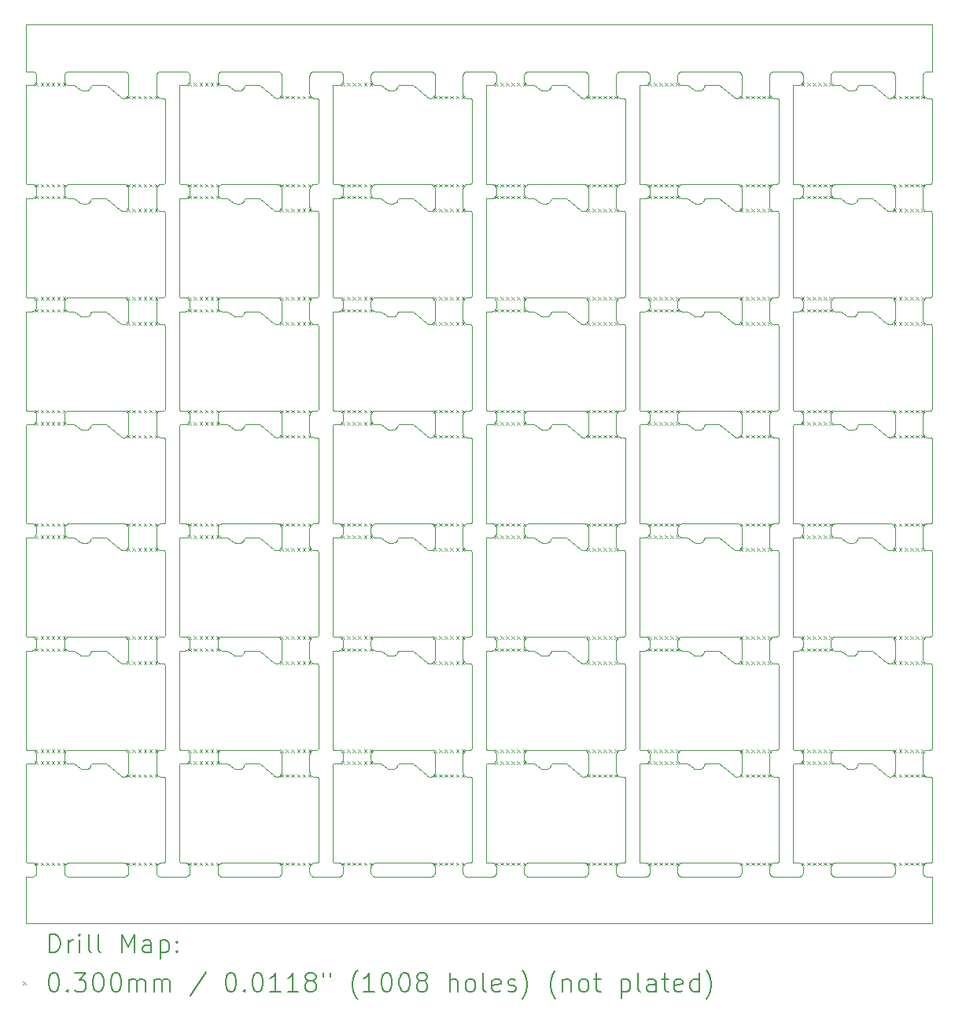
<source format=gbr>
%FSLAX45Y45*%
G04 Gerber Fmt 4.5, Leading zero omitted, Abs format (unit mm)*
G04 Created by KiCad (PCBNEW (6.0.2)) date 2022-02-28 22:33:13*
%MOMM*%
%LPD*%
G01*
G04 APERTURE LIST*
%TA.AperFunction,Profile*%
%ADD10C,0.100000*%
%TD*%
%ADD11C,0.200000*%
%ADD12C,0.030000*%
G04 APERTURE END LIST*
D10*
X7997098Y-6898431D02*
X7992496Y-6897035D01*
X9621903Y-7983094D02*
X9626100Y-7978793D01*
X13902876Y-7006407D02*
X13901202Y-7000636D01*
X5349763Y-10443297D02*
X5349999Y-10448106D01*
X7319812Y-9192743D02*
X7323810Y-9190071D01*
X7555306Y-5532163D02*
X7559930Y-5533084D01*
X11544133Y-9354131D02*
X11543035Y-9357557D01*
X9050100Y-12816658D02*
X9050093Y-11927103D01*
X9613736Y-11735651D02*
X9612116Y-11731124D01*
X4334097Y-12976014D02*
X4330855Y-12977596D01*
X5349999Y-6799106D02*
X5349999Y-6989894D01*
X12590201Y-8106257D02*
X12587226Y-8108298D01*
X8649768Y-12937603D02*
X8649282Y-12941177D01*
X13565236Y-11618210D02*
X13569763Y-11619830D01*
X12338444Y-4605900D02*
X12296605Y-4605841D01*
X5650940Y-11655540D02*
X5652109Y-11650876D01*
X9864544Y-6953634D02*
X9859988Y-6955134D01*
X10925233Y-4464790D02*
X10920569Y-4465958D01*
X7997098Y-4318669D02*
X8003006Y-4317569D01*
X9306723Y-12950435D02*
X9305302Y-12953750D01*
X10628056Y-10403805D02*
X10631372Y-10402383D01*
X6591689Y-4494893D02*
X6590101Y-4498122D01*
X6590101Y-8147122D02*
X6587624Y-8151228D01*
X10293035Y-5556909D02*
X10295302Y-5561150D01*
X10615219Y-4330712D02*
X10617921Y-4328323D01*
X11946726Y-9214465D02*
X11948234Y-9219031D01*
X10700100Y-10383682D02*
X10700093Y-9494103D01*
X7392022Y-11610075D02*
X7399863Y-11601304D01*
X12250142Y-4560505D02*
X12250009Y-4556894D01*
X11544133Y-10570131D02*
X11543035Y-10573557D01*
X4359630Y-9289898D02*
X4358530Y-9295806D01*
X5650235Y-8210703D02*
X5649999Y-8205894D01*
X11930198Y-9192743D02*
X11933014Y-9194997D01*
X7968262Y-7987877D02*
X7971901Y-7983094D01*
X5742022Y-11610075D02*
X5749863Y-11601304D01*
X6311470Y-12944706D02*
X6310532Y-12939990D01*
X7377096Y-9183061D02*
X7392022Y-9177075D01*
X4331949Y-9187805D02*
X4335151Y-9189466D01*
X4250900Y-3817200D02*
X4250193Y-3817493D01*
X7659768Y-11660297D02*
X7659989Y-11663897D01*
X8620861Y-9467696D02*
X8617511Y-9469036D01*
X13164543Y-4520634D02*
X13159988Y-4522134D01*
X10954777Y-5560069D02*
X10956279Y-5563349D01*
X8985935Y-10400875D02*
X8990627Y-10399821D01*
X4659999Y-9232106D02*
X4660132Y-9228495D01*
X5649999Y-9422894D02*
X5650013Y-9230897D01*
X10953038Y-8092091D02*
X10951071Y-8095114D01*
X5661895Y-11887905D02*
X5658257Y-11883123D01*
X4929789Y-9377271D02*
X4926076Y-9380306D01*
X10929761Y-12978070D02*
X10926379Y-12979327D01*
X10283913Y-9459207D02*
X10280196Y-9462257D01*
X4660132Y-9287505D02*
X4659999Y-9283894D01*
X4943035Y-8140557D02*
X4941689Y-8143893D01*
X7647310Y-5549194D02*
X7649633Y-5551954D01*
X4832016Y-8163986D02*
X4767287Y-8116089D01*
X5685930Y-10400875D02*
X5689439Y-10400042D01*
X5681364Y-9468617D02*
X5675900Y-9466114D01*
X4914544Y-9386634D02*
X4909988Y-9388134D01*
X11941071Y-7986885D02*
X11943038Y-7989909D01*
X6326095Y-10411793D02*
X6330787Y-10408038D01*
X12610012Y-12881106D02*
X12609953Y-12935204D01*
X11517852Y-6952220D02*
X11514543Y-6953634D01*
X6347095Y-6898431D02*
X6342494Y-6897035D01*
X6310001Y-5582106D02*
X6310134Y-5578495D01*
X7337095Y-10686431D02*
X7331366Y-10684617D01*
X9629817Y-11625743D02*
X9634855Y-11622466D01*
X9262209Y-8115885D02*
X9208868Y-8115946D01*
X8614073Y-10400875D02*
X8618639Y-10402383D01*
X9798306Y-8171435D02*
X9793711Y-8170043D01*
X11941071Y-11884114D02*
X11938886Y-11886985D01*
X5300993Y-10687900D02*
X5293332Y-10687840D01*
X6316367Y-10524052D02*
X6313731Y-10518651D01*
X6003635Y-9308052D02*
X6001063Y-9312115D01*
X6311470Y-11653194D02*
X6313285Y-11647465D01*
X9909017Y-8116932D02*
X9899879Y-8123055D01*
X7400100Y-11600682D02*
X7400093Y-10710103D01*
X4662109Y-9298124D02*
X4660720Y-9292277D01*
X6493711Y-8170043D02*
X6490365Y-8168708D01*
X7655299Y-10520850D02*
X7653032Y-10525091D01*
X10604711Y-11644150D02*
X10606978Y-11639909D01*
X10288884Y-6768015D02*
X10291068Y-6770885D01*
X8962697Y-12965706D02*
X8959647Y-12961989D01*
X10956726Y-11647465D02*
X10957899Y-11650876D01*
X13900012Y-8205894D02*
X13900026Y-8013897D01*
X9205306Y-5532163D02*
X9209930Y-5533084D01*
X10283913Y-8242206D02*
X10280196Y-8245257D01*
X4944133Y-8137131D02*
X4943035Y-8140557D01*
X5963406Y-12832159D02*
X5966999Y-12832468D01*
X13560571Y-7037958D02*
X13555814Y-7038664D01*
X8576830Y-4602095D02*
X8572448Y-4599999D01*
X8626195Y-12974829D02*
X8620861Y-12977596D01*
X10606978Y-7989909D02*
X10609649Y-7985911D01*
X12269820Y-11625743D02*
X12273818Y-11623071D01*
X11910568Y-9184042D02*
X11914078Y-9184875D01*
X9653008Y-10399469D02*
X9659013Y-10399100D01*
X9633816Y-6892929D02*
X9629817Y-6890257D01*
X11893332Y-10687840D02*
X11887299Y-10687164D01*
X8132016Y-10596986D02*
X8067287Y-10549089D01*
X6314706Y-12860150D02*
X6316973Y-12855909D01*
X12916377Y-10524052D02*
X12913742Y-10518651D01*
X4340188Y-6890257D02*
X4335151Y-6893534D01*
X6964070Y-9184875D02*
X6968636Y-9186383D01*
X9846947Y-10605900D02*
X9810202Y-10605900D01*
X7988054Y-10403805D02*
X7991369Y-10402383D01*
X11260730Y-12941177D02*
X11260142Y-12936405D01*
X11460202Y-4523900D02*
X11456596Y-4523768D01*
X12251200Y-9433636D02*
X12250245Y-9427703D01*
X10946497Y-11750687D02*
X10943915Y-11753206D01*
X12606282Y-5563349D02*
X12608237Y-5569031D01*
X8999010Y-10399100D02*
X9027096Y-10399061D01*
X6970858Y-9467696D02*
X6967509Y-9469036D01*
X6318259Y-11637877D02*
X6321898Y-11633094D01*
X12270794Y-10678962D02*
X12266103Y-10675207D01*
X9287221Y-7973702D02*
X9290196Y-7975743D01*
X9647100Y-10400569D02*
X9653008Y-10399469D01*
X4254896Y-12830986D02*
X4259979Y-12832091D01*
X12608821Y-4355464D02*
X12609481Y-4359010D01*
X8950004Y-4556894D02*
X8950004Y-4366206D01*
X10605792Y-5795998D02*
X10603736Y-5791651D01*
X12584110Y-6755886D02*
X12587226Y-6757702D01*
X9303641Y-12956952D02*
X9301748Y-12960023D01*
X6347095Y-5681431D02*
X6341366Y-5679616D01*
X11549879Y-6907055D02*
X11544937Y-6917905D01*
X13597902Y-10653124D02*
X13596728Y-10656535D01*
X10956726Y-6868535D02*
X10955305Y-6871850D01*
X4343004Y-9194997D02*
X4345647Y-9197452D01*
X9286197Y-9190071D02*
X9289221Y-9192038D01*
X9301068Y-6770885D02*
X9303035Y-6773909D01*
X12250009Y-8205894D02*
X12250024Y-8013897D01*
X10277221Y-8247298D02*
X10274105Y-8249114D01*
X12281374Y-4602617D02*
X12276978Y-4600668D01*
X6001063Y-5662114D02*
X5998879Y-5664985D01*
X11451830Y-8172180D02*
X11448306Y-8171435D01*
X9612116Y-8081124D02*
X9610728Y-8075277D01*
X10600007Y-11855894D02*
X10600021Y-11663897D01*
X12606728Y-6868535D02*
X12605307Y-6871850D01*
X8632089Y-12970677D02*
X8629218Y-12972861D01*
X12955407Y-12832233D02*
X12959018Y-12832100D01*
X7960063Y-12878696D02*
X7960372Y-12875102D01*
X7988054Y-5678195D02*
X7983813Y-5675929D01*
X11303011Y-6899531D02*
X11297103Y-6898431D01*
X13560571Y-11903958D02*
X13555814Y-11904664D01*
X5653282Y-7997465D02*
X5655231Y-7993069D01*
X6318940Y-12852885D02*
X6321124Y-12850015D01*
X10851566Y-11767756D02*
X10851092Y-11768047D01*
X13574110Y-10404886D02*
X13577226Y-10406702D01*
X12250245Y-6794297D02*
X12250951Y-6789540D01*
X5699005Y-11904900D02*
X5693000Y-11904531D01*
X11533187Y-10589886D02*
X11529789Y-10593271D01*
X9657804Y-6899885D02*
X9653008Y-6899531D01*
X4668937Y-12852885D02*
X4671121Y-12850015D01*
X12912122Y-6865124D02*
X12910733Y-6859277D01*
X12609776Y-11660297D02*
X12609997Y-11663897D01*
X7659989Y-10446897D02*
X7660004Y-10499894D01*
X6953406Y-4317259D02*
X6956999Y-4317569D01*
X5324097Y-10404886D02*
X5327214Y-10406702D01*
X5326190Y-12974829D02*
X5321949Y-12977095D01*
X11366668Y-4466900D02*
X11307806Y-4466885D01*
X9301068Y-11745114D02*
X9298884Y-11747985D01*
X8232369Y-4508763D02*
X8229789Y-4511271D01*
X9611475Y-12944706D02*
X9610728Y-12941177D01*
X8151830Y-6956180D02*
X8148306Y-6955435D01*
X9893035Y-11790557D02*
X9891689Y-11793893D01*
X8975905Y-7033114D02*
X8970789Y-7029961D01*
X11451830Y-6956180D02*
X11448306Y-6955435D01*
X5965804Y-10548664D02*
X5962204Y-10548885D01*
X10260566Y-8253958D02*
X10255809Y-8254664D01*
X6594133Y-6921131D02*
X6593035Y-6924557D01*
X6988879Y-10669985D02*
X6986489Y-10672687D01*
X6609017Y-9333932D02*
X6599879Y-9340056D01*
X13518296Y-10679480D02*
X13514409Y-10676557D01*
X6953406Y-7966159D02*
X6956999Y-7966468D01*
X4351741Y-5661123D02*
X4349628Y-5664046D01*
X8973813Y-12839071D02*
X8976973Y-12837332D01*
X7399863Y-12817304D02*
X7400100Y-12816658D01*
X9621903Y-9315905D02*
X9618945Y-9312115D01*
X5673808Y-9190071D02*
X5678048Y-9187805D01*
X13553416Y-4317259D02*
X13558201Y-4317730D01*
X6550548Y-8172768D02*
X6546947Y-8172900D01*
X4335151Y-9189466D02*
X4340188Y-9192743D01*
X8148306Y-6955435D02*
X8143711Y-6954043D01*
X10949638Y-12962946D02*
X10947316Y-12965706D01*
X5693000Y-4317569D02*
X5699005Y-4317200D01*
X8956975Y-10422909D02*
X8959647Y-10418911D01*
X7961472Y-10436194D02*
X7963287Y-10430465D01*
X7643910Y-6887206D02*
X7640193Y-6890257D01*
X13597147Y-10431592D02*
X13598237Y-10435031D01*
X9657804Y-8115885D02*
X9653008Y-8115531D01*
X7643910Y-10411793D02*
X7646492Y-10414313D01*
X7626374Y-5680427D02*
X7622910Y-5681431D01*
X9301068Y-10528115D02*
X9298884Y-10530985D01*
X9301748Y-12960023D02*
X9299635Y-12962946D01*
X7975216Y-5669388D02*
X7971901Y-5665905D01*
X9894133Y-10570131D02*
X9893035Y-10573557D01*
X5349866Y-8209505D02*
X5349468Y-8213090D01*
X9049863Y-7951304D02*
X9050100Y-7950682D01*
X10959876Y-9287505D02*
X10959479Y-9291090D01*
X10296723Y-8223535D02*
X10295302Y-8226850D01*
X7997098Y-7967568D02*
X8003006Y-7966468D01*
X8648229Y-5569031D02*
X8649062Y-5572541D01*
X6973032Y-4322432D02*
X6976192Y-4324171D01*
X12590201Y-6759743D02*
X12594799Y-6763612D01*
X11948818Y-9433636D02*
X11947899Y-9437124D01*
X11260142Y-5637505D02*
X11260009Y-5633894D01*
X7648881Y-7984015D02*
X7651065Y-7986885D01*
X13577226Y-10406702D02*
X13580201Y-10408743D01*
X10283012Y-4329097D02*
X10285655Y-4331552D01*
X12610012Y-6799106D02*
X12610012Y-6850894D01*
X13923821Y-6757071D02*
X13928061Y-6754804D01*
X8956975Y-7989909D02*
X8959647Y-7985911D01*
X5349763Y-5577297D02*
X5349999Y-5582106D01*
X12509930Y-6750084D02*
X12561005Y-6750100D01*
X9290196Y-5542743D02*
X9294794Y-5546612D01*
X11945304Y-4345250D02*
X11946726Y-4348565D01*
X5346715Y-9214465D02*
X5347889Y-9217876D01*
X5324097Y-9466114D02*
X5320855Y-9467696D01*
X4314603Y-12981667D02*
X4310993Y-12981800D01*
X4856596Y-6956767D02*
X4853016Y-6956371D01*
X13150548Y-10605768D02*
X13146947Y-10605900D01*
X12609643Y-6793102D02*
X12610012Y-6799106D01*
X6510202Y-8172900D02*
X6506596Y-8172767D01*
X10276197Y-11623071D02*
X10280196Y-11625743D01*
X8999010Y-9471900D02*
X8993006Y-9471531D01*
X11436075Y-9383552D02*
X11432016Y-9380986D01*
X8244937Y-6917905D02*
X8244133Y-6921131D01*
X8226076Y-10596306D02*
X8222084Y-10598965D01*
X9209930Y-11616084D02*
X9261000Y-11616100D01*
X12938061Y-8111195D02*
X12933821Y-8108929D01*
X4935510Y-8154139D02*
X4933187Y-8156886D01*
X5276830Y-5818095D02*
X5272448Y-5815999D01*
X12918270Y-5554877D02*
X12921908Y-5550095D01*
X8950004Y-9422894D02*
X8950019Y-9230897D01*
X8143711Y-8170043D02*
X8140365Y-8168708D01*
X4856596Y-4523768D02*
X4851831Y-4523181D01*
X7979815Y-8106257D02*
X7976097Y-8103206D01*
X4663729Y-9302651D02*
X4662109Y-9298124D01*
X9629817Y-8106257D02*
X9626100Y-8103206D01*
X12918950Y-12852885D02*
X12922705Y-12848194D01*
X4941689Y-11793893D02*
X4940101Y-11797122D01*
X5264409Y-10676557D02*
X5110932Y-10548937D01*
X11910568Y-7967041D02*
X11914078Y-7967875D01*
X11881397Y-5819747D02*
X11876830Y-5818095D01*
X12261906Y-10670905D02*
X12258267Y-10666123D01*
X13600012Y-9232106D02*
X13600012Y-9422894D01*
X9899878Y-10556069D02*
X9894937Y-10566906D01*
X4683808Y-6892929D02*
X4679809Y-6890257D01*
X9872084Y-10598965D02*
X9867852Y-10601220D01*
X11260142Y-4421505D02*
X11260009Y-4417894D01*
X8605807Y-4605664D02*
X8600998Y-4605900D01*
X10959479Y-4359010D02*
X10959994Y-4364997D01*
X13590369Y-12961989D02*
X13586500Y-12966587D01*
X10956726Y-12863465D02*
X10958234Y-12868031D01*
X6493711Y-9387044D02*
X6490365Y-9385708D01*
X9798306Y-6955435D02*
X9793711Y-6954043D01*
X4250848Y-8119522D02*
X4249931Y-8128680D01*
X11901003Y-4605900D02*
X11893332Y-4605840D01*
X13919822Y-6759743D02*
X13923821Y-6757071D01*
X9287221Y-5540702D02*
X9290196Y-5542743D01*
X14000099Y-5517706D02*
X14000093Y-4628103D01*
X11526076Y-6947306D02*
X11522084Y-6949964D01*
X10940198Y-10539257D02*
X10937224Y-10541298D01*
X8981369Y-4320483D02*
X8984780Y-4319310D01*
X5960995Y-11765900D02*
X5909072Y-11765905D01*
X10958818Y-5644636D02*
X10957899Y-5648124D01*
X12938061Y-11620804D02*
X12941377Y-11619383D01*
X6506596Y-5739767D02*
X6501830Y-5739180D01*
X13532563Y-9470089D02*
X13527956Y-9468551D01*
X6950995Y-7038900D02*
X6943332Y-7038840D01*
X4840366Y-6952708D02*
X4836075Y-6950552D01*
X8971781Y-12973542D02*
X8968858Y-12971429D01*
X12609879Y-10503505D02*
X12609481Y-10507090D01*
X10850099Y-6742310D02*
X10854894Y-6748963D01*
X5972907Y-11764431D02*
X5969378Y-11765178D01*
X7653032Y-10525091D02*
X7651065Y-10528115D01*
X12567010Y-4466531D02*
X12563416Y-4466841D01*
X4836075Y-8166552D02*
X4832016Y-8163986D01*
X10699863Y-5518304D02*
X10700100Y-5517682D01*
X5314068Y-10686125D02*
X5310558Y-10686958D01*
X4691364Y-5679616D02*
X4686968Y-5677668D01*
X13913524Y-12966587D02*
X13911134Y-12963885D01*
X7308259Y-11883123D02*
X7305233Y-11877931D01*
X13573043Y-4322432D02*
X13577226Y-4324802D01*
X10928644Y-4463617D02*
X10925233Y-4464790D01*
X11297103Y-10547431D02*
X11292501Y-10546036D01*
X12290632Y-11616821D02*
X12294206Y-11616336D01*
X13943013Y-11904531D02*
X13937106Y-11903431D01*
X13560571Y-4604958D02*
X13555814Y-4605664D01*
X7306973Y-6773909D02*
X7309644Y-6769911D01*
X4661467Y-11653194D02*
X4663282Y-11647465D01*
X12264361Y-4591548D02*
X12260380Y-4587046D01*
X9629817Y-6759743D02*
X9634855Y-6756466D01*
X7966370Y-12956952D02*
X7964208Y-12952657D01*
X6003635Y-6875052D02*
X6001063Y-6879114D01*
X10619817Y-5542743D02*
X10623816Y-5540071D01*
X11950009Y-5772894D02*
X11949876Y-5776505D01*
X11276103Y-11628793D02*
X11279820Y-11625743D01*
X4703001Y-4466531D02*
X4697093Y-4465431D01*
X13082016Y-11813986D02*
X13017287Y-11766089D01*
X9650629Y-12832821D02*
X9655402Y-12832233D01*
X6501830Y-4523181D02*
X6498306Y-4522436D01*
X11541689Y-8143893D02*
X11540101Y-8147122D01*
X10299947Y-12935204D02*
X10299638Y-12938798D01*
X12250245Y-11660297D02*
X12250951Y-11655540D01*
X12285940Y-6751875D02*
X12290632Y-6750821D01*
X9651817Y-5682369D02*
X9647100Y-5681431D01*
X10617921Y-4594777D02*
X10614358Y-4591548D01*
X12561005Y-5533100D02*
X12564616Y-5533233D01*
X8217852Y-6952220D02*
X8214543Y-6953634D01*
X11283818Y-10541929D02*
X11279820Y-10539257D01*
X12350093Y-9494103D02*
X12339338Y-9472453D01*
X8958262Y-10666123D02*
X8955236Y-10660931D01*
X10937224Y-6892298D02*
X10934108Y-6894114D01*
X10609649Y-10418911D02*
X10612700Y-10415194D01*
X13586500Y-11889687D02*
X13583918Y-11892206D01*
X6986489Y-4590687D02*
X6983908Y-4593207D01*
X6009868Y-6854505D02*
X6009471Y-6858090D01*
X6315233Y-6777069D02*
X6318259Y-6771877D01*
X4664703Y-12860150D02*
X4666970Y-12855909D01*
X4254894Y-6748963D02*
X4255306Y-6749163D01*
X10255809Y-9471664D02*
X10251000Y-9471900D01*
X10616100Y-7978793D02*
X10619817Y-7975743D01*
X6009868Y-5637505D02*
X6009471Y-5641090D01*
X6310134Y-8011495D02*
X6310532Y-8007910D01*
X10929761Y-7969830D02*
X10934108Y-7971886D01*
X9610728Y-4426277D02*
X9610139Y-4421505D01*
X11514543Y-11819634D02*
X11509988Y-11821134D01*
X13094846Y-5737434D02*
X13090365Y-5735708D01*
X4660058Y-12935204D02*
X4659999Y-12881106D01*
X12607147Y-6782592D02*
X12608237Y-6786031D01*
X12269820Y-10408743D02*
X12273818Y-10406071D01*
X12255241Y-8227931D02*
X12252873Y-8222407D01*
X11297103Y-11764431D02*
X11292501Y-11763035D01*
X9293913Y-11753206D02*
X9290196Y-11756257D01*
X9626100Y-10536207D02*
X9621903Y-10531905D01*
X10953038Y-11742091D02*
X10951071Y-11745114D01*
X10612700Y-6766194D02*
X10616100Y-6762793D01*
X13593646Y-6774948D02*
X13595808Y-6779243D01*
X13949018Y-10399100D02*
X13977096Y-10399061D01*
X11460202Y-8172900D02*
X11456596Y-8172767D01*
X5694196Y-9183336D02*
X5699005Y-9183100D01*
X8650004Y-11665106D02*
X8650004Y-11855894D01*
X12918270Y-11637877D02*
X12921908Y-11633094D01*
X10960009Y-12881106D02*
X10959950Y-12935204D01*
X10957899Y-8081124D02*
X10956726Y-8084535D01*
X5653729Y-5791651D02*
X5651774Y-5785969D01*
X13593040Y-9448091D02*
X13591073Y-9451115D01*
X6340250Y-9186830D02*
X6343631Y-9185573D01*
X10851092Y-9335047D02*
X10850844Y-9335571D01*
X8957606Y-4339985D02*
X8960375Y-4336054D01*
X12574081Y-9184875D02*
X12578646Y-9186383D01*
X8645299Y-10659850D02*
X8643033Y-10664091D01*
X6996718Y-12950435D02*
X6995297Y-12953750D01*
X4933187Y-8156886D02*
X4929789Y-8160270D01*
X10299065Y-8005540D02*
X10299770Y-8010297D01*
X10605239Y-7011931D02*
X10602871Y-7006407D01*
X7984852Y-9189466D02*
X7988054Y-9187805D01*
X11279820Y-5673257D02*
X11275222Y-5669388D01*
X8587300Y-11904164D02*
X8582563Y-11903089D01*
X11266375Y-5658052D02*
X11263739Y-5652651D01*
X13937106Y-8253431D02*
X13931377Y-8251616D01*
X7304706Y-7994150D02*
X7306973Y-7989909D01*
X11279820Y-5542743D02*
X11284857Y-5539466D01*
X13209017Y-9333932D02*
X13199879Y-9340056D01*
X9038804Y-8254967D02*
X8999010Y-8254900D01*
X13578234Y-8246642D02*
X13575164Y-8248534D01*
X7646492Y-9317687D02*
X7643910Y-9320207D01*
X8259017Y-9333932D02*
X8249879Y-9340056D01*
X10635938Y-9184875D02*
X10640629Y-9183821D01*
X6490365Y-11818708D02*
X6486075Y-11816552D01*
X11917517Y-8252035D02*
X11914078Y-8253125D01*
X10288110Y-4334195D02*
X10291068Y-4337985D01*
X5663511Y-7981312D02*
X5666993Y-7977997D01*
X8132016Y-8163986D02*
X8067287Y-8116089D01*
X7312695Y-10415194D02*
X7316095Y-10411793D01*
X10237300Y-8254164D02*
X10232563Y-8253089D01*
X11921959Y-6754804D02*
X11926200Y-6757071D01*
X8587300Y-8254164D02*
X8582563Y-8253089D01*
X13164543Y-8169634D02*
X13159988Y-8171134D01*
X5651189Y-12870364D02*
X5652109Y-12866876D01*
X13194937Y-9350906D02*
X13194133Y-9354131D01*
X9782016Y-10596986D02*
X9717287Y-10549089D01*
X8244133Y-10570131D02*
X8243035Y-10573557D01*
X4359999Y-9283894D02*
X4359630Y-9289898D01*
X9309874Y-11720505D02*
X9309476Y-11724090D01*
X8978054Y-11620804D02*
X8981369Y-11619383D01*
X4335151Y-12838466D02*
X4340188Y-12841743D01*
X6996718Y-5790535D02*
X6995297Y-5793850D01*
X8143711Y-9387044D02*
X8140365Y-9385708D01*
X8646720Y-4348565D02*
X8648229Y-4353131D01*
X9310007Y-11716894D02*
X9309874Y-11720505D01*
X13902876Y-4573408D02*
X13901202Y-4567636D01*
X8650004Y-8015106D02*
X8650004Y-8205894D01*
X8259017Y-11766932D02*
X8249879Y-11773055D01*
X8982496Y-5535964D02*
X8987098Y-5534569D01*
X13905244Y-9210069D02*
X13907614Y-9205885D01*
X10959994Y-11663897D02*
X10960009Y-11716894D01*
X4352396Y-12959015D02*
X4350356Y-12961989D01*
X6316367Y-9308052D02*
X6313731Y-9302651D01*
X12920383Y-12962946D02*
X12918270Y-12960023D01*
X7399863Y-9168304D02*
X7400100Y-9167682D01*
X13928061Y-10403805D02*
X13931377Y-10402383D01*
X10943915Y-9320207D02*
X10940198Y-9323257D01*
X9611475Y-4354294D02*
X9613290Y-4348565D01*
X5300993Y-8254900D02*
X5293332Y-8254840D01*
X5991148Y-5672529D02*
X5987216Y-5675298D01*
X10285655Y-5547452D02*
X10288110Y-5550095D01*
X12569389Y-5682178D02*
X12565814Y-5682664D01*
X7301192Y-10649636D02*
X7300237Y-10643703D01*
X10253411Y-10399159D02*
X10257005Y-10399469D01*
X6310001Y-6850894D02*
X6310001Y-6799106D01*
X13591754Y-9204877D02*
X13593646Y-9207948D01*
X9653008Y-10548531D02*
X9647100Y-10547431D01*
X4666365Y-8091052D02*
X4663729Y-8085651D01*
X4926076Y-4514306D02*
X4923106Y-4516337D01*
X5749863Y-10384304D02*
X5750100Y-10383682D01*
X11529789Y-5727270D02*
X11526076Y-5730306D01*
X8627219Y-8247298D02*
X8624102Y-8249114D01*
X10602871Y-7006407D02*
X10601197Y-7000636D01*
X8568296Y-5813480D02*
X8564409Y-5810557D01*
X6310134Y-4362595D02*
X6310532Y-4359010D01*
X6313731Y-4436651D02*
X6312111Y-4432124D01*
X6986489Y-9456687D02*
X6983908Y-9459207D01*
X13564081Y-12833875D02*
X13568646Y-12835383D01*
X11901003Y-7038900D02*
X11893332Y-7038840D01*
X13916105Y-10675207D02*
X13911908Y-10670905D01*
X8626195Y-7973071D02*
X8630193Y-7975743D01*
X9274075Y-11617875D02*
X9278641Y-11619383D01*
X13900248Y-8210703D02*
X13900012Y-8205894D01*
X8573524Y-9466564D02*
X8568296Y-9463480D01*
X5966999Y-4466531D02*
X5963406Y-4466841D01*
X11297103Y-9184569D02*
X11303011Y-9183469D01*
X5679142Y-5537304D02*
X5682491Y-5535964D01*
X12252873Y-11872407D02*
X12251200Y-11866636D01*
X7549904Y-9174799D02*
X7550099Y-9175310D01*
X8605807Y-7038664D02*
X8600998Y-7038900D01*
X10692023Y-6744075D02*
X10699863Y-6735304D01*
X13596282Y-5791651D02*
X13594780Y-5794931D01*
X13543332Y-11904840D02*
X13537299Y-11904164D01*
X7305233Y-9444931D02*
X7302866Y-9439408D01*
X13905244Y-8227931D02*
X13902876Y-8222407D01*
X11907007Y-9183469D02*
X11910568Y-9184042D01*
X10960009Y-5582106D02*
X10960009Y-5633894D01*
X6506596Y-8172767D02*
X6503016Y-8172371D01*
X4690247Y-9186830D02*
X4693628Y-9185573D01*
X4250247Y-12982043D02*
X4249919Y-12982605D01*
X6503016Y-10605371D02*
X6498306Y-10604436D01*
X5321949Y-12977095D02*
X5318634Y-12978516D01*
X11260539Y-9224910D02*
X11261478Y-9220194D01*
X9621903Y-5665905D02*
X9618945Y-5662114D01*
X7399863Y-11601304D02*
X7400100Y-11600682D01*
X6999060Y-6789540D02*
X6999765Y-6794297D01*
X9879789Y-4511271D02*
X9876076Y-4514306D01*
X12266103Y-12969106D02*
X12262702Y-12965706D01*
X11924107Y-8249114D02*
X11920866Y-8250696D01*
X4353633Y-8091052D02*
X4350356Y-8096089D01*
X11943038Y-10422909D02*
X11945304Y-10427150D01*
X8966098Y-6762793D02*
X8969815Y-6759743D01*
X11260142Y-5578495D02*
X11260539Y-5574910D01*
X13989338Y-4606453D02*
X13988804Y-4605967D01*
X7960137Y-10444495D02*
X7960534Y-10440910D01*
X13916105Y-8242206D02*
X13911908Y-8237905D01*
X9265809Y-4317436D02*
X9270566Y-4318142D01*
X7960534Y-8007910D02*
X7961472Y-8003194D01*
X8066668Y-10548900D02*
X8007801Y-10548885D01*
X7000001Y-11665106D02*
X7000001Y-11855894D01*
X6347095Y-11764431D02*
X6342494Y-11763035D01*
X4767287Y-8116089D02*
X4766668Y-8115900D01*
X8624102Y-11899114D02*
X8620861Y-11900696D01*
X5738804Y-9471967D02*
X5699005Y-9471900D01*
X11533187Y-11806886D02*
X11529789Y-11810270D01*
X4693628Y-7968573D02*
X4697093Y-7967568D01*
X14000093Y-7061103D02*
X13989338Y-7039453D01*
X4688049Y-6895195D02*
X4683808Y-6892929D01*
X6326095Y-6887206D02*
X6322695Y-6883806D01*
X4896947Y-4523900D02*
X4860202Y-4523900D01*
X8989444Y-4604958D02*
X8984780Y-4603790D01*
X11292501Y-6897035D02*
X11288059Y-6895195D01*
X4672692Y-5549194D02*
X4676092Y-5545793D01*
X11943038Y-9206909D02*
X11945304Y-9211150D01*
X9261000Y-5533100D02*
X9264611Y-5533233D01*
X8621954Y-10403805D02*
X8626195Y-10406071D01*
X9264611Y-10399233D02*
X9269384Y-10399821D01*
X10602871Y-8222407D02*
X10601197Y-8216636D01*
X11914078Y-9470125D02*
X11910568Y-9470958D01*
X11948234Y-10435031D02*
X11949067Y-10438541D01*
X10231397Y-5819747D02*
X10226830Y-5818095D01*
X7610998Y-6899900D02*
X7559072Y-6899905D01*
X10928644Y-11619383D02*
X10933040Y-11621332D01*
X12596500Y-6884687D02*
X12593918Y-6887206D01*
X13588889Y-11886985D02*
X13586500Y-11889687D01*
X7971901Y-4334195D02*
X7975216Y-4330712D01*
X6999868Y-4560505D02*
X6999471Y-4564090D01*
X8950534Y-12873910D02*
X8951779Y-12868031D01*
X5324097Y-11899114D02*
X5320855Y-11900696D01*
X7631954Y-12836804D02*
X7637219Y-12839702D01*
X6339144Y-12977596D02*
X6335903Y-12976014D01*
X5739338Y-4606453D02*
X5738938Y-4606031D01*
X9850548Y-8172768D02*
X9846947Y-8172900D01*
X8608194Y-12832630D02*
X8612910Y-12833568D01*
X8067287Y-8116089D02*
X8066668Y-8115900D01*
X13949018Y-9183100D02*
X13977096Y-9183061D01*
X7963287Y-12863465D02*
X7965790Y-12858001D01*
X8961901Y-10670905D02*
X8958262Y-10666123D01*
X7659635Y-5576102D02*
X7660004Y-5582106D01*
X12926105Y-9320207D02*
X12921908Y-9315905D01*
X5691809Y-12981269D02*
X5687093Y-12980331D01*
X7610998Y-6750100D02*
X7614608Y-6750233D01*
X5346715Y-8223535D02*
X5345294Y-8226850D01*
X10934108Y-6894114D02*
X10929761Y-6896170D01*
X9610139Y-4421505D02*
X9610007Y-4417894D01*
X8003006Y-10548531D02*
X7997098Y-10547431D01*
X11938112Y-5550095D02*
X11941071Y-5553885D01*
X12910144Y-11720505D02*
X12910012Y-11716894D01*
X12259652Y-6769911D02*
X12262702Y-6766194D01*
X7965236Y-9210069D02*
X7968262Y-9204877D01*
X4683808Y-8108929D02*
X4679809Y-8106257D01*
X13977164Y-12832040D02*
X13992022Y-12826075D01*
X4699439Y-12980858D02*
X4695930Y-12980025D01*
X10601782Y-12868031D02*
X10602871Y-12864592D01*
X13167852Y-4519220D02*
X13164543Y-4520634D01*
X6310001Y-8066894D02*
X6310001Y-8015106D01*
X12609879Y-12877495D02*
X12610012Y-12881106D01*
X12925224Y-5669388D02*
X12921908Y-5665905D01*
X5984100Y-6755886D02*
X5989216Y-6759038D01*
X5905306Y-7965163D02*
X5909930Y-7966084D01*
X11948234Y-4353131D02*
X11949067Y-4356641D01*
X12268863Y-12971429D02*
X12266103Y-12969106D01*
X6333810Y-8108929D02*
X6329812Y-8106257D01*
X10929761Y-4320930D02*
X10933040Y-4322432D01*
X9279758Y-5679170D02*
X9276377Y-5680427D01*
X8952868Y-8222407D02*
X8951195Y-8216636D01*
X4358224Y-4353131D02*
X4359277Y-4357823D01*
X10257005Y-4317569D02*
X10261742Y-4318391D01*
X11432016Y-10596986D02*
X11367287Y-10549089D01*
X4923106Y-4516337D02*
X4918930Y-4518695D01*
X7331366Y-6753383D02*
X7335932Y-6751875D01*
X11926200Y-12974829D02*
X11920866Y-12977596D01*
X6482016Y-10596986D02*
X6417287Y-10549089D01*
X7968942Y-4446115D02*
X7966370Y-4442052D01*
X4767287Y-10549089D02*
X4766668Y-10548900D01*
X8645299Y-4577850D02*
X8643033Y-4582091D01*
X11948234Y-9219031D02*
X11949067Y-9222541D01*
X4766668Y-11765900D02*
X4707796Y-11765885D01*
X10618860Y-12971429D02*
X10616100Y-12969106D01*
X8241689Y-6927893D02*
X8240101Y-6931122D01*
X8633009Y-4329097D02*
X8635652Y-4331552D01*
X11309015Y-9183100D02*
X11903413Y-9183159D01*
X9846947Y-8172900D02*
X9810202Y-8172900D01*
X6956999Y-11616468D02*
X6960561Y-11617041D01*
X6980190Y-5812257D02*
X6977216Y-5814298D01*
X10922915Y-10547431D02*
X10919386Y-10548179D01*
X10936200Y-9190071D02*
X10939224Y-9192038D01*
X8973813Y-11623071D02*
X8978054Y-11620804D01*
X12327096Y-6750061D02*
X12342022Y-6744075D01*
X11541689Y-6927893D02*
X11540101Y-6931122D01*
X5650235Y-6994703D02*
X5649999Y-6989894D01*
X5992086Y-6761222D02*
X5994789Y-6763612D01*
X7622910Y-6898431D02*
X7619381Y-6899178D01*
X4949879Y-9340056D02*
X4944937Y-9350906D01*
X5335647Y-6764452D02*
X5338876Y-6768015D01*
X7966370Y-8091052D02*
X7963734Y-8085651D01*
X9891689Y-6927893D02*
X9890101Y-6931122D01*
X11514543Y-8169634D02*
X11509988Y-8171134D01*
X12251478Y-5570194D02*
X12252482Y-5566730D01*
X6993030Y-12957991D02*
X6990358Y-12961989D01*
X10607609Y-4583115D02*
X10604711Y-4577850D01*
X13946607Y-4317259D02*
X13999124Y-4317200D01*
X12294206Y-11616336D02*
X12299015Y-11616100D01*
X10060933Y-4466936D02*
X9909017Y-4467932D01*
X12591158Y-4456529D02*
X12587226Y-4459298D01*
X13581158Y-8244529D02*
X13578234Y-8246642D01*
X8140365Y-9385708D02*
X8136075Y-9383552D01*
X5976372Y-4319673D02*
X5979753Y-4320930D01*
X8235510Y-9371139D02*
X8233187Y-9373886D01*
X7960004Y-8015106D02*
X7960137Y-8011495D01*
X11926200Y-4324171D02*
X11929224Y-4326138D01*
X6999765Y-10443297D02*
X7000001Y-10448106D01*
X5998104Y-11633094D02*
X6000358Y-11635911D01*
X11260142Y-12936405D02*
X11260009Y-12932794D01*
X6918296Y-11896480D02*
X6914409Y-11893557D01*
X13593646Y-9207948D02*
X13595808Y-9212243D01*
X10850844Y-9335571D02*
X10849903Y-9345033D01*
X4672692Y-11749806D02*
X4669642Y-11746089D01*
X4350356Y-5552911D02*
X4352396Y-5555885D01*
X11938886Y-10669985D02*
X11936497Y-10672687D01*
X9305302Y-11737850D02*
X9303035Y-11742091D01*
X7965236Y-11643069D02*
X7968262Y-11637877D01*
X11901003Y-10687900D02*
X11893332Y-10687840D01*
X5293332Y-11904840D02*
X5287300Y-11904164D01*
X12929822Y-4457257D02*
X12925224Y-4453388D01*
X10951071Y-8095114D02*
X10948887Y-8097985D01*
X12590201Y-5673257D02*
X12587226Y-5675298D01*
X12256375Y-5557948D02*
X12259652Y-5552911D01*
X10635938Y-7967875D02*
X10640629Y-7966821D01*
X10264075Y-12833875D02*
X10268641Y-12835383D01*
X7620563Y-4465958D02*
X7617002Y-4466531D01*
X10296723Y-9214465D02*
X10298231Y-9219031D01*
X6932563Y-10686089D02*
X6927956Y-10684551D01*
X6328855Y-5672529D02*
X6325214Y-5669388D01*
X12913742Y-8085651D02*
X12912122Y-8081124D01*
X10625908Y-9466114D02*
X10620792Y-9462962D01*
X8633009Y-11627997D02*
X8635652Y-11630452D01*
X7341811Y-12832630D02*
X7346597Y-12832159D01*
X6576076Y-5730306D02*
X6573106Y-5732337D01*
X4349628Y-4448046D02*
X4345647Y-4452548D01*
X13999863Y-10384304D02*
X14000100Y-10383682D01*
X4663729Y-5652651D02*
X4662109Y-5648124D01*
X9294794Y-4453388D02*
X9291153Y-4456529D01*
X12564616Y-9332767D02*
X12561005Y-9332900D01*
X8641065Y-5553885D02*
X8643033Y-5556909D01*
X10600007Y-4366206D02*
X10600243Y-4361397D01*
X12592097Y-12970677D02*
X12589226Y-12972861D01*
X10956726Y-10430465D02*
X10957899Y-10433876D01*
X7655299Y-5654850D02*
X7653032Y-5659091D01*
X11947899Y-5787124D02*
X11946726Y-5790535D01*
X8648813Y-8216636D02*
X8647894Y-8220124D01*
X10623816Y-5540071D02*
X10629150Y-5537304D01*
X12293011Y-4605531D02*
X12289450Y-4604958D01*
X5650235Y-11660297D02*
X5650940Y-11655540D01*
X5670784Y-11625038D02*
X5673808Y-11623071D01*
X4661467Y-12944706D02*
X4660529Y-12939990D01*
X9653008Y-11765531D02*
X9647100Y-11764431D01*
X4329750Y-4463170D02*
X4325223Y-4464790D01*
X9309874Y-12877495D02*
X9310007Y-12881106D01*
X6359007Y-11616100D02*
X6953406Y-11616159D01*
X11266375Y-11741052D02*
X11263739Y-11735651D01*
X10699863Y-6735304D02*
X10700099Y-6734706D01*
X12350099Y-6734706D02*
X12350093Y-5844103D01*
X9653008Y-9332531D02*
X9647100Y-9331431D01*
X9204896Y-12830986D02*
X9209954Y-12832088D01*
X5651774Y-5785969D02*
X5650529Y-5780090D01*
X13570868Y-5817696D02*
X13567519Y-5819035D01*
X10635938Y-11617875D02*
X10640629Y-11616821D01*
X8209988Y-6955134D02*
X8205308Y-6956182D01*
X6576076Y-4514306D02*
X6573106Y-4516337D01*
X8981369Y-8251616D02*
X8975905Y-8249114D01*
X6417287Y-9333089D02*
X6416668Y-9332900D01*
X5652109Y-10433876D02*
X5653282Y-10430465D01*
X13183187Y-11806886D02*
X13179789Y-11810270D01*
X13935943Y-6751875D02*
X13939452Y-6751041D01*
X12294206Y-7966336D02*
X12299015Y-7966100D01*
X12252873Y-9439408D02*
X12251200Y-9433636D01*
X7659768Y-9227297D02*
X7659989Y-9230897D01*
X11283818Y-4459929D02*
X11279820Y-4457257D01*
X13551005Y-10687900D02*
X13543332Y-10687840D01*
X5338876Y-4335115D02*
X5341741Y-4338977D01*
X11946726Y-8223535D02*
X11945304Y-8226850D01*
X4664202Y-12952657D02*
X4662472Y-12948170D01*
X12918950Y-11745114D02*
X12916377Y-11741052D01*
X8630193Y-11895257D02*
X8627219Y-11897298D01*
X5899900Y-5696299D02*
X5899904Y-6741798D01*
X5657601Y-6772885D02*
X5660370Y-6768954D01*
X8616374Y-5535573D02*
X8619755Y-5536830D01*
X6338051Y-10544195D02*
X6333810Y-10541929D01*
X4310993Y-4317200D02*
X4314603Y-4317333D01*
X5998879Y-11747985D02*
X5996489Y-11750687D01*
X5681364Y-4602617D02*
X5675900Y-4600114D01*
X4767287Y-4467089D02*
X4766668Y-4466900D01*
X8067287Y-10549089D02*
X8066668Y-10548900D01*
X10959641Y-6793102D02*
X10960009Y-6799106D01*
X10285655Y-6764452D02*
X10288884Y-6768015D01*
X7971901Y-6767094D02*
X7976097Y-6762793D01*
X12339338Y-7039453D02*
X12338804Y-7038967D01*
X6974100Y-7033114D02*
X6970858Y-7034696D01*
X9647100Y-11764431D02*
X9642499Y-11763035D01*
X12910012Y-4366206D02*
X12910144Y-4362595D01*
X9308816Y-8077636D02*
X9307897Y-8081124D01*
X11261784Y-12868031D02*
X11262873Y-12864592D01*
X10631372Y-11619383D02*
X10635938Y-11617875D01*
X6943332Y-9471840D02*
X6937299Y-9471164D01*
X6996718Y-4348565D02*
X6998226Y-4353131D01*
X8646720Y-6781465D02*
X8648229Y-6786031D01*
X11297103Y-11617568D02*
X11303011Y-11616468D01*
X11268267Y-11637877D02*
X11271906Y-11633094D01*
X11268947Y-6879114D02*
X11266375Y-6875052D01*
X10276197Y-6757071D02*
X10280196Y-6759743D01*
X9610139Y-10503505D02*
X9610007Y-10499894D01*
X6330787Y-11625038D02*
X6334849Y-11622466D01*
X7659871Y-11720505D02*
X7659473Y-11724090D01*
X10273037Y-4322432D02*
X10276197Y-4324171D01*
X7312695Y-9199194D02*
X7316095Y-9195793D01*
X6316367Y-11741052D02*
X6313731Y-11735651D01*
X12584110Y-6894114D02*
X12579763Y-6896170D01*
X10649013Y-10687900D02*
X10643008Y-10687531D01*
X4325223Y-11618210D02*
X4328634Y-11619383D01*
X6319644Y-11746089D02*
X6316367Y-11741052D01*
X10237300Y-5821164D02*
X10231397Y-5819747D01*
X6999765Y-6794297D02*
X7000001Y-6799106D01*
X12951822Y-4466370D02*
X12947106Y-4465431D01*
X11285911Y-12976014D02*
X11281786Y-12973542D01*
X4359866Y-12877495D02*
X4359999Y-12881106D01*
X10700100Y-5517682D02*
X10700097Y-4628152D01*
X10286495Y-5806687D02*
X10283913Y-5809206D01*
X8996600Y-4605841D02*
X8993006Y-4605531D01*
X9810202Y-5739900D02*
X9806596Y-5739767D01*
X9613290Y-6781465D02*
X9615239Y-6777069D01*
X13584799Y-12845612D02*
X13588115Y-12849094D01*
X4848306Y-9388436D02*
X4843711Y-9387044D01*
X11893332Y-9471840D02*
X11887299Y-9471164D01*
X6312111Y-8081124D02*
X6310723Y-8075277D01*
X10300007Y-10448106D02*
X10300007Y-10638894D01*
X10298231Y-5569031D02*
X10299065Y-5572541D01*
X6932563Y-7037089D02*
X6927956Y-7035551D01*
X10851466Y-5685719D02*
X10851011Y-5686086D01*
X6310001Y-12881106D02*
X6310134Y-12877495D01*
X5687093Y-11903431D02*
X5681364Y-11901616D01*
X5345294Y-11644150D02*
X5346715Y-11647465D01*
X9026838Y-5533098D02*
X9042023Y-5527075D01*
X10600948Y-10438541D02*
X10601782Y-10435031D01*
X9296495Y-10414313D02*
X9298884Y-10417015D01*
X11950009Y-9232106D02*
X11950009Y-9422894D01*
X10299476Y-6997090D02*
X10298816Y-7000636D01*
X5649999Y-6989894D02*
X5650013Y-6797897D01*
X11887299Y-7038164D02*
X11882563Y-7037089D01*
X11307806Y-5682885D02*
X11301819Y-5682369D01*
X6980190Y-9192743D02*
X6983007Y-9194997D01*
X6999765Y-9227297D02*
X7000001Y-9232106D01*
X5738804Y-11904967D02*
X5699005Y-11904900D01*
X7000001Y-12932794D02*
X6999868Y-12936405D01*
X6983007Y-6761997D02*
X6985649Y-6764452D01*
X4933187Y-4507886D02*
X4929789Y-4511271D01*
X4358224Y-12945869D02*
X4357134Y-12949307D01*
X13928061Y-7970804D02*
X13931377Y-7969383D01*
X13923821Y-10406071D02*
X13928061Y-10403805D01*
X7549904Y-11607798D02*
X7550099Y-11608310D01*
X9621903Y-4449905D02*
X9618945Y-4446115D01*
X13164543Y-6953634D02*
X13159988Y-6955134D01*
X13999771Y-4316941D02*
X14000092Y-4316322D01*
X5998879Y-6768015D02*
X6001063Y-6770885D01*
X13593040Y-4582091D02*
X13591073Y-4585115D01*
X10291068Y-7018114D02*
X10288884Y-7020985D01*
X5972907Y-6898431D02*
X5969378Y-6899178D01*
X11947899Y-7004124D02*
X11946726Y-7007535D01*
X10623816Y-12839071D02*
X10626976Y-12837332D01*
X5673808Y-12839071D02*
X5676968Y-12837332D01*
X4943035Y-11790557D02*
X4941689Y-11793893D01*
X11949876Y-10642505D02*
X11949479Y-10646090D01*
X10251000Y-10687900D02*
X10243332Y-10687840D01*
X4940101Y-9364122D02*
X4937624Y-9368229D01*
X10603290Y-11647465D02*
X10604711Y-11644150D01*
X6968636Y-10402383D02*
X6971951Y-10403805D01*
X9625219Y-12845612D02*
X9627921Y-12843222D01*
X5348808Y-8216636D02*
X5347889Y-8220124D01*
X10270863Y-12977596D02*
X10265230Y-12979690D01*
X4668937Y-4337985D02*
X4672692Y-4333294D01*
X8953734Y-12951551D02*
X8952477Y-12948170D01*
X7306973Y-9206909D02*
X7309644Y-9202911D01*
X6009633Y-12938798D02*
X6009060Y-12942359D01*
X12910012Y-4417894D02*
X12910012Y-4366206D01*
X9296495Y-10533687D02*
X9293913Y-10536207D01*
X12576382Y-11763427D02*
X12572918Y-11764431D01*
X7349007Y-6750100D02*
X7377096Y-6750061D01*
X4949879Y-6907055D02*
X4944937Y-6917905D01*
X13101830Y-5739180D02*
X13098306Y-5738435D01*
X7326970Y-4600668D02*
X7322786Y-4598298D01*
X10959994Y-9230897D02*
X10960009Y-9283894D01*
X10692023Y-9177075D02*
X10699863Y-9168304D01*
X4340188Y-8106257D02*
X4335151Y-8109534D01*
X5960995Y-11616100D02*
X5964606Y-11616233D01*
X13977096Y-6750061D02*
X13992022Y-6744075D01*
X8973813Y-7973071D02*
X8978054Y-7970804D01*
X10621784Y-12973542D02*
X10618860Y-12971429D01*
X6999868Y-12936405D02*
X6999280Y-12941177D01*
X8600998Y-8254900D02*
X8593332Y-8254840D01*
X5960995Y-4317200D02*
X5965804Y-4317436D01*
X4356269Y-12862348D02*
X4357526Y-12865730D01*
X12350100Y-5517682D02*
X12350097Y-4628152D01*
X6950995Y-10687900D02*
X6943332Y-10687840D01*
X11932094Y-12970677D02*
X11929224Y-12972861D01*
X7657894Y-11731124D02*
X7656720Y-11734535D01*
X10926379Y-9330427D02*
X10922915Y-9331431D01*
X8950372Y-12938798D02*
X8950019Y-12934002D01*
X9278641Y-9186383D02*
X9283037Y-9188332D01*
X12918950Y-4446115D02*
X12916377Y-4442052D01*
X13599776Y-8010297D02*
X13600012Y-8015106D01*
X5341060Y-7986885D02*
X5343027Y-7989909D01*
X5330188Y-8245257D02*
X5327214Y-8247298D01*
X4688049Y-8111195D02*
X4683808Y-8108929D01*
X4697093Y-4318669D02*
X4703001Y-4317569D01*
X6330787Y-6759038D02*
X6334849Y-6756466D01*
X13209017Y-4467932D02*
X13199879Y-4474056D01*
X6988879Y-7984015D02*
X6991063Y-7986885D01*
X13569763Y-5536830D02*
X13573043Y-5538332D01*
X7633035Y-4322432D02*
X7636195Y-4324171D01*
X4660720Y-5642277D02*
X4660132Y-5637505D01*
X13598821Y-11866636D02*
X13597902Y-11870124D01*
X6342494Y-9330036D02*
X6338051Y-9328195D01*
X12929822Y-4326843D02*
X12934860Y-4323566D01*
X4331949Y-5537805D02*
X4335151Y-5539466D01*
X9618945Y-10528115D02*
X9616372Y-10524052D01*
X11532369Y-4508763D02*
X11529789Y-4511271D01*
X7311898Y-10670905D02*
X7308259Y-10666123D01*
X6999471Y-4564090D02*
X6998811Y-4567636D01*
X5658257Y-8233123D02*
X5655231Y-8227931D01*
X6583187Y-5723886D02*
X6579789Y-5727270D01*
X8646720Y-7997465D02*
X8648229Y-8002031D01*
X11291374Y-9186383D02*
X11297103Y-9184569D01*
X4666970Y-12855909D02*
X4668937Y-12852885D01*
X9301068Y-4446115D02*
X9298110Y-4449905D01*
X4357526Y-11732270D02*
X4356269Y-11735651D01*
X13977096Y-10399061D02*
X13992022Y-10393075D01*
X13082016Y-5730986D02*
X13017287Y-5683089D01*
X11366668Y-9332900D02*
X11307806Y-9332885D01*
X10257005Y-9183469D02*
X10260566Y-9184042D01*
X12930797Y-12841038D02*
X12933821Y-12839071D01*
X10604711Y-6778150D02*
X10606978Y-6773909D01*
X5314068Y-8253125D02*
X5310558Y-8253958D01*
X10603290Y-6781465D02*
X10604711Y-6778150D01*
X6355397Y-12832233D02*
X6359007Y-12832100D01*
X8649871Y-9426505D02*
X8649473Y-9430090D01*
X11543035Y-10573557D02*
X11541689Y-10576893D01*
X5303403Y-6750159D02*
X5308188Y-6750630D01*
X13176076Y-10596306D02*
X13172084Y-10598965D01*
X8643033Y-4341009D02*
X8645299Y-4345250D01*
X13586500Y-8239687D02*
X13583918Y-8242206D01*
X12569389Y-10399821D02*
X12574081Y-10400875D01*
X8624102Y-7033114D02*
X8620861Y-7034696D01*
X12579763Y-9329170D02*
X12576382Y-9330427D01*
X10854894Y-9181963D02*
X10855306Y-9182163D01*
X12921908Y-11633094D02*
X12926105Y-11628793D01*
X6510202Y-6956900D02*
X6506596Y-6956767D01*
X10953038Y-10525091D02*
X10951071Y-10528115D01*
X5652109Y-12866876D02*
X5653282Y-12863465D01*
X5324097Y-7971886D02*
X5327214Y-7973702D01*
X13939452Y-6751041D02*
X13944209Y-6750336D01*
X4660529Y-12939990D02*
X4660058Y-12935204D01*
X9885510Y-10587139D02*
X9883187Y-10589886D01*
X4860202Y-10605900D02*
X4856596Y-10605768D01*
X9039338Y-8255453D02*
X9038804Y-8254967D01*
X13185510Y-5721139D02*
X13182369Y-5724763D01*
X6568930Y-4518695D02*
X6564543Y-4520634D01*
X6931397Y-4603748D02*
X6926830Y-4602095D01*
X9893035Y-6924557D02*
X9891689Y-6927893D01*
X13907614Y-9205885D02*
X13910383Y-9201954D01*
X5333004Y-11627997D02*
X5335647Y-11630452D01*
X6999868Y-5776505D02*
X6999471Y-5780090D01*
X10293035Y-9448091D02*
X10291068Y-9451115D01*
X4254894Y-11614963D02*
X4255306Y-11615163D01*
X9264611Y-9183233D02*
X9269384Y-9183821D01*
X4900548Y-9389768D02*
X4896947Y-9389900D01*
X4860202Y-5739900D02*
X4856596Y-5739767D01*
X9786075Y-9383552D02*
X9782016Y-9380986D01*
X9309476Y-5641090D02*
X9308816Y-5644636D01*
X6546947Y-6956900D02*
X6510202Y-6956900D01*
X6343631Y-11618573D02*
X6347095Y-11617568D01*
X10849900Y-4479311D02*
X10849904Y-5524799D01*
X12257611Y-4339985D02*
X12260380Y-4336054D01*
X12602409Y-11638885D02*
X12605307Y-11644150D01*
X8643033Y-10422909D02*
X8645299Y-10427150D01*
X5324097Y-7033114D02*
X5320855Y-7034696D01*
X9642499Y-6897035D02*
X9638056Y-6895195D01*
X11949876Y-8209505D02*
X11949479Y-8213090D01*
X4249931Y-8128680D02*
X4249901Y-9174724D01*
X7301192Y-9433636D02*
X7300237Y-9427703D01*
X13570868Y-7034696D02*
X13567519Y-7036035D01*
X12609879Y-5637505D02*
X12609481Y-5641090D01*
X6416668Y-8115900D02*
X6357799Y-8115885D01*
X10939224Y-4326138D02*
X10943915Y-4329893D01*
X10222448Y-4599999D02*
X10218296Y-4597480D01*
X9618265Y-7987877D02*
X9621903Y-7983094D01*
X5272448Y-11898999D02*
X5268296Y-11896480D01*
X5272448Y-5815999D02*
X5268296Y-5813480D01*
X9610007Y-8015106D02*
X9610139Y-8011495D01*
X9610007Y-5582106D02*
X9610139Y-5578495D01*
X9309285Y-9223723D02*
X9309770Y-9227297D01*
X11443711Y-10603044D02*
X11440365Y-10601708D01*
X4767287Y-9333089D02*
X4766668Y-9332900D01*
X7660004Y-9283894D02*
X7659871Y-9287505D01*
X10915812Y-5682664D02*
X10912212Y-5682885D01*
X6960561Y-8253958D02*
X6955804Y-8254664D01*
X7656720Y-8084535D02*
X7655299Y-8087850D01*
X7960534Y-9224910D02*
X7961472Y-9220194D01*
X4677913Y-12970677D02*
X4675211Y-12968288D01*
X11540101Y-8147122D02*
X11538281Y-8150225D01*
X10946497Y-10533687D02*
X10943915Y-10536207D01*
X7400093Y-8277103D02*
X7389338Y-8255453D01*
X8990627Y-6750821D02*
X8994201Y-6750336D01*
X9265809Y-12981564D02*
X9262209Y-12981785D01*
X5341060Y-7018114D02*
X5338876Y-7020985D01*
X9615792Y-12858001D02*
X9618945Y-12852885D01*
X8990627Y-9183821D02*
X8994201Y-9183336D01*
X7000001Y-8205894D02*
X6999868Y-8209505D01*
X9306723Y-6868535D02*
X9305302Y-6871850D01*
X13900012Y-12932794D02*
X13900012Y-12881106D01*
X9638056Y-7970804D02*
X9641372Y-7969383D01*
X8981369Y-11901616D02*
X8975905Y-11899114D01*
X10267514Y-10685036D02*
X10264075Y-10686125D01*
X4937624Y-11801228D02*
X4935510Y-11804139D01*
X6330787Y-12841038D02*
X6334849Y-12838466D01*
X14000093Y-4628103D02*
X13989338Y-4606453D01*
X4340188Y-10408743D02*
X4343004Y-10410997D01*
X7659989Y-11663897D02*
X7660004Y-11716894D01*
X10293035Y-11881091D02*
X10291068Y-11884114D01*
X11303011Y-7966468D02*
X11309015Y-7966100D01*
X6008811Y-8077636D02*
X6007891Y-8081124D01*
X9657804Y-4466885D02*
X9651817Y-4466370D01*
X13567519Y-10685036D02*
X13564081Y-10686125D01*
X4251566Y-9334756D02*
X4251045Y-9335104D01*
X10936200Y-10406071D02*
X10939224Y-10408038D01*
X13903295Y-11647465D02*
X13905244Y-11643069D01*
X6993030Y-9206909D02*
X6995297Y-9211150D01*
X7960004Y-11716894D02*
X7960004Y-11665106D01*
X7960137Y-4421505D02*
X7960004Y-4417894D01*
X13900953Y-11655540D02*
X13902122Y-11650876D01*
X12605307Y-6871850D02*
X12603040Y-6876091D01*
X13935943Y-10400875D02*
X13939452Y-10400042D01*
X13557010Y-9183469D02*
X13561748Y-9184291D01*
X6609017Y-4467932D02*
X6599879Y-4474056D01*
X8952477Y-5566730D02*
X8954208Y-5562243D01*
X11933915Y-7026206D02*
X11930198Y-7029257D01*
X6327916Y-12970677D02*
X6325214Y-12968288D01*
X4909988Y-6955134D02*
X4905308Y-6956182D01*
X8607002Y-9183469D02*
X8610563Y-9184042D01*
X13928061Y-9187805D02*
X13931377Y-9186383D01*
X4335151Y-10542534D02*
X4329750Y-10545170D01*
X11945304Y-5561150D02*
X11946726Y-5564465D01*
X9209930Y-5533084D02*
X9261000Y-5533100D01*
X8991814Y-12981269D02*
X8987098Y-12980331D01*
X9610007Y-12932794D02*
X9610021Y-12879897D01*
X4661467Y-8003194D02*
X4663282Y-7997465D01*
X6417287Y-6900089D02*
X6416668Y-6899900D01*
X12609953Y-12935204D02*
X12609643Y-12938798D01*
X6010001Y-12881106D02*
X6009942Y-12935204D01*
X8205308Y-9389182D02*
X8200548Y-9389768D01*
X11456596Y-4523768D02*
X11451830Y-4523181D01*
X12953013Y-9183469D02*
X12959018Y-9183100D01*
X10616100Y-5809206D02*
X10611903Y-5804905D01*
X6339144Y-12836304D02*
X6343631Y-12834573D01*
X8987098Y-9470431D02*
X8981369Y-9468617D01*
X10293035Y-8231091D02*
X10291068Y-8234114D01*
X11541689Y-10576893D02*
X11540101Y-10580122D01*
X7340624Y-7966821D02*
X7344198Y-7966336D01*
X8156596Y-10605768D02*
X8151830Y-10605181D01*
X13588889Y-5551015D02*
X13591073Y-5553885D01*
X9891689Y-4494893D02*
X9890101Y-4498122D01*
X11279820Y-9323257D02*
X11276103Y-9320207D01*
X6310723Y-4426277D02*
X6310134Y-4421505D01*
X9613736Y-8085651D02*
X9612116Y-8081124D01*
X4310993Y-11765900D02*
X4258907Y-11765925D01*
X6976192Y-10406071D02*
X6980190Y-10408743D01*
X9631784Y-12973542D02*
X9628860Y-12971429D01*
X7659282Y-10439723D02*
X7659768Y-10443297D01*
X11947899Y-10653124D02*
X11946726Y-10656535D01*
X5349999Y-8015106D02*
X5349999Y-8205894D01*
X7979815Y-5673257D02*
X7975216Y-5669388D01*
X12916377Y-9308052D02*
X12913742Y-9302651D01*
X6968636Y-11619383D02*
X6971951Y-11620804D01*
X11440365Y-11818708D02*
X11436075Y-11816552D01*
X13597902Y-8220124D02*
X13596728Y-8223535D01*
X9306723Y-11647465D02*
X9307897Y-11650876D01*
X13900953Y-10438541D02*
X13902122Y-10433876D01*
X13911908Y-5804905D02*
X13908270Y-5800123D01*
X8603408Y-9183159D02*
X8607002Y-9183469D01*
X10940198Y-8106257D02*
X10937224Y-8108298D01*
X6009280Y-12872723D02*
X6009868Y-12877495D01*
X4684847Y-11622466D02*
X4690247Y-11619830D01*
X10282092Y-12970677D02*
X10279221Y-12972861D01*
X13583017Y-6761997D02*
X13586500Y-6765312D01*
X12910144Y-4421505D02*
X12910012Y-4417894D01*
X13194937Y-8133905D02*
X13194133Y-8137131D01*
X12338938Y-4606031D02*
X12338444Y-4605900D01*
X9621903Y-6882905D02*
X9618945Y-6879114D01*
X13595808Y-9212243D02*
X13597147Y-9215592D01*
X9269384Y-5682178D02*
X9265809Y-5682664D01*
X9287221Y-4459298D02*
X9283037Y-4461668D01*
X9794847Y-4521434D02*
X9790366Y-4519708D01*
X7966370Y-11741052D02*
X7963734Y-11735651D01*
X12910733Y-8075277D02*
X12910144Y-8070505D01*
X12339338Y-9472453D02*
X12338804Y-9471967D01*
X7960137Y-5637505D02*
X7960004Y-5633894D01*
X7971901Y-10531905D02*
X7968942Y-10528115D01*
X6999765Y-4361397D02*
X7000001Y-4366206D01*
X12918950Y-10528115D02*
X12916377Y-10524052D01*
X11456596Y-9389768D02*
X11451830Y-9389181D01*
X13551005Y-4605900D02*
X13543332Y-4605840D01*
X4350356Y-6880089D02*
X4348102Y-6882905D01*
X13574110Y-12976014D02*
X13570868Y-12977596D01*
X4929789Y-8160270D02*
X4926076Y-8163306D01*
X13190101Y-4498122D02*
X13188281Y-4501225D01*
X13176076Y-4514306D02*
X13172084Y-4516965D01*
X7997098Y-4465431D02*
X7992496Y-4464036D01*
X9625219Y-5669388D02*
X9621903Y-5665905D01*
X9618265Y-10420877D02*
X9621903Y-10416095D01*
X9309638Y-4423898D02*
X9308816Y-4428636D01*
X10635938Y-6751875D02*
X10640629Y-6750821D01*
X10297533Y-12865730D02*
X10298538Y-12869194D01*
X5276830Y-7035095D02*
X5272448Y-7032999D01*
X12500837Y-4469620D02*
X12499900Y-4479311D01*
X5675900Y-8249114D02*
X5670784Y-8245961D01*
X13183187Y-6940886D02*
X13179789Y-6944270D01*
X9278641Y-11619383D02*
X9283037Y-11621332D01*
X6005297Y-8087850D02*
X6003635Y-8091052D01*
X12926105Y-6762793D02*
X12929822Y-6759743D01*
X12594799Y-12968288D02*
X12592097Y-12970677D01*
X8950004Y-10638894D02*
X8950019Y-10446897D01*
X6009633Y-4423898D02*
X6008811Y-4428636D01*
X10637100Y-11903431D02*
X10631372Y-11901616D01*
X6315233Y-11643069D02*
X6318259Y-11637877D01*
X9615792Y-12955898D02*
X9613736Y-12951551D01*
X6347095Y-12833568D02*
X6351811Y-12832630D01*
X13900953Y-6789540D02*
X13902122Y-6784876D01*
X13944209Y-5533336D02*
X13949018Y-5533100D01*
X7660004Y-8015106D02*
X7660004Y-8066894D01*
X6960561Y-11617041D02*
X6964070Y-11617875D01*
X7619381Y-10399821D02*
X7624073Y-10400875D01*
X8950019Y-11663897D02*
X8950240Y-11660297D01*
X8009010Y-7966100D02*
X8603408Y-7966159D01*
X6417287Y-4467089D02*
X6416668Y-4466900D01*
X8950019Y-6797897D02*
X8950240Y-6794297D01*
X5905306Y-10398163D02*
X5909930Y-10399084D01*
X5341060Y-4585115D02*
X5338876Y-4587985D01*
X8950004Y-11855894D02*
X8950019Y-11663897D01*
X10609649Y-11635911D02*
X10612700Y-11632194D01*
X13575164Y-4599534D02*
X13570868Y-4601696D01*
X4853016Y-11822371D02*
X4848306Y-11821435D01*
X7316095Y-11628793D02*
X7319812Y-11625743D01*
X8999010Y-5533100D02*
X9026838Y-5533098D01*
X4325223Y-7968210D02*
X4328634Y-7969383D01*
X6997528Y-12865730D02*
X6998533Y-12869194D01*
X7968262Y-4338977D02*
X7971901Y-4334195D01*
X11945304Y-4577850D02*
X11943038Y-4582091D01*
X12910542Y-5574910D02*
X12911480Y-5570194D01*
X7610998Y-4317200D02*
X7615807Y-4317436D01*
X12943641Y-5535573D02*
X12947106Y-5534569D01*
X9294794Y-5546612D02*
X9297313Y-5549194D01*
X6995297Y-5793850D02*
X6993030Y-5798091D01*
X5268296Y-8246480D02*
X5264409Y-8243557D01*
X5681364Y-8251616D02*
X5675900Y-8249114D01*
X10689338Y-11905453D02*
X10688804Y-11904967D01*
X13016668Y-10548900D02*
X12957809Y-10548885D01*
X6010001Y-6799106D02*
X6010001Y-6850894D01*
X7968942Y-5662114D02*
X7966370Y-5658052D01*
X11873524Y-9466564D02*
X11868296Y-9463480D01*
X12603040Y-10525091D02*
X12601073Y-10528115D01*
X10689338Y-5822453D02*
X10688804Y-5821967D01*
X8970789Y-5812961D02*
X8966098Y-5809206D01*
X4665231Y-7993069D02*
X4668257Y-7987877D01*
X12609997Y-4419103D02*
X12609643Y-4423898D01*
X9262209Y-10548885D02*
X9208891Y-10548939D01*
X8222084Y-5732964D02*
X8217852Y-5735220D01*
X9798306Y-9388436D02*
X9793711Y-9387044D01*
X6310134Y-9228495D02*
X6310532Y-9224910D01*
X10946497Y-10414313D02*
X10948887Y-10417015D01*
X12289450Y-4604958D02*
X12284785Y-4603790D01*
X4348102Y-10531905D02*
X4345647Y-10534548D01*
X7622910Y-10547431D02*
X7619381Y-10548179D01*
X7653032Y-8092091D02*
X7651065Y-8095114D01*
X7624073Y-9184875D02*
X7628639Y-9186383D01*
X4944937Y-6917905D02*
X4944133Y-6921131D01*
X4325223Y-9185210D02*
X4328634Y-9186383D01*
X9199903Y-10562033D02*
X9199904Y-11607798D01*
X7315214Y-4330712D02*
X7317916Y-4328323D01*
X9621903Y-6767094D02*
X9626100Y-6762793D01*
X10251000Y-8254900D02*
X10243332Y-8254840D01*
X8962697Y-11632194D02*
X8966098Y-11628793D01*
X9267005Y-4466531D02*
X9263411Y-4466841D01*
X8229789Y-5727270D02*
X8226076Y-5730306D01*
X12579763Y-6753830D02*
X12584110Y-6755886D01*
X7656720Y-5651535D02*
X7655299Y-5654850D01*
X7331366Y-10402383D02*
X7335932Y-10400875D01*
X7973516Y-12847312D02*
X7977919Y-12843222D01*
X9042023Y-9177075D02*
X9049863Y-9168304D01*
X9615239Y-7993069D02*
X9618265Y-7987877D01*
X11933014Y-5544997D02*
X11935657Y-5547452D01*
X12584110Y-11760114D02*
X12579763Y-11762170D01*
X10850845Y-5686547D02*
X10849900Y-5696299D01*
X10957899Y-9217876D02*
X10959288Y-9223723D01*
X10955805Y-4437757D02*
X10953643Y-4442052D01*
X12910542Y-6791910D02*
X12911480Y-6787194D01*
X7614608Y-9183233D02*
X7619381Y-9183821D01*
X8633910Y-8242206D02*
X8630193Y-8245257D01*
X4668257Y-6771877D02*
X4671896Y-6767094D01*
X11279820Y-9192743D02*
X11284857Y-9189466D01*
X10959641Y-8009102D02*
X10960009Y-8015106D01*
X5331145Y-4595529D02*
X5328222Y-4597642D01*
X8243035Y-8140557D02*
X8241689Y-8143893D01*
X12916377Y-8091052D02*
X12913742Y-8085651D01*
X12598889Y-10530985D02*
X12596500Y-10533687D01*
X11270380Y-12962946D02*
X11268267Y-12960023D01*
X5994789Y-12968288D02*
X5992086Y-12970677D01*
X5673808Y-6757071D02*
X5678048Y-6754804D01*
X4675211Y-5669388D02*
X4671896Y-5665905D01*
X13581158Y-4595529D02*
X13578234Y-4597642D01*
X5264409Y-7027557D02*
X5110933Y-6899935D01*
X5969378Y-5533821D02*
X5975225Y-5535210D01*
X12572918Y-10547431D02*
X12569389Y-10548179D01*
X12572918Y-8114431D02*
X12569389Y-8115178D01*
X7400100Y-7950682D02*
X7400093Y-7061103D01*
X12916377Y-6875052D02*
X12913742Y-6869651D01*
X10926379Y-5680427D02*
X10922915Y-5681431D01*
X6005297Y-10427150D02*
X6006718Y-10430465D01*
X6590101Y-10580122D02*
X6587624Y-10584229D01*
X13555814Y-7038664D02*
X13551005Y-7038900D01*
X9909017Y-11766932D02*
X9899879Y-11773055D01*
X7622910Y-9331431D02*
X7619381Y-9332179D01*
X10218296Y-7030480D02*
X10214409Y-7027557D01*
X12251784Y-8002031D02*
X12253292Y-7997465D01*
X12584110Y-7971886D02*
X12587226Y-7973702D01*
X8610563Y-11903958D02*
X8605807Y-11904664D01*
X7300237Y-4361397D02*
X7300943Y-4356641D01*
X12926105Y-11753206D02*
X12921908Y-11748905D01*
X12596500Y-11631312D02*
X12598889Y-11634015D01*
X5699005Y-10399100D02*
X5727096Y-10399061D01*
X8209988Y-9388134D02*
X8205308Y-9389182D01*
X7983813Y-11758929D02*
X7979815Y-11756257D01*
X10955305Y-6871850D02*
X10953038Y-6876091D01*
X10919386Y-10548179D02*
X10915812Y-10548664D01*
X5347889Y-11650876D02*
X5349057Y-11655540D01*
X5320855Y-7034696D02*
X5317506Y-7036035D01*
X12561005Y-9183100D02*
X12564616Y-9183233D01*
X11265795Y-4343102D02*
X11268267Y-4338977D01*
X5900845Y-5686547D02*
X5899900Y-5696299D01*
X9846947Y-5739900D02*
X9810202Y-5739900D01*
X6546947Y-8172900D02*
X6510202Y-8172900D01*
X12251784Y-4569969D02*
X12250730Y-4565277D01*
X12299015Y-7966100D02*
X12327096Y-7966061D01*
X11451830Y-11822180D02*
X11448306Y-11821435D01*
X12572918Y-12980331D02*
X12569389Y-12981078D01*
X7309644Y-6769911D02*
X7312695Y-6766194D01*
X4325223Y-4464790D02*
X4319376Y-4466179D01*
X6980190Y-6759743D02*
X6983007Y-6761997D01*
X12327096Y-7966061D02*
X12342022Y-7960075D01*
X8621954Y-7970804D02*
X8626195Y-7973071D01*
X13598821Y-10649636D02*
X13597902Y-10653124D01*
X9039338Y-9472453D02*
X9038804Y-9471967D01*
X7965236Y-10426069D02*
X7968262Y-10420877D01*
X11440365Y-9385708D02*
X11436075Y-9383552D01*
X13560571Y-9470958D02*
X13555814Y-9471664D01*
X10959994Y-10446897D02*
X10960009Y-10499894D01*
X7960004Y-8066894D02*
X7960004Y-8015106D01*
X9890101Y-11797122D02*
X9888281Y-11800225D01*
X6002399Y-4339985D02*
X6005297Y-4345250D01*
X12941377Y-10402383D02*
X12947106Y-10400569D01*
X9846947Y-4523900D02*
X9810202Y-4523900D01*
X13989338Y-11905453D02*
X13988804Y-11904967D01*
X12338804Y-9471967D02*
X12299015Y-9471900D01*
X8959647Y-5552911D02*
X8962697Y-5549194D01*
X13928061Y-11620804D02*
X13931377Y-11619383D01*
X6319644Y-9313089D02*
X6316367Y-9308052D01*
X8214543Y-6953634D02*
X8209988Y-6955134D01*
X4675211Y-12968288D02*
X4671121Y-12963885D01*
X5901011Y-10552087D02*
X5900845Y-10552547D01*
X11543035Y-6924557D02*
X11541689Y-6927893D01*
X13146947Y-8172900D02*
X13110202Y-8172900D01*
X13908270Y-9450123D02*
X13905244Y-9444931D01*
X4697093Y-6751568D02*
X4703001Y-6750468D01*
X11260142Y-10444495D02*
X11260539Y-10440910D01*
X13194937Y-10566906D02*
X13194133Y-10570131D01*
X13905244Y-12954831D02*
X13903742Y-12951551D01*
X10251000Y-11904900D02*
X10243332Y-11904840D01*
X12951822Y-12981269D02*
X12947106Y-12980331D01*
X5653282Y-11647465D02*
X5655231Y-11643069D01*
X13586500Y-6765312D02*
X13588889Y-6768015D01*
X9786075Y-8166552D02*
X9782016Y-8163986D01*
X9611782Y-12868031D02*
X9612871Y-12864592D01*
X13577226Y-6757702D02*
X13580201Y-6759743D01*
X5324097Y-12837886D02*
X5329213Y-12841038D01*
X9610139Y-11661495D02*
X9610537Y-11657910D01*
X12598889Y-9201015D02*
X12602409Y-9205885D01*
X10934108Y-7971886D02*
X10937224Y-7973702D01*
X11943038Y-11639909D02*
X11945304Y-11644150D01*
X5333004Y-7027003D02*
X5330188Y-7029257D01*
X5990190Y-11756257D02*
X5987216Y-11758298D01*
X10251000Y-9471900D02*
X10243332Y-9471840D01*
X5675900Y-4600114D02*
X5671776Y-4597642D01*
X12250142Y-5578495D02*
X12250539Y-5574910D01*
X5987216Y-10541298D02*
X5984100Y-10543114D01*
X9717287Y-6900089D02*
X9716668Y-6899900D01*
X4359630Y-12938798D02*
X4359057Y-12942359D01*
X11297103Y-5534569D02*
X11303011Y-5533469D01*
X7330250Y-12835830D02*
X7333631Y-12834573D01*
X13596728Y-9440535D02*
X13594780Y-9444931D01*
X6955804Y-11904664D02*
X6950995Y-11904900D01*
X10620792Y-5812961D02*
X10616100Y-5809206D01*
X10601782Y-9219031D02*
X10603290Y-9214465D01*
X13999807Y-3817493D02*
X13999100Y-3817200D01*
X7389338Y-11905453D02*
X7388804Y-11904967D01*
X4690247Y-11619830D02*
X4693628Y-11618573D01*
X9209930Y-9183084D02*
X9261000Y-9183100D01*
X7343003Y-9471531D02*
X7337095Y-9470431D01*
X10920569Y-4318142D02*
X10926379Y-4319673D01*
X6985649Y-6764452D02*
X6988879Y-6768015D01*
X6001743Y-12960023D02*
X5999630Y-12962946D01*
X8951195Y-9433636D02*
X8950240Y-9427703D01*
X8610563Y-11617041D02*
X8614073Y-11617875D01*
X10637100Y-12833568D02*
X10641817Y-12832630D01*
X10283012Y-6761997D02*
X10285655Y-6764452D01*
X4707796Y-6899885D02*
X4703001Y-6899531D01*
X13593646Y-12956952D02*
X13590369Y-12961989D01*
X8630193Y-6759743D02*
X8633009Y-6761997D01*
X11297103Y-4318669D02*
X11303011Y-4317569D01*
X13910383Y-9201954D02*
X13913524Y-9198313D01*
X12276978Y-4600668D02*
X12272794Y-4598298D01*
X5306997Y-4317569D02*
X5311735Y-4318391D01*
X13599879Y-10642505D02*
X13599481Y-10646090D01*
X6330787Y-5542038D02*
X6334849Y-5539466D01*
X8009010Y-6750100D02*
X8603408Y-6750159D01*
X10688804Y-9471967D02*
X10649013Y-9471900D01*
X12273818Y-11623071D02*
X12278059Y-11620804D01*
X10640629Y-6750821D02*
X10644204Y-6750336D01*
X8200548Y-10605768D02*
X8196947Y-10605900D01*
X5738938Y-4606031D02*
X5738444Y-4605900D01*
X13908950Y-4337985D02*
X13911908Y-4334195D01*
X5684775Y-4319310D02*
X5688263Y-4318391D01*
X9611475Y-10436194D02*
X9613290Y-10430465D01*
X9882369Y-5724763D02*
X9879789Y-5727270D01*
X9716668Y-9332900D02*
X9657804Y-9332885D01*
X8624102Y-4600114D02*
X8620861Y-4601696D01*
X10957145Y-6782592D02*
X10958234Y-6786031D01*
X10255809Y-4605664D02*
X10251000Y-4605900D01*
X7960137Y-8011495D02*
X7960534Y-8007910D01*
X10911003Y-4317200D02*
X10915812Y-4317436D01*
X8607002Y-7966468D02*
X8610563Y-7967041D01*
X8648229Y-11652031D02*
X8649062Y-11655540D01*
X4690247Y-10402830D02*
X4693628Y-10401573D01*
X10226830Y-5818095D02*
X10222448Y-5815999D01*
X7633035Y-12976568D02*
X7629755Y-12978070D01*
X7000001Y-5772894D02*
X6999868Y-5776505D01*
X4944937Y-8133905D02*
X4944133Y-8137131D01*
X7963287Y-9214465D02*
X7965236Y-9210069D01*
X7392022Y-6744075D02*
X7399863Y-6735304D01*
X7306973Y-11639909D02*
X7309644Y-11635911D01*
X4937624Y-8151228D02*
X4935510Y-8154139D01*
X8952868Y-7006407D02*
X8951195Y-7000636D01*
X5660370Y-6768954D02*
X5663511Y-6765312D01*
X8196947Y-6956900D02*
X8160202Y-6956900D01*
X12259652Y-11635911D02*
X12262702Y-11632194D01*
X11436075Y-4517552D02*
X11432016Y-4514986D01*
X10218296Y-11896480D02*
X10214409Y-11893557D01*
X11291374Y-7969383D02*
X11297103Y-7967568D01*
X7319812Y-6759743D02*
X7323810Y-6757071D01*
X10267514Y-11902035D02*
X10264075Y-11903125D01*
X10260566Y-11903958D02*
X10255809Y-11904664D01*
X12254213Y-4346343D02*
X12255795Y-4343102D01*
X11544937Y-4484906D02*
X11544133Y-4488131D01*
X12910542Y-8007910D02*
X12911480Y-8003194D01*
X10959876Y-10503505D02*
X10959479Y-10507090D01*
X8985935Y-7967875D02*
X8990627Y-7966821D01*
X12572918Y-11764431D02*
X12569389Y-11765178D01*
X13360933Y-6899935D02*
X13209017Y-6900932D01*
X12278059Y-11620804D02*
X12281374Y-11619383D01*
X10958818Y-4355464D02*
X10959479Y-4359010D01*
X6416668Y-10548900D02*
X6357799Y-10548885D01*
X8235510Y-6938139D02*
X8233187Y-6940886D01*
X6960561Y-7037958D02*
X6955804Y-7038664D01*
X4338222Y-4325458D02*
X4341145Y-4327571D01*
X5899903Y-9345033D02*
X5899904Y-10390799D01*
X4692491Y-6897035D02*
X4688049Y-6895195D01*
X6506596Y-4523768D02*
X6501830Y-4523181D01*
X8644218Y-12955898D02*
X8641065Y-12961014D01*
X10260566Y-9184042D02*
X10264075Y-9184875D01*
X12947106Y-5534569D02*
X12953013Y-5533469D01*
X8648813Y-9433636D02*
X8647894Y-9437124D01*
X7640193Y-6759743D02*
X7644791Y-6763612D01*
X12586203Y-10406071D02*
X12589226Y-10408038D01*
X8148306Y-5738435D02*
X8144846Y-5737434D01*
X4249931Y-11777680D02*
X4249900Y-12824674D01*
X7659989Y-4364997D02*
X7659989Y-4419103D01*
X5649999Y-4556894D02*
X5649999Y-4366206D01*
X11868296Y-11896480D02*
X11864409Y-11893557D01*
X9638056Y-10544195D02*
X9633816Y-10541929D01*
X6932563Y-8253089D02*
X6927956Y-8251551D01*
X9027096Y-11616061D02*
X9042023Y-11610075D01*
X4944133Y-9354131D02*
X4943035Y-9357557D01*
X7962114Y-4432124D02*
X7960725Y-4426277D01*
X8958262Y-11883123D02*
X8955236Y-11877931D01*
X8638881Y-9201015D02*
X8641065Y-9203885D01*
X13551005Y-5821900D02*
X13543332Y-5821840D01*
X4665785Y-5559002D02*
X4668937Y-5553885D01*
X13090365Y-6952708D02*
X13086075Y-6950552D01*
X6319644Y-6880089D02*
X6316367Y-6875052D01*
X6996718Y-4574535D02*
X6995297Y-4577850D01*
X12250009Y-11855894D02*
X12250024Y-11663897D01*
X11910568Y-7037958D02*
X11905812Y-7038664D01*
X8617511Y-5819035D02*
X8614073Y-5820125D01*
X7400097Y-4628152D02*
X7389338Y-4606453D01*
X6498306Y-5738435D02*
X6494846Y-5737434D01*
X13190101Y-6931122D02*
X13188281Y-6934225D01*
X12501566Y-11767756D02*
X12501092Y-11768047D01*
X10855306Y-6749163D02*
X10859930Y-6750084D01*
X7992496Y-6897035D02*
X7988054Y-6895195D01*
X4665231Y-10426069D02*
X4668257Y-10420877D01*
X5964606Y-7966233D02*
X5969378Y-7966821D01*
X9790366Y-8168708D02*
X9786075Y-8166552D01*
X9307897Y-6865124D02*
X9306723Y-6868535D01*
X4359630Y-4423898D02*
X4358530Y-4429806D01*
X5349468Y-11863090D02*
X5348808Y-11866636D01*
X9201566Y-6901756D02*
X9201092Y-6902047D01*
X5268296Y-4597480D02*
X5264409Y-4594557D01*
X12250245Y-9227297D02*
X12250951Y-9222541D01*
X9199907Y-9174823D02*
X9200099Y-9175310D01*
X6334849Y-10405466D02*
X6340250Y-10402830D01*
X9310007Y-5633894D02*
X9309874Y-5637505D01*
X9204894Y-9181963D02*
X9205306Y-9182163D01*
X5110933Y-4466936D02*
X4959017Y-4467932D01*
X5349277Y-12941177D02*
X5348224Y-12945869D01*
X13086075Y-8166552D02*
X13082016Y-8163986D01*
X5652109Y-9217876D02*
X5653282Y-9214465D01*
X12916377Y-11741052D02*
X12913742Y-11735651D01*
X4836075Y-10599552D02*
X4832016Y-10596986D01*
X9303035Y-7989909D02*
X9305803Y-7995243D01*
X12251784Y-6786031D02*
X12253292Y-6781465D01*
X9806596Y-8172767D02*
X9801831Y-8172180D01*
X7643910Y-9195793D02*
X7646492Y-9198313D01*
X4328634Y-7969383D02*
X4331949Y-7970804D01*
X9859988Y-9388134D02*
X9855308Y-9389182D01*
X10299638Y-12938798D02*
X10299065Y-12942359D01*
X8649989Y-12934002D02*
X8649768Y-12937603D01*
X8650004Y-9422894D02*
X8649871Y-9426505D01*
X8600998Y-12981800D02*
X8009010Y-12981800D01*
X11271906Y-9315905D02*
X11268947Y-9312115D01*
X7308259Y-10666123D02*
X7305233Y-10660931D01*
X9899879Y-8123055D02*
X9894937Y-8133905D01*
X8244937Y-10566906D02*
X8244133Y-10570131D01*
X6991063Y-12852885D02*
X6993030Y-12855909D01*
X11292501Y-8113035D02*
X11288059Y-8111195D01*
X12257611Y-4583115D02*
X12254714Y-4577850D01*
X9782016Y-5730986D02*
X9717287Y-5683089D01*
X11948234Y-11652031D02*
X11949067Y-11655540D01*
X10607609Y-12959015D02*
X10605792Y-12955898D01*
X13598237Y-8002031D02*
X13599070Y-8005540D01*
X6319644Y-10529089D02*
X6316367Y-10524052D01*
X11948234Y-8002031D02*
X11949067Y-8005540D01*
X7300943Y-6789540D02*
X7301776Y-6786031D01*
X8244937Y-8133905D02*
X8244133Y-8137131D01*
X10915812Y-12981564D02*
X10912212Y-12981785D01*
X11260730Y-9292277D02*
X11260142Y-9287505D01*
X10629150Y-5537304D02*
X10632499Y-5535964D01*
X9806596Y-9389768D02*
X9801831Y-9389181D01*
X11288059Y-10544195D02*
X11283818Y-10541929D01*
X4255306Y-7965163D02*
X4259954Y-7966088D01*
X10851011Y-10552087D02*
X10850845Y-10552547D01*
X12273818Y-7973071D02*
X12278059Y-7970804D01*
X10959950Y-12935204D02*
X10959641Y-12938798D01*
X8140365Y-5735708D02*
X8136075Y-5733552D01*
X4707796Y-8115885D02*
X4703001Y-8115531D01*
X9867852Y-6952220D02*
X9864544Y-6953634D01*
X9621903Y-5550095D02*
X9625219Y-5546612D01*
X6313285Y-7997465D02*
X6315233Y-7993069D01*
X11279820Y-6890257D02*
X11276103Y-6887206D01*
X8226076Y-11813306D02*
X8222084Y-11815964D01*
X13577226Y-11623702D02*
X13580201Y-11625743D01*
X9264611Y-5533233D02*
X9269384Y-5533821D01*
X8959647Y-6769911D02*
X8962697Y-6766194D01*
X6009280Y-9223723D02*
X6009765Y-9227297D01*
X8641065Y-6770885D02*
X8643033Y-6773909D01*
X12262702Y-10415194D02*
X12266103Y-10411793D01*
X10600243Y-11660297D02*
X10600948Y-11655540D01*
X11905812Y-11904664D02*
X11901003Y-11904900D01*
X6347095Y-6751568D02*
X6353003Y-6750468D01*
X10299065Y-9222541D02*
X10299770Y-9227297D01*
X8229789Y-8160270D02*
X8226076Y-8163306D01*
X13188281Y-11800225D02*
X13185510Y-11804139D01*
X4337214Y-12974198D02*
X4334097Y-12976014D01*
X6310134Y-10444495D02*
X6310532Y-10440910D01*
X5349999Y-12932794D02*
X5349866Y-12936405D01*
X9269384Y-9332179D02*
X9264611Y-9332767D01*
X8981369Y-10684617D02*
X8975905Y-10682114D01*
X10293035Y-7989909D02*
X10295302Y-7994150D01*
X7634102Y-6894114D02*
X7629755Y-6896170D01*
X4353633Y-10524052D02*
X4350356Y-10529089D01*
X8633910Y-4593207D02*
X8630193Y-4596257D01*
X5665211Y-12968288D02*
X5662692Y-12965706D01*
X4321735Y-6751291D02*
X4325223Y-6752210D01*
X4325223Y-6897790D02*
X4319376Y-6899178D01*
X12576382Y-5680427D02*
X12572918Y-5681431D01*
X7639218Y-12972861D02*
X7636195Y-12974829D01*
X11266375Y-6875052D02*
X11263739Y-6869651D01*
X10850845Y-8119547D02*
X10849900Y-8129299D01*
X6991063Y-7018114D02*
X6988879Y-7020985D01*
X7640193Y-11756257D02*
X7637219Y-11758298D01*
X5960995Y-6750100D02*
X5964606Y-6750233D01*
X5310558Y-7037958D02*
X5305802Y-7038664D01*
X11544937Y-10566906D02*
X11544133Y-10570131D01*
X6971951Y-12977095D02*
X6968636Y-12978516D01*
X5347526Y-12865730D02*
X5348530Y-12869194D01*
X10253411Y-7966159D02*
X10257005Y-7966468D01*
X6995297Y-4577850D02*
X6993030Y-4582091D01*
X9810202Y-4523900D02*
X9806596Y-4523768D01*
X9899879Y-11773055D02*
X9894937Y-11783905D01*
X7349007Y-11904900D02*
X7343003Y-11904531D01*
X10260566Y-4604958D02*
X10255809Y-4605664D01*
X11914078Y-5820125D02*
X11910568Y-5820958D01*
X9293913Y-9195793D02*
X9296495Y-9198313D01*
X12935913Y-12976014D02*
X12931789Y-12973542D01*
X5338876Y-7020985D02*
X5336487Y-7023687D01*
X8577956Y-9468551D02*
X8573524Y-9466564D01*
X7559072Y-9332905D02*
X7551566Y-9334756D01*
X9618945Y-9312115D02*
X9616372Y-9308052D01*
X10285655Y-9197452D02*
X10288884Y-9201015D01*
X13591754Y-10420877D02*
X13593646Y-10423948D01*
X4659999Y-12881106D02*
X4660132Y-12877495D01*
X9294794Y-7979612D02*
X9298884Y-7984015D01*
X7960004Y-9232106D02*
X7960137Y-9228495D01*
X13193035Y-11790557D02*
X13191689Y-11793893D01*
X9879789Y-10593271D02*
X9876076Y-10596306D01*
X4359999Y-10499894D02*
X4359630Y-10505898D01*
X6918296Y-7030480D02*
X6914409Y-7027557D01*
X10649013Y-4317200D02*
X10911003Y-4317200D01*
X10619817Y-11625743D02*
X10623816Y-11623071D01*
X5264409Y-9460557D02*
X5110933Y-9332936D01*
X11505308Y-4523182D02*
X11500548Y-4523768D01*
X10299874Y-9426505D02*
X10299476Y-9430090D01*
X7550099Y-9175310D02*
X7554894Y-9181963D01*
X7636195Y-11623071D02*
X7639218Y-11625038D01*
X7988054Y-11620804D02*
X7991369Y-11619383D01*
X13553416Y-9183159D02*
X13557010Y-9183469D01*
X5110933Y-6899935D02*
X4959017Y-6900932D01*
X9298884Y-7984015D02*
X9301068Y-7986885D01*
X10688804Y-10687967D02*
X10649013Y-10687900D01*
X7300237Y-6994703D02*
X7300001Y-6989894D01*
X9272913Y-11764431D02*
X9269384Y-11765178D01*
X11263739Y-9302651D02*
X11262119Y-9298124D01*
X6955804Y-8254664D02*
X6950995Y-8254900D01*
X9199904Y-7957798D02*
X9200099Y-7958310D01*
X10237300Y-11904164D02*
X10232563Y-11903089D01*
X7304706Y-10427150D02*
X7306973Y-10422909D01*
X5689439Y-11617041D02*
X5694196Y-11616336D01*
X13514409Y-4594557D02*
X13360933Y-4466936D01*
X12259652Y-9202911D02*
X12262702Y-9199194D01*
X11297103Y-10400569D02*
X11303011Y-10399469D01*
X6999060Y-4356641D02*
X6999765Y-4361397D01*
X13199878Y-10556069D02*
X13194937Y-10566906D01*
X9050093Y-10710103D02*
X9039338Y-10688453D01*
X7300016Y-12934002D02*
X7300001Y-12881106D01*
X4663282Y-4348565D02*
X4665785Y-4343102D01*
X9301068Y-9312115D02*
X9298884Y-9314985D01*
X7551566Y-4468756D02*
X7551030Y-4469123D01*
X9894937Y-6917905D02*
X9894133Y-6921131D01*
X8955236Y-10660931D02*
X8952868Y-10655408D01*
X10288884Y-8236985D02*
X10286495Y-8239687D01*
X9850548Y-10605768D02*
X9846947Y-10605900D01*
X10939224Y-11625038D02*
X10943915Y-11628793D01*
X13193035Y-9357557D02*
X13191689Y-9360893D01*
X7000001Y-10638894D02*
X6999868Y-10642505D01*
X9269384Y-6750821D02*
X9274075Y-6751875D01*
X12925224Y-4453388D02*
X12921908Y-4449905D01*
X9890101Y-5714122D02*
X9888281Y-5717225D01*
X13093711Y-8170043D02*
X13090365Y-8168708D01*
X9306723Y-5651535D02*
X9305302Y-5654850D01*
X6010001Y-10499894D02*
X6009868Y-10503505D01*
X5993007Y-9321003D02*
X5990190Y-9323257D01*
X6330787Y-4326138D02*
X6334849Y-4323566D01*
X7960004Y-10499894D02*
X7960004Y-10448106D01*
X11903413Y-4317259D02*
X11907007Y-4317569D01*
X13182369Y-5724763D02*
X13179789Y-5727270D01*
X10291068Y-11884114D02*
X10288884Y-11886985D01*
X11920866Y-12977596D02*
X11915233Y-12979690D01*
X11541689Y-5710893D02*
X11540101Y-5714122D01*
X4350356Y-6769911D02*
X4353027Y-6773909D01*
X13188281Y-8150225D02*
X13185510Y-8154139D01*
X9306723Y-12863465D02*
X9308231Y-12868031D01*
X10934108Y-5677114D02*
X10929761Y-5679170D01*
X6000358Y-11635911D02*
X6002399Y-11638885D01*
X12256980Y-11639909D02*
X12259652Y-11635911D01*
X8953734Y-5791651D02*
X8951779Y-5785969D01*
X5901030Y-4469123D02*
X5900837Y-4469620D01*
X8950240Y-8210703D02*
X8950004Y-8205894D01*
X10849900Y-5696299D02*
X10849904Y-6741798D01*
X9613736Y-12951551D02*
X9612480Y-12948170D01*
X8229789Y-10593271D02*
X8226076Y-10596306D01*
X10644204Y-7966336D02*
X10649013Y-7966100D01*
X8630193Y-5812257D02*
X8627219Y-5814298D01*
X7656720Y-9301535D02*
X7655299Y-9304850D01*
X10600243Y-11860703D02*
X10600007Y-11855894D01*
X11292501Y-4464036D02*
X11288059Y-4462195D01*
X9638056Y-9328195D02*
X9633816Y-9325929D01*
X11509988Y-11821134D02*
X11505308Y-11822182D01*
X12262702Y-7982194D02*
X12266103Y-7978793D01*
X7340624Y-11616821D02*
X7344198Y-11616336D01*
X12918950Y-5662114D02*
X12916377Y-5658052D01*
X4345647Y-9318548D02*
X4343004Y-9321003D01*
X8630193Y-10408743D02*
X8633009Y-10410997D01*
X6006718Y-12863465D02*
X6008226Y-12868031D01*
X11276103Y-9320207D02*
X11271906Y-9315905D01*
X9653008Y-6899531D02*
X9647100Y-6898431D01*
X4359999Y-8015106D02*
X4359999Y-8066894D01*
X8637310Y-12965706D02*
X8634791Y-12968288D01*
X10601197Y-8216636D02*
X10600243Y-8210703D01*
X10299770Y-4361397D02*
X10300007Y-4366206D01*
X6983007Y-10410997D02*
X6985649Y-10413452D01*
X7304706Y-11644150D02*
X7306973Y-11639909D01*
X10268641Y-11619383D02*
X10271957Y-11620804D01*
X8140365Y-6952708D02*
X8136075Y-6950552D01*
X9611475Y-11653194D02*
X9613290Y-11647465D01*
X10957536Y-4433270D02*
X10955805Y-4437757D01*
X10295302Y-6778150D02*
X10296723Y-6781465D01*
X9626100Y-6762793D02*
X9629817Y-6759743D01*
X9618945Y-4446115D02*
X9616372Y-4442052D01*
X12250245Y-8210703D02*
X12250009Y-8205894D01*
X6760932Y-10548937D02*
X6608970Y-10550935D01*
X8009010Y-12832100D02*
X8600998Y-12832100D01*
X9846947Y-11822900D02*
X9810202Y-11822900D01*
X6964070Y-11617875D02*
X6968636Y-11619383D01*
X8600998Y-4605900D02*
X8593332Y-4605840D01*
X4844847Y-5737434D02*
X4840366Y-5735708D01*
X4250848Y-10552522D02*
X4249931Y-10561680D01*
X10927517Y-12834964D02*
X10931959Y-12836804D01*
X9278641Y-4463617D02*
X9275230Y-4464790D01*
X13598543Y-12869194D02*
X13599481Y-12873910D01*
X4853016Y-9389371D02*
X4848306Y-9388436D01*
X10293035Y-6773909D02*
X10295302Y-6778150D01*
X5303403Y-10399159D02*
X5308188Y-10399630D01*
X10677096Y-7966061D02*
X10692023Y-7960075D01*
X13191689Y-9360893D02*
X13190101Y-9364122D01*
X5996489Y-9317687D02*
X5993007Y-9321003D01*
X12250024Y-8013897D02*
X12250245Y-8010297D01*
X4943035Y-9357557D02*
X4941689Y-9360893D01*
X6310001Y-10499894D02*
X6310001Y-10448106D01*
X5726838Y-5533098D02*
X5742022Y-5527075D01*
X6314205Y-12952657D02*
X6312474Y-12948170D01*
X11950009Y-11665106D02*
X11950009Y-11855894D01*
X11949479Y-10646090D02*
X11948818Y-10649636D01*
X5333004Y-7977997D02*
X5335647Y-7980452D01*
X11288059Y-10403805D02*
X11291374Y-10402383D01*
X6310134Y-10503505D02*
X6310001Y-10499894D01*
X8244937Y-9350906D02*
X8244133Y-9354131D01*
X9629817Y-7975743D02*
X9634855Y-7972466D01*
X9209930Y-6750084D02*
X9261000Y-6750100D01*
X7991369Y-11619383D02*
X7997098Y-11617568D01*
X11950009Y-10448106D02*
X11950009Y-10638894D01*
X5324097Y-8249114D02*
X5320855Y-8250696D01*
X13595808Y-11645243D02*
X13597147Y-11648592D01*
X12252873Y-4349692D02*
X12254213Y-4346343D01*
X11946726Y-5790535D02*
X11945304Y-5793850D01*
X4851831Y-5739180D02*
X4848306Y-5738435D01*
X6326996Y-12843997D02*
X6330787Y-12841038D01*
X4350356Y-10529089D02*
X4348102Y-10531905D01*
X7653638Y-4442052D02*
X7651065Y-4446115D01*
X5349057Y-6789540D02*
X5349763Y-6794297D01*
X10623816Y-9190071D02*
X10628056Y-9187805D01*
X4341145Y-5543471D02*
X4345647Y-5547452D01*
X10959288Y-10439723D02*
X10959773Y-10443297D01*
X12293011Y-9471531D02*
X12287103Y-9470431D01*
X5311735Y-5534291D02*
X5316369Y-5535573D01*
X9872084Y-6949964D02*
X9867852Y-6952220D01*
X11263292Y-7997465D02*
X11265241Y-7993069D01*
X8410933Y-9332936D02*
X8259017Y-9333932D01*
X5984100Y-9327114D02*
X5979753Y-9329170D01*
X8649871Y-10642505D02*
X8649473Y-10646090D01*
X6999060Y-8005540D02*
X6999765Y-8010297D01*
X9615239Y-10426069D02*
X9618265Y-10420877D01*
X10937224Y-9325298D02*
X10934108Y-9327114D01*
X12349863Y-6735304D02*
X12350099Y-6734706D01*
X12910144Y-9287505D02*
X12910012Y-9283894D01*
X10919386Y-6899178D02*
X10914614Y-6899767D01*
X9618945Y-5662114D02*
X9616372Y-5658052D01*
X6006718Y-11647465D02*
X6007891Y-11650876D01*
X5110933Y-9332936D02*
X4959017Y-9333932D01*
X7646492Y-5667687D02*
X7643910Y-5670206D01*
X12288273Y-4318391D02*
X12293011Y-4317569D01*
X11443711Y-8170043D02*
X11440365Y-8168708D01*
X7960137Y-6854505D02*
X7960004Y-6850894D01*
X10928644Y-10402383D02*
X10933040Y-10404332D01*
X13106596Y-9389768D02*
X13101830Y-9389181D01*
X9894133Y-5704131D02*
X9893035Y-5707557D01*
X9616372Y-10524052D02*
X9613736Y-10518651D01*
X4937624Y-9368229D02*
X4935510Y-9371139D01*
X13988804Y-8254967D02*
X13949018Y-8254900D01*
X11914078Y-11903125D02*
X11910568Y-11903958D01*
X7312695Y-4333294D02*
X7315214Y-4330712D01*
X11949950Y-12878696D02*
X11949950Y-12935204D01*
X5341060Y-10667115D02*
X5338876Y-10669985D01*
X9276377Y-5680427D02*
X9272913Y-5681431D01*
X8609381Y-12981078D02*
X8604609Y-12981667D01*
X12253739Y-12951551D02*
X12252482Y-12948170D01*
X13911908Y-7021905D02*
X13908270Y-7017123D01*
X12281374Y-11619383D02*
X12285940Y-11617875D01*
X4357526Y-4433270D02*
X4356269Y-4436651D01*
X12273818Y-6757071D02*
X12278059Y-6754804D01*
X11261478Y-6787194D02*
X11263292Y-6781465D01*
X9307142Y-6782592D02*
X9308231Y-6786031D01*
X5268296Y-11896480D02*
X5264409Y-11893557D01*
X11367287Y-11766089D02*
X11366668Y-11765900D01*
X5349866Y-9426505D02*
X5349468Y-9430090D01*
X7960137Y-11720505D02*
X7960004Y-11716894D01*
X6342494Y-6897035D02*
X6338051Y-6895195D01*
X7975216Y-4330712D02*
X7979815Y-4326843D01*
X5969378Y-10548179D02*
X5965804Y-10548664D01*
X8143711Y-11820043D02*
X8140365Y-11818708D01*
X10948887Y-9201015D02*
X10952407Y-9205885D01*
X5341060Y-12852885D02*
X5343027Y-12855909D01*
X10285655Y-4331552D02*
X10288110Y-4334195D01*
X13106596Y-11822767D02*
X13101830Y-11822180D01*
X13093711Y-11820043D02*
X13090365Y-11818708D01*
X6593035Y-6924557D02*
X6591689Y-6927893D01*
X6927956Y-11901551D02*
X6923524Y-11899564D01*
X11914078Y-9184875D02*
X11918644Y-9186383D01*
X9298884Y-8097985D02*
X9296495Y-8100687D01*
X6997891Y-5787124D02*
X6996718Y-5790535D01*
X7388804Y-5821967D02*
X7349007Y-5821900D01*
X4660529Y-6791910D02*
X4661467Y-6787194D01*
X12569389Y-7966821D02*
X12574081Y-7967875D01*
X10271957Y-11620804D02*
X10276197Y-11623071D01*
X7000001Y-6989894D02*
X6999868Y-6993505D01*
X4707796Y-10548885D02*
X4703001Y-10548531D01*
X7651746Y-12960023D02*
X7649633Y-12962946D01*
X11288059Y-9328195D02*
X11283818Y-9325929D01*
X7549903Y-9345033D02*
X7549904Y-10390799D01*
X9894937Y-8133905D02*
X9894133Y-8137131D01*
X6005297Y-11737850D02*
X6003635Y-11741052D01*
X10300007Y-11665106D02*
X10300007Y-11855894D01*
X5310558Y-9470958D02*
X5305802Y-9471664D01*
X12252873Y-7006407D02*
X12251200Y-7000636D01*
X8643033Y-7015091D02*
X8641065Y-7018114D01*
X6923524Y-9466564D02*
X6918296Y-9463480D01*
X13901787Y-12945869D02*
X13900953Y-12942359D01*
X6986489Y-8239687D02*
X6983908Y-8242206D01*
X13588889Y-6768015D02*
X13591754Y-6771877D01*
X7328051Y-10403805D02*
X7331366Y-10402383D01*
X7966370Y-9308052D02*
X7963734Y-9302651D01*
X9307897Y-11650876D02*
X9309285Y-11656723D01*
X5293332Y-9471840D02*
X5287300Y-9471164D01*
X5999630Y-12962946D02*
X5997308Y-12965706D01*
X4359277Y-5573723D02*
X4359866Y-5578495D01*
X11276103Y-10411793D02*
X11279820Y-10408743D01*
X13597902Y-12947024D02*
X13596728Y-12950435D01*
X12505306Y-11615163D02*
X12509930Y-11616084D01*
X8618639Y-7969383D02*
X8621954Y-7970804D01*
X11924107Y-5816114D02*
X11920866Y-5817696D01*
X11509988Y-5738134D02*
X11505308Y-5739182D01*
X7997098Y-9184569D02*
X8003006Y-9183469D01*
X5750100Y-7950682D02*
X5750093Y-7061103D01*
X14000100Y-12816658D02*
X14000093Y-11927103D01*
X9810202Y-8172900D02*
X9806596Y-8172767D01*
X10959479Y-6858090D02*
X10958818Y-6861636D01*
X13925913Y-5816114D02*
X13920797Y-5812961D01*
X6970858Y-8250696D02*
X6967509Y-8252035D01*
X5349999Y-6989894D02*
X5349866Y-6993505D01*
X7961472Y-6787194D02*
X7963287Y-6781465D01*
X10951071Y-11745114D02*
X10948887Y-11747985D01*
X4692491Y-8113035D02*
X4688049Y-8111195D01*
X9612116Y-11731124D02*
X9610728Y-11725277D01*
X5986192Y-11623071D02*
X5989216Y-11625038D01*
X8132016Y-6947986D02*
X8067287Y-6900089D01*
X5264409Y-4594557D02*
X5110933Y-4466936D01*
X4843711Y-11820043D02*
X4840366Y-11818708D01*
X10264075Y-11903125D02*
X10260566Y-11903958D01*
X7658813Y-4428636D02*
X7657531Y-4433270D01*
X13560571Y-5820958D02*
X13555814Y-5821664D01*
X11926200Y-5540071D02*
X11929224Y-5542038D01*
X12605307Y-9304850D02*
X12603040Y-9309091D01*
X11284857Y-5539466D02*
X11290258Y-5536830D01*
X9717287Y-5683089D02*
X9716668Y-5682900D01*
X6342494Y-8113035D02*
X6338051Y-8111195D01*
X9610537Y-10440910D02*
X9611475Y-10436194D01*
X8649062Y-11655540D02*
X8649768Y-11660297D01*
X6334849Y-4323566D02*
X6338051Y-4321905D01*
X10601782Y-10435031D02*
X10603290Y-10430465D01*
X12499907Y-9174823D02*
X12500099Y-9175310D01*
X5338876Y-9201015D02*
X5341060Y-9203885D01*
X6510202Y-10605900D02*
X6506596Y-10605768D01*
X7628639Y-10402383D02*
X7633035Y-10404332D01*
X11549879Y-5690055D02*
X11544937Y-5700905D01*
X7640193Y-9323257D02*
X7637219Y-9325298D01*
X9618265Y-11637877D02*
X9621903Y-11633094D01*
X9276377Y-6897427D02*
X9272913Y-6898431D01*
X12564616Y-7966233D02*
X12569389Y-7966821D01*
X11532369Y-5724763D02*
X11529789Y-5727270D01*
X7619381Y-11616821D02*
X7624073Y-11617875D01*
X6482016Y-8163986D02*
X6417287Y-8116089D01*
X9307897Y-8081124D02*
X9306723Y-8084535D01*
X4832016Y-10596986D02*
X4767287Y-10549089D01*
X9643636Y-4319673D02*
X9647100Y-4318669D01*
X6486075Y-5733552D02*
X6482016Y-5730986D01*
X9894133Y-11787131D02*
X9893035Y-11790557D01*
X11918644Y-9186383D02*
X11921959Y-9187805D01*
X12939155Y-12836304D02*
X12944788Y-12834210D01*
X9872084Y-8165964D02*
X9867852Y-8168220D01*
X9610537Y-5574910D02*
X9611475Y-5570194D01*
X5989216Y-12972861D02*
X5986192Y-12974829D01*
X7988054Y-11761195D02*
X7983813Y-11758929D01*
X13518296Y-11896480D02*
X13514409Y-11893557D01*
X11936497Y-8239687D02*
X11933915Y-8242206D01*
X13916105Y-5809206D02*
X13911908Y-5804905D01*
X5661895Y-7021905D02*
X5658257Y-7017123D01*
X4709005Y-11616100D02*
X5303403Y-11616159D01*
X9616372Y-11741052D02*
X9613736Y-11735651D01*
X7659945Y-12935204D02*
X7659635Y-12938798D01*
X4359999Y-5633894D02*
X4359630Y-5639898D01*
X13569763Y-10402830D02*
X13574110Y-10404886D01*
X5335647Y-11630452D02*
X5338876Y-11634015D01*
X5976372Y-10546427D02*
X5972907Y-10547431D01*
X7301776Y-11652031D02*
X7303285Y-11647465D01*
X7400100Y-12816658D02*
X7400093Y-11927103D01*
X9850548Y-4523768D02*
X9846947Y-4523900D01*
X5668852Y-4327571D02*
X5671776Y-4325458D01*
X6594133Y-8137131D02*
X6593035Y-8140557D01*
X5655231Y-7011931D02*
X5652863Y-7006407D01*
X7976097Y-8103206D02*
X7971901Y-8098905D01*
X9610728Y-9292277D02*
X9610139Y-9287505D01*
X10917007Y-4466531D02*
X10913413Y-4466841D01*
X4918930Y-10600695D02*
X4914544Y-10602634D01*
X10280196Y-4596257D02*
X10277221Y-4598298D01*
X13565236Y-9185210D02*
X13569763Y-9186830D01*
X13900026Y-6797897D02*
X13900380Y-6793102D01*
X13106596Y-4523768D02*
X13101830Y-4523181D01*
X10295302Y-9211150D02*
X10296723Y-9214465D01*
X9717287Y-11766089D02*
X9716668Y-11765900D01*
X12281374Y-9468617D02*
X12275911Y-9466114D01*
X7660004Y-6799106D02*
X7660004Y-6850894D01*
X7997098Y-11617568D02*
X8003006Y-11616468D01*
X7325903Y-12976014D02*
X7321778Y-12973542D01*
X6983007Y-11627997D02*
X6985649Y-11630452D01*
X6594937Y-6917905D02*
X6594133Y-6921131D01*
X9050099Y-6734706D02*
X9050093Y-5844103D01*
X4259954Y-6750088D02*
X4312201Y-6750115D01*
X6918296Y-10679480D02*
X6914409Y-10676557D01*
X4668937Y-4446115D02*
X4666365Y-4442052D01*
X9613736Y-9302651D02*
X9612116Y-9298124D01*
X9199904Y-10390799D02*
X9200099Y-10391310D01*
X7990252Y-5536830D02*
X7993633Y-5535573D01*
X7317916Y-12843222D02*
X7320787Y-12841038D01*
X8649062Y-9222541D02*
X8649768Y-9227297D01*
X4918930Y-9384695D02*
X4914544Y-9386634D01*
X4258907Y-9332925D02*
X4251566Y-9334756D01*
X5993007Y-10537003D02*
X5990190Y-10539257D01*
X5268296Y-9463480D02*
X5264409Y-9460557D01*
X7963287Y-11647465D02*
X7965236Y-11643069D01*
X6927956Y-8251551D02*
X6923524Y-8249564D01*
X7636195Y-9190071D02*
X7639218Y-9192038D01*
X12609643Y-5576102D02*
X12610012Y-5582106D01*
X7963734Y-10518651D02*
X7962114Y-10514124D01*
X9798306Y-5738435D02*
X9794847Y-5737434D01*
X4353027Y-12855909D02*
X4354767Y-12859069D01*
X13554616Y-12832233D02*
X13559389Y-12832821D01*
X10609649Y-6769911D02*
X10612700Y-6766194D01*
X10934108Y-5538886D02*
X10937224Y-5540702D01*
X8066668Y-5682900D02*
X8007801Y-5682885D01*
X6995297Y-4345250D02*
X6996718Y-4348565D01*
X8647894Y-10653124D02*
X8646720Y-10656535D01*
X9201466Y-10551719D02*
X9201011Y-10552087D01*
X11262119Y-9298124D02*
X11260730Y-9292277D01*
X10948887Y-6881985D02*
X10946497Y-6884687D01*
X13164543Y-10602634D02*
X13159988Y-10604134D01*
X10960009Y-8066894D02*
X10959876Y-8070505D01*
X13937106Y-4318669D02*
X13940634Y-4317921D01*
X12570571Y-4465958D02*
X12567010Y-4466531D01*
X9290196Y-11756257D02*
X9287221Y-11758298D01*
X10264075Y-8253125D02*
X10260566Y-8253958D01*
X13926981Y-12976568D02*
X13923821Y-12974829D01*
X12508868Y-5682946D02*
X12501466Y-5685719D01*
X4909988Y-4522134D02*
X4905308Y-4523182D01*
X8003006Y-6750468D02*
X8009010Y-6750100D01*
X10270863Y-8250696D02*
X10267514Y-8252035D01*
X10948887Y-11747985D02*
X10946497Y-11750687D01*
X5693000Y-4605531D02*
X5688263Y-4604709D01*
X10611903Y-8237905D02*
X10608265Y-8233123D01*
X5969378Y-9183821D02*
X5974070Y-9184875D01*
X11367287Y-5683089D02*
X11366668Y-5682900D01*
X10283012Y-5544997D02*
X10285655Y-5547452D01*
X7300016Y-10446897D02*
X7300237Y-10443297D01*
X5663511Y-9198313D02*
X5666993Y-9194997D01*
X10933040Y-10404332D02*
X10936200Y-10406071D01*
X5293332Y-5821840D02*
X5287300Y-5821164D01*
X11946726Y-7997465D02*
X11948234Y-8002031D01*
X6960561Y-6751041D02*
X6964070Y-6751875D01*
X7312695Y-5549194D02*
X7316095Y-5545793D01*
X12597318Y-5549194D02*
X12599641Y-5551954D01*
X11263292Y-11647465D02*
X11265241Y-11643069D01*
X6991063Y-5553885D02*
X6993030Y-5556909D01*
X13581158Y-5811529D02*
X13578234Y-5813642D01*
X11261478Y-8003194D02*
X11263292Y-7997465D01*
X9296495Y-6884687D02*
X9293913Y-6887206D01*
X5972907Y-10547431D02*
X5969378Y-10548179D01*
X9200844Y-6902571D02*
X9199900Y-6912299D01*
X13150548Y-9389768D02*
X13146947Y-9389900D01*
X11936497Y-10672687D02*
X11933915Y-10675207D01*
X12254714Y-11644150D02*
X12256980Y-11639909D01*
X6326095Y-8103206D02*
X6322695Y-8099806D01*
X13575164Y-11898534D02*
X13570868Y-11900696D01*
X7554894Y-10397963D02*
X7555306Y-10398163D01*
X12258267Y-10666123D02*
X12255241Y-10660931D01*
X6997891Y-7004124D02*
X6996718Y-7007535D01*
X8950019Y-8013897D02*
X8950240Y-8010297D01*
X13194937Y-6917905D02*
X13194133Y-6921131D01*
X10643008Y-4605531D02*
X10639447Y-4604958D01*
X9610537Y-4359010D02*
X9611475Y-4354294D01*
X13919822Y-9192743D02*
X13923821Y-9190071D01*
X10606978Y-10422909D02*
X10609649Y-10418911D01*
X13937106Y-7037431D02*
X13931377Y-7035616D01*
X12294206Y-9183336D02*
X12299015Y-9183100D01*
X5678048Y-6754804D02*
X5681364Y-6753383D01*
X10959773Y-11660297D02*
X10959994Y-11663897D01*
X12910144Y-6795495D02*
X12910542Y-6791910D01*
X8629218Y-5542038D02*
X8633009Y-5544997D01*
X5998879Y-6881985D02*
X5996489Y-6884687D01*
X9855308Y-9389182D02*
X9850548Y-9389768D01*
X11276103Y-10536207D02*
X11271906Y-10531905D01*
X6591689Y-10576893D02*
X6590101Y-10580122D01*
X12941377Y-11619383D02*
X12947106Y-11617568D01*
X9208907Y-4466925D02*
X9201566Y-4468756D01*
X8990627Y-5533821D02*
X8994201Y-5533336D01*
X6007891Y-11731124D02*
X6006718Y-11734535D01*
X8577956Y-7035551D02*
X8573524Y-7033564D01*
X11263292Y-10430465D02*
X11265241Y-10426069D01*
X10268641Y-7969383D02*
X10271957Y-7970804D01*
X5990190Y-8106257D02*
X5987216Y-8108298D01*
X5998104Y-4449905D02*
X5994789Y-4453388D01*
X13553416Y-6750159D02*
X13557010Y-6750468D01*
X4840366Y-8168708D02*
X4836075Y-8166552D01*
X7301192Y-12943536D02*
X7300370Y-12938798D01*
X12561005Y-6899900D02*
X12509072Y-6899905D01*
X8624102Y-10682114D02*
X8620861Y-10683696D01*
X7651065Y-10528115D02*
X7648881Y-10530985D01*
X13577226Y-9190702D02*
X13580201Y-9192743D01*
X5969378Y-12981078D02*
X5965804Y-12981564D01*
X10915812Y-10548664D02*
X10912212Y-10548885D01*
X11276103Y-6887206D02*
X11271906Y-6882905D01*
X9309476Y-10507090D02*
X9308816Y-10510636D01*
X9876076Y-6947306D02*
X9872084Y-6949964D01*
X12256980Y-6773909D02*
X12259652Y-6769911D01*
X5287300Y-5821164D02*
X5281397Y-5819747D01*
X6970858Y-7034696D02*
X6967509Y-7036035D01*
X12504894Y-6748963D02*
X12505306Y-6749163D01*
X9798306Y-11821435D02*
X9793711Y-11820043D01*
X9261000Y-7966100D02*
X9264611Y-7966233D01*
X7612206Y-5682885D02*
X7558868Y-5682946D01*
X12500099Y-9175310D02*
X12504894Y-9181963D01*
X4935510Y-4505139D02*
X4933187Y-4507886D01*
X4659999Y-10448106D02*
X4660132Y-10444495D01*
X11920866Y-10683696D02*
X11917517Y-10685036D01*
X6005297Y-10520850D02*
X6003635Y-10524052D01*
X12610012Y-5633894D02*
X12609879Y-5637505D01*
X7961472Y-8003194D02*
X7963287Y-7997465D01*
X13190101Y-11797122D02*
X13188281Y-11800225D01*
X10060933Y-11765935D02*
X9909017Y-11766932D01*
X7640193Y-8106257D02*
X7637219Y-8108298D01*
X10942094Y-12970677D02*
X10939224Y-12972861D01*
X5899904Y-10390799D02*
X5900099Y-10391310D01*
X11541689Y-9360893D02*
X11540101Y-9364122D01*
X11443711Y-11820043D02*
X11440365Y-11818708D01*
X6995297Y-5561150D02*
X6996718Y-5564465D01*
X5317506Y-10685036D02*
X5314068Y-10686125D01*
X13931377Y-6753383D02*
X13935943Y-6751875D01*
X11926200Y-9190071D02*
X11930198Y-9192743D01*
X4335151Y-4460534D02*
X4329750Y-4463170D01*
X10649013Y-9471900D02*
X10643008Y-9471531D01*
X8999010Y-8254900D02*
X8993006Y-8254531D01*
X5974070Y-12833875D02*
X5977509Y-12834964D01*
X5665211Y-4330712D02*
X5668852Y-4327571D01*
X6943332Y-5821840D02*
X6937299Y-5821164D01*
X8067287Y-6900089D02*
X8066668Y-6899900D01*
X5908868Y-5682946D02*
X5901466Y-5685719D01*
X13600012Y-5582106D02*
X13600012Y-5772894D01*
X5343027Y-12957991D02*
X5340356Y-12961989D01*
X6333810Y-6892929D02*
X6329812Y-6890257D01*
X8222084Y-8165964D02*
X8217852Y-8168220D01*
X6993030Y-5798091D02*
X6991063Y-5801114D01*
X5308188Y-7966630D02*
X5311735Y-7967291D01*
X7550843Y-11768571D02*
X7549904Y-11778008D01*
X6970858Y-5817696D02*
X6967509Y-5819035D01*
X5993908Y-10411793D02*
X5998104Y-10416095D01*
X12342022Y-9177075D02*
X12349863Y-9168304D01*
X8958262Y-7017123D02*
X8955236Y-7011931D01*
X6993030Y-7989909D02*
X6995297Y-7994150D01*
X9846947Y-9389900D02*
X9810202Y-9389900D01*
X13905244Y-11643069D02*
X13907614Y-11638885D01*
X13567519Y-5819035D02*
X13564081Y-5820125D01*
X10912212Y-12981785D02*
X10649013Y-12981800D01*
X12505306Y-9182163D02*
X12509930Y-9183084D01*
X12959018Y-10399100D02*
X13553416Y-10399159D01*
X7961472Y-5570194D02*
X7963287Y-5564465D01*
X9782016Y-11813986D02*
X9717287Y-11766089D01*
X13999124Y-4317200D02*
X13999771Y-4316941D01*
X11268267Y-5554877D02*
X11271906Y-5550095D01*
X6004769Y-7993069D02*
X6006271Y-7996348D01*
X5327214Y-9464298D02*
X5324097Y-9466114D01*
X10939224Y-10408038D02*
X10943915Y-10411793D01*
X12921908Y-5550095D02*
X12925224Y-5546612D01*
X12593918Y-11753206D02*
X12590201Y-11756257D01*
X4856596Y-11822767D02*
X4853016Y-11822371D01*
X11910568Y-11903958D02*
X11905812Y-11904664D01*
X10933040Y-4461668D02*
X10928644Y-4463617D01*
X5998104Y-10416095D02*
X6000358Y-10418911D01*
X7979815Y-7975743D02*
X7984852Y-7972466D01*
X10297897Y-5787124D02*
X10296723Y-5790535D01*
X4314603Y-8115767D02*
X4310993Y-8115900D01*
X11873524Y-10682564D02*
X11868296Y-10679480D01*
X8196947Y-11822900D02*
X8160202Y-11822900D01*
X9659013Y-6750100D02*
X10253411Y-6750159D01*
X11947899Y-4571124D02*
X11946726Y-4574535D01*
X11943038Y-4582091D02*
X11941071Y-4585115D01*
X11926200Y-7973071D02*
X11930198Y-7975743D01*
X5901076Y-11768066D02*
X5900843Y-11768571D01*
X12593918Y-10536207D02*
X12590201Y-10539257D01*
X11261478Y-11653194D02*
X11263292Y-11647465D01*
X13599879Y-6993505D02*
X13599481Y-6997090D01*
X4357134Y-12949307D02*
X4355795Y-12952657D01*
X7337095Y-7037431D02*
X7331366Y-7035616D01*
X10260566Y-9470958D02*
X10255809Y-9471664D01*
X10951071Y-6879114D02*
X10948887Y-6881985D01*
X5983032Y-4322432D02*
X5986192Y-4324171D01*
X13191689Y-8143893D02*
X13190101Y-8147122D01*
X9279758Y-12978070D02*
X9276377Y-12979327D01*
X12284785Y-4603790D02*
X12281374Y-4602617D01*
X7400099Y-6734706D02*
X7400093Y-5844103D01*
X11297103Y-7967568D02*
X11303011Y-7966468D01*
X11868296Y-7030480D02*
X11864409Y-7027557D01*
X12929822Y-6890257D02*
X12926105Y-6887206D01*
X4359999Y-6799106D02*
X4359999Y-6850894D01*
X10628056Y-9187805D02*
X10631372Y-9186383D01*
X4359999Y-12932794D02*
X4359630Y-12938798D01*
X7328051Y-4321905D02*
X7331366Y-4320483D01*
X7976097Y-10536207D02*
X7971901Y-10531905D01*
X12504894Y-7964963D02*
X12505306Y-7965163D01*
X8410933Y-5682935D02*
X8259017Y-5683932D01*
X9653008Y-5533469D02*
X9659013Y-5533100D01*
X9611475Y-6787194D02*
X9613290Y-6781465D01*
X7653032Y-5659091D02*
X7651065Y-5662114D01*
X7975216Y-12968288D02*
X7971901Y-12964805D01*
X12266103Y-5809206D02*
X12261906Y-5804905D01*
X12598889Y-11747985D02*
X12596500Y-11750687D01*
X9883187Y-8156886D02*
X9879789Y-8160270D01*
X6980190Y-7029257D02*
X6977216Y-7031298D01*
X9042023Y-12826075D02*
X9049863Y-12817304D01*
X9620378Y-12962946D02*
X9618265Y-12960023D01*
X7346597Y-4605841D02*
X7343003Y-4605531D01*
X7642089Y-12970677D02*
X7639218Y-12972861D01*
X5650529Y-5574910D02*
X5651189Y-5571364D01*
X9291153Y-4456529D02*
X9287221Y-4459298D01*
X8953287Y-6781465D02*
X8954708Y-6778150D01*
X12910144Y-8011495D02*
X12910542Y-8007910D01*
X4940101Y-10580122D02*
X4937624Y-10584229D01*
X12251200Y-7000636D02*
X12250245Y-6994703D01*
X7550099Y-11608310D02*
X7554894Y-11614963D01*
X13150548Y-8172768D02*
X13146947Y-8172900D01*
X7960725Y-8075277D02*
X7960137Y-8070505D01*
X7637219Y-4459298D02*
X7633035Y-4461668D01*
X12942504Y-8113035D02*
X12938061Y-8111195D01*
X7644791Y-12968288D02*
X7642089Y-12970677D01*
X11307806Y-9332885D02*
X11303011Y-9332531D01*
X11949479Y-4564090D02*
X11948818Y-4567636D01*
X9716668Y-11765900D02*
X9657804Y-11765885D01*
X8970789Y-9462962D02*
X8966098Y-9459207D01*
X8244133Y-4488131D02*
X8243035Y-4491557D01*
X11288059Y-6895195D02*
X11283818Y-6892929D01*
X5329213Y-12841038D02*
X5332084Y-12843222D01*
X13582097Y-12970677D02*
X13577226Y-12974198D01*
X9653008Y-7966468D02*
X9659013Y-7966100D01*
X12947106Y-8114431D02*
X12942504Y-8113035D01*
X7961472Y-12944706D02*
X7960534Y-12939990D01*
X8160202Y-10605900D02*
X8156596Y-10605768D01*
X8641065Y-4337985D02*
X8643033Y-4341009D01*
X12608821Y-10510636D02*
X12607902Y-10514124D01*
X10296723Y-11647465D02*
X10298231Y-11652031D01*
X4259954Y-7966088D02*
X4312201Y-7966115D01*
X8593332Y-5821840D02*
X8587300Y-5821164D01*
X13090365Y-8168708D02*
X13086075Y-8166552D01*
X8630193Y-10678257D02*
X8627219Y-10680298D01*
X6004769Y-12859069D02*
X6006718Y-12863465D01*
X6008226Y-5569031D02*
X6009060Y-5572541D01*
X8132016Y-5730986D02*
X8067287Y-5683089D01*
X7323810Y-5540071D02*
X7329144Y-5537304D01*
X7636195Y-4324171D02*
X7639218Y-4326138D01*
X7646492Y-11631312D02*
X7648881Y-11634015D01*
X8950945Y-10438541D02*
X8951779Y-10435031D01*
X6550548Y-6956768D02*
X6546947Y-6956900D01*
X11941071Y-11636885D02*
X11943038Y-11639909D01*
X12299015Y-4317200D02*
X12561005Y-4317200D01*
X13909654Y-12851911D02*
X13911908Y-12849094D01*
X13569763Y-11619830D02*
X13574110Y-11621886D01*
X6009986Y-4364997D02*
X6009986Y-4419103D01*
X12957809Y-5682885D02*
X12951822Y-5682369D01*
X12501092Y-11768047D02*
X12500843Y-11768571D01*
X12499904Y-10390799D02*
X12500099Y-10391310D01*
X7625228Y-4464790D02*
X7620563Y-4465958D01*
X9205306Y-9182163D02*
X9209930Y-9183084D01*
X10264075Y-7967875D02*
X10268641Y-7969383D01*
X12342022Y-6744075D02*
X12349863Y-6735304D01*
X11946726Y-6781465D02*
X11948234Y-6786031D01*
X12299015Y-5821900D02*
X12293011Y-5821531D01*
X6312111Y-5648124D02*
X6310723Y-5642277D01*
X10295302Y-10427150D02*
X10296723Y-10430465D01*
X8624102Y-5816114D02*
X8620861Y-5817696D01*
X6969753Y-4320930D02*
X6973032Y-4322432D01*
X9287221Y-8108298D02*
X9284105Y-8110114D01*
X13577226Y-5540702D02*
X13580201Y-5542743D01*
X8136075Y-5733552D02*
X8132016Y-5730986D01*
X5653282Y-12863465D02*
X5654703Y-12860150D01*
X9290196Y-6759743D02*
X9294794Y-6763612D01*
X6993030Y-4582091D02*
X6991063Y-4585115D01*
X5272448Y-9465999D02*
X5268296Y-9463480D01*
X4348102Y-12849094D02*
X4350356Y-12851911D01*
X6316367Y-6875052D02*
X6313731Y-6869651D01*
X7655299Y-8087850D02*
X7653032Y-8092091D01*
X12561005Y-11765900D02*
X12509072Y-11765905D01*
X7554894Y-7964963D02*
X7555306Y-7965163D01*
X5962204Y-8115885D02*
X5908868Y-8115946D01*
X11260009Y-5633894D02*
X11260009Y-5582106D01*
X11914078Y-10686125D02*
X11910568Y-10686958D01*
X4853016Y-10605371D02*
X4848306Y-10604436D01*
X10260566Y-11617041D02*
X10264075Y-11617875D01*
X4676092Y-7978793D02*
X4680784Y-7975038D01*
X5996489Y-5667687D02*
X5993908Y-5670206D01*
X13017287Y-6900089D02*
X13016668Y-6899900D01*
X10948887Y-9314985D02*
X10946497Y-9317687D01*
X9274075Y-10400875D02*
X9278641Y-10402383D01*
X13098306Y-8171435D02*
X13093711Y-8170043D01*
X8638881Y-11634015D02*
X8641065Y-11636885D01*
X9634855Y-5539466D02*
X9640255Y-5536830D01*
X5681364Y-7969383D02*
X5685930Y-7967875D01*
X9610139Y-8011495D02*
X9610537Y-8007910D01*
X10944797Y-4453388D02*
X10941155Y-4456529D01*
X13905244Y-4578931D02*
X13902876Y-4573408D01*
X10288884Y-5803985D02*
X10286495Y-5806687D01*
X8950945Y-9222541D02*
X8951779Y-9219031D01*
X5314068Y-12980025D02*
X5309376Y-12981078D01*
X11923040Y-5538332D02*
X11926200Y-5540071D01*
X10601782Y-5785969D02*
X10600537Y-5780090D01*
X4319376Y-5682178D02*
X4314603Y-5682767D01*
X7637219Y-5675298D02*
X7634102Y-5677114D01*
X11276103Y-11753206D02*
X11271906Y-11748905D01*
X6997891Y-11870124D02*
X6996718Y-11873535D01*
X4345647Y-9197452D02*
X4348102Y-9200095D01*
X9612871Y-12864592D02*
X9614210Y-12861243D01*
X12250024Y-9230897D02*
X12250245Y-9227297D01*
X9610007Y-11665106D02*
X9610139Y-11661495D01*
X13593646Y-4342048D02*
X13595808Y-4346343D01*
X13597147Y-11648592D02*
X13598237Y-11652031D01*
X13940634Y-5533821D02*
X13944209Y-5533336D01*
X12251200Y-8216636D02*
X12250245Y-8210703D01*
X11910568Y-8253958D02*
X11905812Y-8254664D01*
X7377096Y-7966061D02*
X7392022Y-7960075D01*
X9264611Y-6899767D02*
X9261000Y-6899900D01*
X5693000Y-10687531D02*
X5687093Y-10686431D01*
X11288059Y-9187805D02*
X11291374Y-9186383D01*
X10943915Y-5670206D02*
X10940198Y-5673257D01*
X9281957Y-12836804D02*
X9287221Y-12839702D01*
X9293913Y-11628793D02*
X9296495Y-11631312D01*
X10611903Y-11887905D02*
X10608265Y-11883123D01*
X7349007Y-7038900D02*
X7343003Y-7038531D01*
X8962697Y-5549194D02*
X8966098Y-5545793D01*
X10604210Y-4346343D02*
X10605792Y-4343102D01*
X8950137Y-4560505D02*
X8950004Y-4556894D01*
X13925913Y-7033114D02*
X13920797Y-7029961D01*
X4663729Y-11735651D02*
X4662109Y-11731124D01*
X6010001Y-6850894D02*
X6009868Y-6854505D01*
X4660132Y-8070505D02*
X4659999Y-8066894D01*
X6319644Y-8096089D02*
X6316367Y-8091052D01*
X9610139Y-6795495D02*
X9610537Y-6791910D01*
X11710933Y-4466936D02*
X11559017Y-4467932D01*
X13182369Y-4508763D02*
X13179789Y-4511271D01*
X5750093Y-9494103D02*
X5739338Y-9472453D01*
X11938886Y-8236985D02*
X11936497Y-8239687D01*
X7615807Y-4317436D02*
X7620563Y-4318142D01*
X5655231Y-9444931D02*
X5652863Y-9439408D01*
X12299015Y-5533100D02*
X12326838Y-5533098D01*
X11949773Y-10443297D02*
X11950009Y-10448106D01*
X12255241Y-10660931D02*
X12252873Y-10655408D01*
X9899879Y-6907055D02*
X9894937Y-6917905D01*
X10291068Y-9451115D02*
X10288884Y-9453985D01*
X8643033Y-6773909D02*
X8645299Y-6778150D01*
X7551092Y-9335047D02*
X7550843Y-9335571D01*
X7389338Y-7039453D02*
X7388804Y-7038967D01*
X7648881Y-11634015D02*
X7652402Y-11638885D01*
X6991063Y-10419885D02*
X6993030Y-10422909D01*
X9626100Y-8103206D02*
X9621903Y-8098905D01*
X12281374Y-7969383D02*
X12285940Y-7967875D01*
X11292501Y-10546036D02*
X11288059Y-10544195D01*
X12590201Y-9323257D02*
X12587226Y-9325298D01*
X5984100Y-11760114D02*
X5979753Y-11762170D01*
X6311470Y-10436194D02*
X6313285Y-10430465D01*
X6347095Y-10547431D02*
X6342494Y-10546036D01*
X11540101Y-5714122D02*
X11538281Y-5717225D01*
X10612700Y-11632194D02*
X10616100Y-11628793D01*
X13522448Y-5815999D02*
X13518296Y-5813480D01*
X5336487Y-5548313D02*
X5338876Y-5551015D01*
X8573524Y-10682564D02*
X8568296Y-10679480D01*
X13949018Y-5533100D02*
X13977096Y-5533061D01*
X11540101Y-4498122D02*
X11538281Y-4501225D01*
X9867852Y-11818220D02*
X9864544Y-11819634D01*
X12910012Y-8066894D02*
X12910012Y-8015106D01*
X9893035Y-5707557D02*
X9891689Y-5710893D01*
X7659473Y-8074090D02*
X7658813Y-8077636D01*
X6999060Y-11655540D02*
X6999765Y-11660297D01*
X10849904Y-11778008D02*
X10849901Y-12824724D01*
X6964070Y-5820125D02*
X6960561Y-5820958D01*
X11460202Y-10605900D02*
X11456596Y-10605768D01*
X8593332Y-10687840D02*
X8587300Y-10687164D01*
X13949018Y-7966100D02*
X13977096Y-7966061D01*
X11943038Y-5798091D02*
X11941071Y-5801114D01*
X5652472Y-5566730D02*
X5654202Y-5562243D01*
X10624855Y-4323566D02*
X10628056Y-4321905D01*
X5667913Y-12843222D02*
X5670784Y-12841038D01*
X8607002Y-11616468D02*
X8610563Y-11617041D01*
X10933040Y-4322432D02*
X10936200Y-4324171D01*
X6587624Y-8151228D02*
X6585510Y-8154139D01*
X8241689Y-10576893D02*
X8240101Y-10580122D01*
X9883187Y-6940886D02*
X9879789Y-6944270D01*
X5658257Y-10666123D02*
X5655231Y-10660931D01*
X9717287Y-4467089D02*
X9716668Y-4466900D01*
X4926076Y-11813306D02*
X4923106Y-11815337D01*
X13167852Y-5735220D02*
X13164543Y-5736634D01*
X4766668Y-4466900D02*
X4707796Y-4466885D01*
X5670784Y-10408038D02*
X5673808Y-10406071D01*
X5739338Y-10688453D02*
X5738804Y-10687967D01*
X6009942Y-12935204D02*
X6009633Y-12938798D01*
X11938112Y-12849094D02*
X11941071Y-12852885D01*
X6006718Y-9214465D02*
X6007891Y-9217876D01*
X9890101Y-4498122D02*
X9888281Y-4501225D01*
X5660370Y-4587046D02*
X5657601Y-4583115D01*
X7551466Y-5685719D02*
X7551011Y-5686086D01*
X7388804Y-9471967D02*
X7349007Y-9471900D01*
X4319376Y-8115178D02*
X4314603Y-8115767D01*
X8614073Y-11617875D02*
X8618639Y-11619383D01*
X4659999Y-11716894D02*
X4659999Y-11665106D01*
X11309015Y-10399100D02*
X11903413Y-10399159D01*
X10614358Y-4591548D02*
X10610378Y-4587046D01*
X9301068Y-8095114D02*
X9298884Y-8097985D01*
X6988879Y-11634015D02*
X6991063Y-11636885D01*
X8951779Y-6786031D02*
X8953287Y-6781465D01*
X6482016Y-11813986D02*
X6417287Y-11766089D01*
X10600007Y-6989894D02*
X10600021Y-6797897D01*
X6986489Y-7023687D02*
X6983908Y-7026206D01*
X8148306Y-8171435D02*
X8143711Y-8170043D01*
X12501092Y-9335047D02*
X12500843Y-9335571D01*
X12605808Y-7995243D02*
X12607147Y-7998592D01*
X6555308Y-5739182D02*
X6550548Y-5739768D01*
X4856596Y-8172767D02*
X4853016Y-8172371D01*
X4345647Y-8101548D02*
X4343004Y-8104003D01*
X10959479Y-9291090D02*
X10958818Y-9294636D01*
X9651817Y-4466370D02*
X9647100Y-4465431D01*
X11522084Y-4516965D02*
X11517852Y-4519220D01*
X8205308Y-6956182D02*
X8200548Y-6956768D01*
X10951071Y-7986885D02*
X10953038Y-7989909D01*
X8959647Y-10418911D02*
X8962697Y-10415194D01*
X13583918Y-10675207D02*
X13581158Y-10677529D01*
X5727096Y-9183061D02*
X5742022Y-9177075D01*
X10612700Y-4333294D02*
X10615219Y-4330712D01*
X12609481Y-4359010D02*
X12609997Y-4364997D01*
X13925913Y-10682114D02*
X13920797Y-10678962D01*
X7986973Y-12976568D02*
X7982789Y-12974198D01*
X12953013Y-6750468D02*
X12959018Y-6750100D01*
X13176076Y-6947306D02*
X13172084Y-6949964D01*
X9618265Y-6771877D02*
X9621903Y-6767094D01*
X11526076Y-4514306D02*
X11522084Y-4516965D01*
X8950137Y-12877495D02*
X8950534Y-12873910D01*
X10643008Y-4317569D02*
X10649013Y-4317200D01*
X10284794Y-12968288D02*
X10282092Y-12970677D01*
X7658813Y-6861636D02*
X7657894Y-6865124D01*
X7988054Y-8111195D02*
X7983813Y-8108929D01*
X13937106Y-11903431D02*
X13931377Y-11901616D01*
X9610728Y-12872723D02*
X9611782Y-12868031D01*
X9269384Y-12981078D02*
X9265809Y-12981564D01*
X10299065Y-4356641D02*
X10299770Y-4361397D01*
X9269384Y-10548179D02*
X9265809Y-10548664D01*
X10276197Y-4324171D02*
X10279221Y-4326138D01*
X10612700Y-7982194D02*
X10616100Y-7978793D01*
X11303011Y-9183469D02*
X11309015Y-9183100D01*
X13600012Y-10448106D02*
X13600012Y-10638894D01*
X10606978Y-9206909D02*
X10609649Y-9202911D01*
X6993030Y-9448091D02*
X6991063Y-9451115D01*
X11882563Y-11903089D02*
X11877956Y-11901551D01*
X6587624Y-6935228D02*
X6585510Y-6938139D01*
X4697093Y-9184569D02*
X4703001Y-9183469D01*
X11945304Y-10427150D02*
X11946726Y-10430465D01*
X6310532Y-5574910D02*
X6311776Y-5569031D01*
X12922705Y-12848194D02*
X12925224Y-12845612D01*
X13164543Y-9386634D02*
X13159988Y-9388134D01*
X11303011Y-10548531D02*
X11297103Y-10547431D01*
X9275230Y-5535210D02*
X9279758Y-5536830D01*
X11366668Y-8115900D02*
X11307806Y-8115885D01*
X12938061Y-10403805D02*
X12941377Y-10402383D01*
X6506596Y-11822767D02*
X6503016Y-11822371D01*
X11260142Y-9287505D02*
X11260009Y-9283894D01*
X12250024Y-10446897D02*
X12250245Y-10443297D01*
X7400093Y-7061103D02*
X7389338Y-7039453D01*
X14000100Y-7950682D02*
X14000093Y-7061103D01*
X4343004Y-11754003D02*
X4340188Y-11756257D01*
X5349057Y-11655540D02*
X5349763Y-11660297D01*
X4662109Y-11731124D02*
X4660720Y-11725277D01*
X6313285Y-10430465D02*
X6315233Y-10426069D01*
X4349628Y-5664046D02*
X4345647Y-5668548D01*
X7648881Y-10530985D02*
X7646492Y-10533687D01*
X6937299Y-5821164D02*
X6931397Y-5819747D01*
X11710933Y-11765935D02*
X11559017Y-11766932D01*
X10604711Y-9211150D02*
X10606978Y-9206909D01*
X9301068Y-7986885D02*
X9303035Y-7989909D01*
X10955805Y-6779243D02*
X10957145Y-6782592D01*
X5346715Y-5564465D02*
X5347889Y-5567876D01*
X11949067Y-10438541D02*
X11949773Y-10443297D01*
X12941377Y-9186383D02*
X12947106Y-9184569D01*
X12278059Y-10403805D02*
X12281374Y-10402383D01*
X5901466Y-8118719D02*
X5901011Y-8119086D01*
X4690247Y-6753830D02*
X4693628Y-6752573D01*
X11914078Y-10400875D02*
X11918644Y-10402383D01*
X9885510Y-5721139D02*
X9882369Y-5724763D01*
X9027096Y-10399061D02*
X9042023Y-10393075D01*
X12500843Y-9335571D02*
X12499903Y-9345033D01*
X12594799Y-4453388D02*
X12591158Y-4456529D01*
X7979815Y-4457257D02*
X7975216Y-4453388D01*
X13593646Y-10423948D02*
X13595808Y-10428243D01*
X10631372Y-4320483D02*
X10634783Y-4319310D01*
X10601197Y-9433636D02*
X10600243Y-9427703D01*
X6950995Y-4605900D02*
X6943332Y-4605840D01*
X6009765Y-10443297D02*
X6009986Y-10446897D01*
X13150548Y-4523768D02*
X13146947Y-4523900D01*
X13581158Y-11894529D02*
X13578234Y-11896642D01*
X11522084Y-10598965D02*
X11517852Y-10601220D01*
X8233187Y-9373886D02*
X8229789Y-9377271D01*
X12259652Y-5552911D02*
X12262702Y-5549194D01*
X7619381Y-6750821D02*
X7624073Y-6751875D01*
X7960137Y-4362595D02*
X7960534Y-4359010D01*
X5990190Y-6890257D02*
X5987216Y-6892298D01*
X10300007Y-5582106D02*
X10300007Y-5772894D01*
X6983908Y-7026206D02*
X6980190Y-7029257D01*
X12603040Y-9309091D02*
X12601073Y-9312115D01*
X13016668Y-8115900D02*
X12957809Y-8115885D01*
X4663282Y-10430465D02*
X4665231Y-10426069D01*
X7960137Y-5578495D02*
X7960534Y-5574910D01*
X6009868Y-10503505D02*
X6009471Y-10507090D01*
X13908270Y-7017123D02*
X13905244Y-7011931D01*
X10937224Y-10541298D02*
X10934108Y-10543114D01*
X13916105Y-6762793D02*
X13919822Y-6759743D01*
X10640629Y-11616821D02*
X10644204Y-11616336D01*
X10951071Y-10528115D02*
X10948887Y-10530985D01*
X10959876Y-8070505D02*
X10959479Y-8074090D01*
X9717287Y-8116089D02*
X9716668Y-8115900D01*
X4249931Y-4478680D02*
X4249902Y-5524774D01*
X10937224Y-4459298D02*
X10933040Y-4461668D01*
X13907614Y-6772885D02*
X13910383Y-6768954D01*
X7657894Y-9217876D02*
X7659282Y-9223723D01*
X12910012Y-6850894D02*
X12910012Y-6799106D01*
X4660529Y-10440910D02*
X4661467Y-10436194D01*
X6588281Y-4501225D02*
X6585510Y-4505139D01*
X8641065Y-7986885D02*
X8643033Y-7989909D01*
X12587226Y-8108298D02*
X12584110Y-8110114D01*
X7965236Y-7993069D02*
X7968262Y-7987877D01*
X5738444Y-4605900D02*
X5696594Y-4605841D01*
X8156596Y-6956767D02*
X8151830Y-6956180D01*
X8951779Y-11652031D02*
X8953287Y-11647465D01*
X5300993Y-11904900D02*
X5293332Y-11904840D01*
X6313285Y-9214465D02*
X6315233Y-9210069D01*
X5346715Y-11647465D02*
X5347889Y-11650876D01*
X7309644Y-11635911D02*
X7312695Y-11632194D01*
X4353027Y-9206909D02*
X4354767Y-9210069D01*
X8650004Y-4366206D02*
X8650004Y-4556894D01*
X12251784Y-12868031D02*
X12252873Y-12864592D01*
X10610378Y-4336054D02*
X10612700Y-4333294D01*
X6494846Y-5737434D02*
X6490365Y-5735708D01*
X9049863Y-11601304D02*
X9050100Y-11600682D01*
X9262209Y-12981785D02*
X8999010Y-12981800D01*
X9309638Y-12938798D02*
X9309065Y-12942359D01*
X5347889Y-10433876D02*
X5349057Y-10438541D01*
X6005297Y-6871850D02*
X6003635Y-6875052D01*
X4665785Y-4343102D02*
X4668937Y-4337985D01*
X12589226Y-12972861D02*
X12586203Y-12974829D01*
X7657139Y-6782592D02*
X7658229Y-6786031D01*
X5343633Y-11880052D02*
X5341060Y-11884114D01*
X8950004Y-12881106D02*
X8950137Y-12877495D01*
X10625908Y-10682114D02*
X10620792Y-10678962D01*
X10227956Y-8251551D02*
X10223524Y-8249564D01*
X5661895Y-9454905D02*
X5658257Y-9450123D01*
X9298884Y-11634015D02*
X9302404Y-11638885D01*
X11945304Y-7994150D02*
X11946726Y-7997465D01*
X12275911Y-7033114D02*
X12270794Y-7029961D01*
X11868296Y-9463480D02*
X11864409Y-9460557D01*
X8258970Y-10550935D02*
X8249878Y-10556069D01*
X9307897Y-9298124D02*
X9306723Y-9301535D01*
X5699005Y-8254900D02*
X5693000Y-8254531D01*
X13543332Y-7038840D02*
X13537299Y-7038164D01*
X11276103Y-9195793D02*
X11279820Y-9192743D01*
X8993006Y-4605531D02*
X8989444Y-4604958D01*
X6490365Y-6952708D02*
X6486075Y-6950552D01*
X7308259Y-9450123D02*
X7305233Y-9444931D01*
X13599776Y-6794297D02*
X13600012Y-6799106D01*
X5681364Y-11619383D02*
X5685930Y-11617875D01*
X10958818Y-10510636D02*
X10957899Y-10514124D01*
X4843711Y-8170043D02*
X4840366Y-8168708D01*
X8003006Y-10399469D02*
X8009010Y-10399100D01*
X7320787Y-5812961D02*
X7316095Y-5809206D01*
X6950995Y-8254900D02*
X6943332Y-8254840D01*
X4310993Y-6899900D02*
X4258907Y-6899925D01*
X13183187Y-10589886D02*
X13179789Y-10593271D01*
X6980190Y-8245257D02*
X6977216Y-8247298D01*
X12258267Y-11883123D02*
X12255241Y-11877931D01*
X5349999Y-11665106D02*
X5349999Y-11855894D01*
X7558907Y-4466925D02*
X7551566Y-4468756D01*
X8950004Y-6989894D02*
X8950019Y-6797897D01*
X12586203Y-4324171D02*
X12589226Y-4326138D01*
X7960945Y-12871540D02*
X7961779Y-12868031D01*
X11456596Y-6956767D02*
X11451830Y-6956180D01*
X6998811Y-5783636D02*
X6997891Y-5787124D01*
X13925913Y-11899114D02*
X13920797Y-11895961D01*
X13578234Y-4597642D02*
X13575164Y-4599534D01*
X13101830Y-8172180D02*
X13098306Y-8171435D01*
X4325223Y-12834210D02*
X4328634Y-12835383D01*
X9283037Y-4322432D02*
X9286197Y-4324171D01*
X7400093Y-5844103D02*
X7389338Y-5822453D01*
X4703001Y-10548531D02*
X4697093Y-10547431D01*
X7323810Y-12839071D02*
X7326970Y-12837332D01*
X5327214Y-9190702D02*
X5330188Y-9192743D01*
X10689338Y-10688453D02*
X10688804Y-10687967D01*
X13527956Y-11901551D02*
X13523524Y-11899564D01*
X5969378Y-11616821D02*
X5974070Y-11617875D01*
X4259954Y-9183088D02*
X4312201Y-9183115D01*
X8003006Y-9332531D02*
X7997098Y-9331431D01*
X9629817Y-9323257D02*
X9626100Y-9320207D01*
X6312111Y-9298124D02*
X6310723Y-9292277D01*
X9716668Y-8115900D02*
X9657804Y-8115885D01*
X8243035Y-4491557D02*
X8241689Y-4494893D01*
X10283012Y-11627997D02*
X10285655Y-11630452D01*
X9038804Y-10687967D02*
X8999010Y-10687900D01*
X12957809Y-9332885D02*
X12953013Y-9332531D01*
X5349999Y-11855894D02*
X5349866Y-11859505D01*
X8600998Y-5821900D02*
X8593332Y-5821840D01*
X12912122Y-9298124D02*
X12910733Y-9292277D01*
X8649768Y-6794297D02*
X8650004Y-6799106D01*
X10859930Y-7966084D02*
X10911003Y-7966100D01*
X13905244Y-7993069D02*
X13907614Y-7988885D01*
X10283012Y-9194997D02*
X10285655Y-9197452D01*
X4937624Y-10584229D02*
X4935510Y-10587139D01*
X9200845Y-10552547D02*
X9199903Y-10562033D01*
X7962114Y-6865124D02*
X7960725Y-6859277D01*
X10620792Y-7029961D02*
X10616100Y-7026206D01*
X13522448Y-4599999D02*
X13518296Y-4597480D01*
X6988879Y-8236985D02*
X6986489Y-8239687D01*
X6998226Y-12945869D02*
X6996718Y-12950435D01*
X9890101Y-8147122D02*
X9888281Y-8150225D01*
X5976372Y-8113427D02*
X5972907Y-8114431D01*
X12926105Y-9195793D02*
X12929822Y-9192743D01*
X10218296Y-9463480D02*
X10214409Y-9460557D01*
X13593040Y-8231091D02*
X13591073Y-8234114D01*
X7968942Y-11745114D02*
X7966370Y-11741052D01*
X4258938Y-8115927D02*
X4251466Y-8118719D01*
X8000627Y-12832821D02*
X8005399Y-12832233D01*
X12911480Y-8003194D02*
X12913295Y-7997465D01*
X4959017Y-5683932D02*
X4949879Y-5690055D01*
X12605307Y-10427150D02*
X12606728Y-10430465D01*
X9647100Y-7967568D02*
X9653008Y-7966468D01*
X13208970Y-10550935D02*
X13199878Y-10556069D01*
X8573524Y-11899564D02*
X8568296Y-11896480D01*
X13583918Y-9459207D02*
X13581158Y-9461529D01*
X7646492Y-6884687D02*
X7643910Y-6887206D01*
X6417287Y-11766089D02*
X6416668Y-11765900D01*
X12915798Y-12955898D02*
X12913742Y-12951551D01*
X6009471Y-11724090D02*
X6008811Y-11727636D01*
X5340356Y-12961989D02*
X5337305Y-12965706D01*
X4660529Y-5574910D02*
X4661774Y-5569031D01*
X12913295Y-9214465D02*
X12915244Y-9210069D01*
X10603736Y-5791651D02*
X10601782Y-5785969D01*
X4321735Y-4318391D02*
X4325223Y-4319310D01*
X5652863Y-7006407D02*
X5651189Y-7000636D01*
X12281374Y-7035616D02*
X12275911Y-7033114D01*
X6914409Y-11893557D02*
X6760933Y-11765935D01*
X10251000Y-12981800D02*
X9659013Y-12981800D01*
X5695394Y-12981667D02*
X5691809Y-12981269D01*
X8249879Y-5690055D02*
X8244937Y-5700905D01*
X10851030Y-4469123D02*
X10850837Y-4469620D01*
X6417287Y-8116089D02*
X6416668Y-8115900D01*
X12250245Y-10643703D02*
X12250009Y-10638894D01*
X12253292Y-7997465D02*
X12254714Y-7994150D01*
X9647100Y-9331431D02*
X9642499Y-9330036D01*
X4860202Y-6956900D02*
X4856596Y-6956767D01*
X11262119Y-4432124D02*
X11260730Y-4426277D01*
X7659871Y-6854505D02*
X7659473Y-6858090D01*
X5311735Y-7967291D02*
X5316369Y-7968573D01*
X12293011Y-5821531D02*
X12287103Y-5820431D01*
X5685930Y-7967875D02*
X5689439Y-7967041D01*
X10637100Y-10686431D02*
X10631372Y-10684617D01*
X4665231Y-9210069D02*
X4668257Y-9204877D01*
X5962204Y-12981785D02*
X5699005Y-12981800D01*
X12250730Y-4565277D02*
X12250142Y-4560505D01*
X7343003Y-11904531D02*
X7337095Y-11903431D01*
X5311735Y-9184291D02*
X5316369Y-9185573D01*
X6961737Y-5534291D02*
X6966372Y-5535573D01*
X9899879Y-9340056D02*
X9894937Y-9350906D01*
X13944209Y-6750336D02*
X13949018Y-6750100D01*
X10269758Y-4320930D02*
X10273037Y-4322432D01*
X10643008Y-7038531D02*
X10637100Y-7037431D01*
X8638107Y-4334195D02*
X8641065Y-4337985D01*
X9634855Y-7972466D02*
X9638056Y-7970804D01*
X13551005Y-7038900D02*
X13543332Y-7038840D01*
X4354213Y-5559002D02*
X4356269Y-5563349D01*
X7389338Y-10688453D02*
X7388804Y-10687967D01*
X13920797Y-10678962D02*
X13916105Y-10675207D01*
X12250009Y-6989894D02*
X12250024Y-6797897D01*
X5652109Y-6784876D02*
X5653282Y-6781465D01*
X12601073Y-8095114D02*
X12598889Y-8097985D01*
X11950009Y-8015106D02*
X11950009Y-8205894D01*
X10924078Y-10400875D02*
X10928644Y-10402383D01*
X6004769Y-5560069D02*
X6006271Y-5563349D01*
X4660132Y-6854505D02*
X4659999Y-6850894D01*
X13155308Y-8172182D02*
X13150548Y-8172768D01*
X8962697Y-6766194D02*
X8966098Y-6762793D01*
X10261742Y-4318391D02*
X10266377Y-4319673D01*
X8620861Y-12836304D02*
X8624102Y-12837886D01*
X13943013Y-4605531D02*
X13937106Y-4604431D01*
X6599879Y-6907055D02*
X6594937Y-6917905D01*
X11263739Y-8085651D02*
X11262119Y-8081124D01*
X6599879Y-11773055D02*
X6594937Y-11783905D01*
X10293035Y-7015091D02*
X10291068Y-7018114D01*
X13564081Y-11903125D02*
X13560571Y-11903958D01*
X6555308Y-10605182D02*
X6550548Y-10605768D01*
X9885510Y-4505139D02*
X9882369Y-4508763D01*
X10605792Y-4343102D02*
X10607609Y-4339985D01*
X7617002Y-4466531D02*
X7613408Y-4466841D01*
X7649633Y-12962946D02*
X7647310Y-12965706D01*
X10257005Y-7966468D02*
X10260566Y-7967041D01*
X11907007Y-5533469D02*
X11911745Y-5534291D01*
X11893332Y-4605840D02*
X11887299Y-4605164D01*
X13593040Y-7015091D02*
X13591073Y-7018114D01*
X7316095Y-5809206D02*
X7311898Y-5804905D01*
X9879789Y-11810270D02*
X9876076Y-11813306D01*
X12953013Y-4317569D02*
X12959018Y-4317200D01*
X8645299Y-10427150D02*
X8646720Y-10430465D01*
X7300001Y-5582106D02*
X7300134Y-5578495D01*
X8646720Y-9440535D02*
X8645299Y-9443850D01*
X8648813Y-4567636D02*
X8647894Y-4571124D01*
X4352396Y-5555885D02*
X4354213Y-5559002D01*
X9303035Y-9309091D02*
X9301068Y-9312115D01*
X4343004Y-10537003D02*
X4340188Y-10539257D01*
X10692023Y-7960075D02*
X10699863Y-7951304D01*
X10919386Y-9332179D02*
X10914614Y-9332767D01*
X5976372Y-12979327D02*
X5972907Y-12980331D01*
X12251784Y-10435031D02*
X12253292Y-10430465D01*
X14000100Y-13480800D02*
X14000085Y-12982629D01*
X8954708Y-10427150D02*
X8956975Y-10422909D01*
X10602871Y-12864592D02*
X10604210Y-12861243D01*
X12609481Y-10507090D02*
X12608821Y-10510636D01*
X5657601Y-10421885D02*
X5660370Y-10417954D01*
X11945304Y-11644150D02*
X11946726Y-11647465D01*
X13514409Y-7027557D02*
X13360933Y-6899935D01*
X10689338Y-7039453D02*
X10688804Y-7038967D01*
X8577956Y-11901551D02*
X8573524Y-11899564D01*
X4345647Y-4452548D02*
X4341145Y-4456529D01*
X10255809Y-7038664D02*
X10251000Y-7038900D01*
X12285940Y-10400875D02*
X12290632Y-10399821D01*
X13933641Y-4319673D02*
X13937106Y-4318669D01*
X6974100Y-8249114D02*
X6970858Y-8250696D01*
X7991369Y-6753383D02*
X7997098Y-6751568D01*
X12915798Y-5559002D02*
X12918270Y-5554877D01*
X13569763Y-4320930D02*
X13573043Y-4322432D01*
X10859072Y-11765905D02*
X10851566Y-11767756D01*
X8951195Y-12943536D02*
X8950372Y-12938798D01*
X6326095Y-4329893D02*
X6330787Y-4326138D01*
X13900026Y-9230897D02*
X13900380Y-9226102D01*
X11887299Y-11904164D02*
X11882563Y-11903089D01*
X6971951Y-9187805D02*
X6976192Y-9190071D01*
X10948887Y-6768015D02*
X10951071Y-6770885D01*
X9287221Y-10541298D02*
X9284105Y-10543114D01*
X12925224Y-5546612D02*
X12929822Y-5542743D01*
X12255795Y-5795998D02*
X12253739Y-5791651D01*
X8610563Y-10400042D02*
X8614073Y-10400875D01*
X10850099Y-7958310D02*
X10854894Y-7964963D01*
X10933040Y-12976568D02*
X10929761Y-12978070D01*
X10298816Y-5783636D02*
X10297897Y-5787124D01*
X6964070Y-10400875D02*
X6968636Y-10402383D01*
X12598889Y-12850015D02*
X12602409Y-12854885D01*
X8649871Y-6993505D02*
X8649473Y-6997090D01*
X9308816Y-5644636D02*
X9307897Y-5648124D01*
X6923524Y-7033564D02*
X6918296Y-7030480D01*
X7377096Y-6750061D02*
X7392022Y-6744075D01*
X5678048Y-11620804D02*
X5681364Y-11619383D01*
X8649062Y-4356641D02*
X8649768Y-4361397D01*
X11541689Y-4494893D02*
X11540101Y-4498122D01*
X7304706Y-4577850D02*
X7302866Y-4573408D01*
X12505306Y-10398163D02*
X12509930Y-10399084D01*
X13600012Y-8015106D02*
X13600012Y-8205894D01*
X7334777Y-4603790D02*
X7331366Y-4602617D01*
X12947106Y-10400569D02*
X12953013Y-10399469D01*
X5900099Y-5525310D02*
X5904894Y-5531963D01*
X10956726Y-9301535D02*
X10955305Y-9304850D01*
X7550845Y-5686547D02*
X7549900Y-5696299D01*
X6310001Y-9232106D02*
X6310134Y-9228495D01*
X8950137Y-5578495D02*
X8950534Y-5574910D01*
X9200837Y-4469620D02*
X9199900Y-4479311D01*
X10851466Y-8118719D02*
X10851011Y-8119086D01*
X6318940Y-4337985D02*
X6322695Y-4333294D01*
X4321735Y-9184291D02*
X4325223Y-9185210D01*
X13908270Y-8233123D02*
X13905244Y-8227931D01*
X6996718Y-7997465D02*
X6998226Y-8002031D01*
X4709005Y-4317200D02*
X5303403Y-4317259D01*
X11283818Y-12839071D02*
X11289152Y-12836304D01*
X11949067Y-11655540D02*
X11949773Y-11660297D01*
X7971901Y-9200095D02*
X7976097Y-9195793D01*
X6316367Y-4442052D02*
X6313731Y-4436651D01*
X4250079Y-10391282D02*
X4254894Y-10397963D01*
X10929761Y-8112170D02*
X10926379Y-8113427D01*
X7637219Y-6757702D02*
X7640193Y-6759743D01*
X7344198Y-10399336D02*
X7349007Y-10399100D01*
X10934108Y-10543114D02*
X10929761Y-10545170D01*
X13557010Y-6750468D02*
X13561748Y-6751291D01*
X13537299Y-11904164D02*
X13532563Y-11903089D01*
X6983007Y-7977997D02*
X6985649Y-7980452D01*
X10601782Y-11652031D02*
X10603290Y-11647465D01*
X4671896Y-10416095D02*
X4676092Y-10411793D01*
X11440365Y-10601708D02*
X11436075Y-10599552D01*
X8614073Y-11903125D02*
X8610563Y-11903958D01*
X5900843Y-11768571D02*
X5899904Y-11778008D01*
X5303403Y-5533159D02*
X5306997Y-5533469D01*
X9276377Y-4319673D02*
X9279758Y-4320930D01*
X12250024Y-12934002D02*
X12250009Y-12881106D01*
X9279758Y-10545170D02*
X9276377Y-10546427D01*
X6964070Y-7967875D02*
X6968636Y-7969383D01*
X7344198Y-6750336D02*
X7349007Y-6750100D01*
X12579763Y-5536830D02*
X12584110Y-5538886D01*
X6006271Y-6780348D02*
X6008226Y-6786031D01*
X8626195Y-6757071D02*
X8630193Y-6759743D01*
X8217852Y-4519220D02*
X8214543Y-4520634D01*
X8983634Y-12834573D02*
X8987098Y-12833568D01*
X7963734Y-5652651D02*
X7962114Y-5648124D01*
X4918930Y-4518695D02*
X4914544Y-4520634D01*
X12929822Y-10408743D02*
X12934860Y-10405466D01*
X7960004Y-4417894D02*
X7960004Y-4366206D01*
X9613290Y-7997465D02*
X9615239Y-7993069D01*
X8961901Y-9454905D02*
X8958262Y-9450123D01*
X11456596Y-11822767D02*
X11451830Y-11822180D01*
X13188281Y-4501225D02*
X13185510Y-4505139D01*
X7657894Y-8081124D02*
X7656720Y-8084535D01*
X7316095Y-11892206D02*
X7311898Y-11887905D01*
X12250009Y-12881106D02*
X12250142Y-12877495D01*
X12607902Y-4351976D02*
X12608821Y-4355464D01*
X12602409Y-4339985D02*
X12604226Y-4343102D01*
X10850099Y-10391310D02*
X10854894Y-10397963D01*
X5687093Y-7037431D02*
X5681364Y-7035616D01*
X12607902Y-9298124D02*
X12606728Y-9301535D01*
X5308188Y-9183630D02*
X5311735Y-9184291D01*
X13911908Y-9454905D02*
X13908270Y-9450123D01*
X6501830Y-5739180D02*
X6498306Y-5738435D01*
X6486075Y-4517552D02*
X6482016Y-4514986D01*
X9293913Y-6887206D02*
X9290196Y-6890257D01*
X11283818Y-9325929D02*
X11279820Y-9323257D01*
X12938061Y-6754804D02*
X12941377Y-6753383D01*
X9297313Y-5549194D02*
X9299635Y-5551954D01*
X11432016Y-11813986D02*
X11367287Y-11766089D01*
X5333004Y-11893003D02*
X5330188Y-11895257D01*
X11877956Y-10684551D02*
X11873524Y-10682564D01*
X4249900Y-12824674D02*
X4250116Y-12825295D01*
X9639150Y-12977596D02*
X9635908Y-12976014D01*
X12918270Y-12960023D02*
X12915798Y-12955898D01*
X12938061Y-10544195D02*
X12933821Y-10541929D01*
X11538281Y-9367225D02*
X11535510Y-9371139D01*
X10649013Y-5821900D02*
X10643008Y-5821531D01*
X7549900Y-8129299D02*
X7549904Y-9174799D01*
X10600139Y-5578495D02*
X10600537Y-5574910D01*
X9610007Y-10448106D02*
X9610139Y-10444495D01*
X10606978Y-6773909D02*
X10609649Y-6769911D01*
X4693628Y-9185573D02*
X4697093Y-9184569D01*
X9894937Y-9350906D02*
X9894133Y-9354131D01*
X12587226Y-4459298D02*
X12583043Y-4461668D01*
X5343027Y-6773909D02*
X5345294Y-6778150D01*
X10614358Y-12846452D02*
X10617921Y-12843222D01*
X6353003Y-11765531D02*
X6347095Y-11764431D01*
X4314603Y-5682767D02*
X4310993Y-5682900D01*
X6310001Y-5633894D02*
X6310001Y-5582106D01*
X12270794Y-9462962D02*
X12266103Y-9459207D01*
X6490365Y-5735708D02*
X6486075Y-5733552D01*
X4310993Y-5682900D02*
X4258938Y-5682927D01*
X11946726Y-5564465D02*
X11948234Y-5569031D01*
X13924860Y-4323566D02*
X13929155Y-4321404D01*
X8235510Y-8154139D02*
X8233187Y-8156886D01*
X6417287Y-5683089D02*
X6416668Y-5682900D01*
X6310723Y-11725277D02*
X6310134Y-11720505D01*
X8638881Y-7020985D02*
X8636492Y-7023687D01*
X11268947Y-4446115D02*
X11266375Y-4442052D01*
X12564616Y-10399233D02*
X12569389Y-10399821D01*
X11946726Y-11647465D02*
X11948234Y-11652031D01*
X9786075Y-5733552D02*
X9782016Y-5730986D01*
X9283037Y-9188332D02*
X9286197Y-9190071D01*
X5336487Y-11889687D02*
X5333004Y-11893003D01*
X11456596Y-8172767D02*
X11451830Y-8172180D01*
X9879789Y-6944270D02*
X9876076Y-6947306D01*
X12607147Y-7998592D02*
X12608237Y-8002031D01*
X7644791Y-5546612D02*
X7647310Y-5549194D01*
X7300943Y-8005540D02*
X7301776Y-8002031D01*
X11260142Y-8011495D02*
X11260539Y-8007910D01*
X13209017Y-8116932D02*
X13199879Y-8123055D01*
X6010001Y-11716894D02*
X6009868Y-11720505D01*
X10223524Y-10682564D02*
X10218296Y-10679480D01*
X6310532Y-10440910D02*
X6311470Y-10436194D01*
X5276830Y-9468095D02*
X5272448Y-9465999D01*
X12273818Y-9190071D02*
X12278059Y-9187805D01*
X8001814Y-5682369D02*
X7997098Y-5681431D01*
X12911480Y-5570194D02*
X12913295Y-5564465D01*
X14000093Y-8277103D02*
X13989338Y-8255453D01*
X11917517Y-4603036D02*
X11914078Y-4604125D01*
X8648813Y-10649636D02*
X8647894Y-10653124D01*
X11864409Y-4594557D02*
X11710933Y-4466936D01*
X4359277Y-12872723D02*
X4359866Y-12877495D01*
X12604780Y-12859069D02*
X12606728Y-12863465D01*
X10934108Y-11760114D02*
X10929761Y-11762170D01*
X5282563Y-10686089D02*
X5276830Y-10684095D01*
X10960009Y-10499894D02*
X10959876Y-10503505D01*
X7303285Y-9214465D02*
X7304706Y-9211150D01*
X8244937Y-11783905D02*
X8244133Y-11787131D01*
X4659999Y-11665106D02*
X4660132Y-11661495D01*
X7644791Y-4453388D02*
X7641150Y-4456529D01*
X4359866Y-10444495D02*
X4359999Y-10448106D01*
X12255241Y-11877931D02*
X12252873Y-11872407D01*
X5901566Y-4468756D02*
X5901030Y-4469123D01*
X7551030Y-4469123D02*
X7550837Y-4469620D01*
X5338876Y-5803985D02*
X5336487Y-5806687D01*
X4335151Y-9326534D02*
X4329750Y-9329170D01*
X8645299Y-11644150D02*
X8646720Y-11647465D01*
X4697093Y-10547431D02*
X4692491Y-10546036D01*
X4359999Y-4417894D02*
X4359630Y-4423898D01*
X12593918Y-9320207D02*
X12590201Y-9323257D01*
X12910012Y-5582106D02*
X12910144Y-5578495D01*
X10937224Y-7973702D02*
X10940198Y-7975743D01*
X11544133Y-5704131D02*
X11543035Y-5707557D01*
X10601197Y-10649636D02*
X10600243Y-10643703D01*
X5972907Y-5681431D02*
X5969378Y-5682178D01*
X8635652Y-6764452D02*
X8638881Y-6768015D01*
X10276197Y-7973071D02*
X10280196Y-7975743D01*
X9264611Y-11765767D02*
X9261000Y-11765900D01*
X8564409Y-7027557D02*
X8410933Y-6899935D01*
X9302404Y-12854885D02*
X9304774Y-12859069D01*
X9618945Y-8095114D02*
X9616372Y-8091052D01*
X13532563Y-11903089D02*
X13527956Y-11901551D01*
X8148306Y-10604436D02*
X8143711Y-10603044D01*
X10295803Y-12861243D02*
X10297533Y-12865730D01*
X11509988Y-9388134D02*
X11505308Y-9389182D01*
X8970789Y-10678962D02*
X8966098Y-10675207D01*
X10611903Y-5804905D02*
X10608945Y-5801114D01*
X10939224Y-9192038D02*
X10943915Y-9195793D01*
X12499904Y-6741798D02*
X12500099Y-6742310D01*
X10956726Y-12950435D02*
X10955305Y-12953750D01*
X4832016Y-9380986D02*
X4767287Y-9333089D01*
X5319750Y-9186830D02*
X5324097Y-9188886D01*
X11432016Y-9380986D02*
X11367287Y-9333089D01*
X6956999Y-5533469D02*
X6961737Y-5534291D01*
X8959647Y-11635911D02*
X8962697Y-11632194D01*
X8954708Y-9211150D02*
X8956975Y-9206909D01*
X10296723Y-11873535D02*
X10295302Y-11876850D01*
X8981369Y-9468617D02*
X8975905Y-9466114D01*
X8649473Y-9430090D02*
X8648813Y-9433636D01*
X9633816Y-9325929D02*
X9629817Y-9323257D01*
X13901202Y-8216636D02*
X13900248Y-8210703D01*
X10926379Y-10546427D02*
X10922915Y-10547431D01*
X12584110Y-10543114D02*
X12579763Y-10545170D01*
X7309644Y-12851911D02*
X7311898Y-12849094D01*
X7316095Y-7026206D02*
X7311898Y-7021905D01*
X10631372Y-7035616D02*
X10625908Y-7033114D01*
X13101830Y-4523181D02*
X13098306Y-4522436D01*
X10609649Y-12961989D02*
X10607609Y-12959015D01*
X10960009Y-9283894D02*
X10959876Y-9287505D01*
X5727096Y-10399061D02*
X5742022Y-10393075D01*
X5750093Y-7061103D02*
X5739338Y-7039453D01*
X13580201Y-11625743D02*
X13583017Y-11627997D01*
X12929822Y-9192743D02*
X12934860Y-9189466D01*
X12269820Y-9192743D02*
X12273818Y-9190071D01*
X5986192Y-4324171D02*
X5989216Y-4326138D01*
X9859988Y-4522134D02*
X9855308Y-4523182D01*
X10616100Y-8242206D02*
X10611903Y-8237905D01*
X5670784Y-9462962D02*
X5666092Y-9459207D01*
X11949640Y-12938798D02*
X11949067Y-12942359D01*
X10958234Y-8002031D02*
X10959068Y-8005540D01*
X4358530Y-11653194D02*
X4359277Y-11656723D01*
X5680247Y-12978070D02*
X5675900Y-12976014D01*
X7000001Y-8015106D02*
X7000001Y-8205894D01*
X9612116Y-6865124D02*
X9610728Y-6859277D01*
X9867852Y-9385220D02*
X9864544Y-9386634D01*
X11260142Y-10503505D02*
X11260009Y-10499894D01*
X11933014Y-10410997D02*
X11935657Y-10413452D01*
X10849904Y-5524799D02*
X10850099Y-5525310D01*
X5749863Y-9168304D02*
X5750100Y-9167682D01*
X5657601Y-7988885D02*
X5660370Y-7984954D01*
X4856596Y-10605768D02*
X4853016Y-10605371D01*
X6964070Y-10686125D02*
X6960561Y-10686958D01*
X10299476Y-9430090D02*
X10298816Y-9433636D01*
X12915244Y-11643069D02*
X12918270Y-11637877D01*
X8621954Y-6754804D02*
X8626195Y-6757071D01*
X12252873Y-8222407D02*
X12251200Y-8216636D01*
X13101830Y-6956180D02*
X13098306Y-6955435D01*
X10280196Y-10678257D02*
X10277221Y-10680298D01*
X11938886Y-11634015D02*
X11941071Y-11636885D01*
X4666365Y-6875052D02*
X4663729Y-6869651D01*
X7657894Y-5648124D02*
X7656720Y-5651535D01*
X13518296Y-5813480D02*
X13514409Y-5810557D01*
X9307897Y-11731124D02*
X9306723Y-11734535D01*
X7308259Y-7017123D02*
X7305233Y-7011931D01*
X10934108Y-8110114D02*
X10929761Y-8112170D01*
X13905798Y-4343102D02*
X13908950Y-4337985D01*
X4691364Y-4320483D02*
X4697093Y-4318669D01*
X8587300Y-10687164D02*
X8582563Y-10686089D01*
X8994201Y-11616336D02*
X8999010Y-11616100D01*
X5287300Y-10687164D02*
X5282563Y-10686089D01*
X8007801Y-10548885D02*
X8003006Y-10548531D01*
X12262702Y-5549194D02*
X12266103Y-5545793D01*
X8638881Y-9453985D02*
X8636492Y-9456687D01*
X7960137Y-8070505D02*
X7960004Y-8066894D01*
X5333004Y-4329097D02*
X5336487Y-4332413D01*
X9272913Y-6898431D02*
X9269384Y-6899178D01*
X9618945Y-6879114D02*
X9616372Y-6875052D01*
X12270794Y-12841038D02*
X12273818Y-12839071D01*
X9633816Y-12839071D02*
X9639150Y-12836304D01*
X12583043Y-4461668D02*
X12578646Y-4463617D01*
X12929822Y-8106257D02*
X12926105Y-8103206D01*
X7337095Y-8253431D02*
X7331366Y-8251616D01*
X13902122Y-11650876D02*
X13903295Y-11647465D01*
X8614073Y-5820125D02*
X8610563Y-5820958D01*
X12266103Y-11628793D02*
X12269820Y-11625743D01*
X5673808Y-10406071D02*
X5678048Y-10403805D01*
X4335151Y-6756466D02*
X4340188Y-6759743D01*
X9647100Y-8114431D02*
X9642499Y-8113035D01*
X7000001Y-4366206D02*
X7000001Y-4556894D01*
X12601073Y-11745114D02*
X12598889Y-11747985D01*
X9279758Y-4320930D02*
X9283037Y-4322432D01*
X8650004Y-10638894D02*
X8649871Y-10642505D01*
X7619381Y-11765178D02*
X7614608Y-11765767D01*
X7622910Y-8114431D02*
X7619381Y-8115178D01*
X4697093Y-10400569D02*
X4703001Y-10399469D01*
X10937224Y-6757702D02*
X10940198Y-6759743D01*
X8587300Y-7038164D02*
X8582563Y-7037089D01*
X5666993Y-5544997D02*
X5670784Y-5542038D01*
X7653032Y-5556909D02*
X7654772Y-5560069D01*
X7000001Y-9422894D02*
X6999868Y-9426505D01*
X8568296Y-10679480D02*
X8564409Y-10676557D01*
X11448306Y-4522436D02*
X11444846Y-4521434D01*
X13101830Y-11822180D02*
X13098306Y-11821435D01*
X9810202Y-6956900D02*
X9806596Y-6956767D01*
X12349863Y-5518304D02*
X12350100Y-5517682D01*
X13098306Y-5738435D02*
X13094846Y-5737434D01*
X10295302Y-5793850D02*
X10293035Y-5798091D01*
X4348102Y-5550095D02*
X4350356Y-5552911D01*
X11500548Y-11822768D02*
X11496947Y-11822900D01*
X5738804Y-7038967D02*
X5699005Y-7038900D01*
X12953013Y-10399469D02*
X12959018Y-10399100D01*
X11910568Y-11617041D02*
X11914078Y-11617875D01*
X8160202Y-9389900D02*
X8156596Y-9389768D01*
X13900380Y-9226102D02*
X13900953Y-9222541D01*
X4354767Y-9210069D02*
X4356269Y-9213349D01*
X12255241Y-7011931D02*
X12252873Y-7006407D01*
X8573524Y-7033564D02*
X8568296Y-7030480D01*
X4697093Y-4465431D02*
X4691364Y-4463617D01*
X12569389Y-6750821D02*
X12574081Y-6751875D01*
X11949773Y-6794297D02*
X11950009Y-6799106D01*
X6985649Y-10413452D02*
X6988879Y-10417015D01*
X11517852Y-4519220D02*
X11514543Y-4520634D01*
X8217852Y-5735220D02*
X8214543Y-5736634D01*
X5993007Y-8104003D02*
X5990190Y-8106257D01*
X9638056Y-5678195D02*
X9633816Y-5675929D01*
X6002399Y-10421885D02*
X6005297Y-10427150D01*
X5314068Y-9470125D02*
X5310558Y-9470958D01*
X8966098Y-7978793D02*
X8969815Y-7975743D01*
X8630193Y-4596257D02*
X8627219Y-4598298D01*
X10700093Y-9494103D02*
X10689338Y-9472453D01*
X8614073Y-8253125D02*
X8610563Y-8253958D01*
X9270566Y-12833041D02*
X9274075Y-12833875D01*
X7558891Y-10548939D02*
X7551466Y-10551719D01*
X10243332Y-5821840D02*
X10237300Y-5821164D01*
X11266375Y-8091052D02*
X11263739Y-8085651D01*
X13989338Y-10688453D02*
X13988804Y-10687967D01*
X11260142Y-11661495D02*
X11260539Y-11657910D01*
X5652863Y-9439408D02*
X5651189Y-9433636D01*
X6326095Y-6762793D02*
X6330787Y-6759038D01*
X8965216Y-4330712D02*
X8967919Y-4328323D01*
X8136075Y-8166552D02*
X8132016Y-8163986D01*
X11924107Y-7033114D02*
X11920866Y-7034696D01*
X4660132Y-6795495D02*
X4660529Y-6791910D01*
X7643910Y-9320207D02*
X7640193Y-9323257D01*
X9304774Y-12859069D02*
X9306723Y-12863465D01*
X13989338Y-7039453D02*
X13988804Y-7038967D01*
X9790366Y-10601708D02*
X9786075Y-10599552D01*
X4329750Y-10545170D02*
X4325223Y-10546790D01*
X11930198Y-6759743D02*
X11933014Y-6761997D01*
X6599879Y-9340056D02*
X6594937Y-9350906D01*
X10632499Y-5535964D02*
X10637100Y-5534569D01*
X7658229Y-12868031D02*
X7659282Y-12872723D01*
X9806596Y-5739767D02*
X9801831Y-5739180D01*
X9303035Y-6773909D02*
X9305803Y-6779243D01*
X5964606Y-9183233D02*
X5969378Y-9183821D01*
X7968942Y-12961014D02*
X7966370Y-12956952D01*
X5324097Y-9188886D02*
X5327214Y-9190702D01*
X7554894Y-6748963D02*
X7555306Y-6749163D01*
X6986489Y-12847312D02*
X6988879Y-12850015D01*
X4666365Y-9308052D02*
X4663729Y-9302651D01*
X6954606Y-12981667D02*
X6950995Y-12981800D01*
X6310723Y-5642277D02*
X6310134Y-5637505D01*
X11265795Y-12955898D02*
X11263739Y-12951551D01*
X6594133Y-5704131D02*
X6593035Y-5707557D01*
X4255306Y-10398163D02*
X4259954Y-10399088D01*
X12261906Y-11887905D02*
X12258267Y-11883123D01*
X10600243Y-9227297D02*
X10600948Y-9222541D01*
X6550548Y-4523768D02*
X6546947Y-4523900D01*
X10644204Y-6750336D02*
X10649013Y-6750100D01*
X6964070Y-12980025D02*
X6959378Y-12981078D01*
X5975225Y-5535210D02*
X5979753Y-5536830D01*
X10299770Y-11660297D02*
X10300007Y-11665106D01*
X10849904Y-6741798D02*
X10850099Y-6742310D01*
X8950240Y-6994703D02*
X8950004Y-6989894D01*
X5349468Y-5780090D02*
X5348808Y-5783636D01*
X12299015Y-11904900D02*
X12293011Y-11904531D01*
X13561748Y-4318391D02*
X13565236Y-4319310D01*
X4329750Y-8112170D02*
X4325223Y-8113790D01*
X5310558Y-10686958D02*
X5305802Y-10687664D01*
X5742022Y-9177075D02*
X5749863Y-9168304D01*
X11950009Y-11855894D02*
X11949876Y-11859505D01*
X8600998Y-11904900D02*
X8593332Y-11904840D01*
X6009633Y-6793102D02*
X6010001Y-6799106D01*
X10600728Y-4565277D02*
X10600139Y-4560505D01*
X5964606Y-10399233D02*
X5969378Y-10399821D01*
X6996718Y-9440535D02*
X6995297Y-9443850D01*
X7610998Y-7966100D02*
X7614608Y-7966233D01*
X7652402Y-11638885D02*
X7655299Y-11644150D01*
X5694196Y-7966336D02*
X5699005Y-7966100D01*
X5328222Y-4597642D02*
X5325151Y-4599534D01*
X11905812Y-9471664D02*
X11901003Y-9471900D01*
X13900248Y-6994703D02*
X13900012Y-6989894D01*
X8568296Y-8246480D02*
X8564409Y-8243557D01*
X12500099Y-7958310D02*
X12504894Y-7964963D01*
X11297103Y-6898431D02*
X11292501Y-6897035D01*
X8067287Y-5683089D02*
X8066668Y-5682900D01*
X9293913Y-8103206D02*
X9290196Y-8106257D01*
X4676092Y-9195793D02*
X4680784Y-9192038D01*
X12350093Y-8277103D02*
X12339338Y-8255453D01*
X4689142Y-12836304D02*
X4693628Y-12834573D01*
X4660720Y-4426277D02*
X4660132Y-4421505D01*
X7300943Y-11655540D02*
X7301776Y-11652031D01*
X9042023Y-5527075D02*
X9049863Y-5518304D01*
X7979815Y-10539257D02*
X7976097Y-10536207D01*
X7639218Y-9192038D02*
X7643910Y-9195793D01*
X6550548Y-11822768D02*
X6546947Y-11822900D01*
X10919386Y-9183821D02*
X10924078Y-9184875D01*
X12926105Y-8103206D02*
X12921908Y-8098905D01*
X4684847Y-4323566D02*
X4688049Y-4321905D01*
X7302866Y-11872407D02*
X7301192Y-11866636D01*
X11529789Y-4511271D02*
X11526076Y-4514306D01*
X7549904Y-7957798D02*
X7550099Y-7958310D01*
X13905244Y-6777069D02*
X13907614Y-6772885D01*
X10959479Y-11724090D02*
X10958818Y-11727636D01*
X9038804Y-7038967D02*
X8999010Y-7038900D01*
X8618639Y-9186383D02*
X8621954Y-9187805D01*
X5343633Y-10663052D02*
X5341060Y-10667115D01*
X5671776Y-4325458D02*
X5674847Y-4323566D01*
X4680784Y-6759038D02*
X4684847Y-6756466D01*
X10854894Y-10397963D02*
X10855306Y-10398163D01*
X10649013Y-5533100D02*
X10676838Y-5533098D01*
X12609879Y-6854505D02*
X12609481Y-6858090D01*
X8984780Y-4319310D02*
X8988268Y-4318391D01*
X10911003Y-6899900D02*
X10859072Y-6899905D01*
X12587226Y-12839702D02*
X12592097Y-12843222D01*
X12296605Y-12832159D02*
X12327164Y-12832040D01*
X10858868Y-8115946D02*
X10851466Y-8118719D01*
X11451830Y-9389181D02*
X11448306Y-9388436D01*
X8635652Y-7980452D02*
X8638881Y-7984015D01*
X12596500Y-4332413D02*
X12598889Y-4335115D01*
X12562214Y-10548885D02*
X12508891Y-10548939D01*
X13599070Y-5572541D02*
X13599776Y-5577297D01*
X6995297Y-12953750D02*
X6993030Y-12957991D01*
X9610139Y-6854505D02*
X9610007Y-6850894D01*
X5750093Y-5844103D02*
X5739338Y-5822453D01*
X12941377Y-6753383D02*
X12947106Y-6751568D01*
X7657894Y-10514124D02*
X7656720Y-10517535D01*
X7300237Y-9227297D02*
X7300943Y-9222541D01*
X10601197Y-11866636D02*
X10600243Y-11860703D01*
X12921908Y-8098905D02*
X12918950Y-8095114D01*
X12282501Y-5535964D02*
X12287103Y-5534569D01*
X9286197Y-12974829D02*
X9283037Y-12976568D01*
X4310993Y-10548900D02*
X4258938Y-10548927D01*
X11945304Y-8226850D02*
X11943038Y-8231091D01*
X4357526Y-8082270D02*
X4356269Y-8085651D01*
X5338876Y-7984015D02*
X5341060Y-7986885D01*
X11905812Y-5821664D02*
X11901003Y-5821900D01*
X9659013Y-7966100D02*
X10253411Y-7966159D01*
X7629755Y-5536830D02*
X7634102Y-5538886D01*
X10601782Y-6786031D02*
X10603290Y-6781465D01*
X11297103Y-8114431D02*
X11292501Y-8113035D01*
X13578234Y-11896642D02*
X13575164Y-11898534D01*
X13977096Y-11616061D02*
X13992022Y-11610075D01*
X10637100Y-7037431D02*
X10631372Y-7035616D01*
X10298816Y-8216636D02*
X10297897Y-8220124D01*
X11271906Y-4334195D02*
X11275222Y-4330712D01*
X7308940Y-5801114D02*
X7305787Y-5795998D01*
X11292501Y-11763035D02*
X11288059Y-11761195D01*
X4959017Y-11766932D02*
X4949879Y-11773055D01*
X11882563Y-10686089D02*
X11877956Y-10684551D01*
X6587624Y-11801228D02*
X6585510Y-11804139D01*
X12598115Y-4449905D02*
X12594799Y-4453388D01*
X8981369Y-11619383D02*
X8985935Y-11617875D01*
X6555308Y-11822182D02*
X6550548Y-11822768D01*
X4671121Y-12963885D02*
X4668937Y-12961014D01*
X4666365Y-11741052D02*
X4663729Y-11735651D01*
X6988879Y-9453985D02*
X6986489Y-9456687D01*
X10937224Y-5540702D02*
X10940198Y-5542743D01*
X8967919Y-4594777D02*
X8964356Y-4591548D01*
X8650004Y-5582106D02*
X8650004Y-5772894D01*
X6009471Y-10507090D02*
X6008811Y-10510636D01*
X6997891Y-4571124D02*
X6996718Y-4574535D01*
X9891689Y-5710893D02*
X9890101Y-5714122D01*
X9297313Y-12965706D02*
X9294794Y-12968288D01*
X11288059Y-6754804D02*
X11291374Y-6753383D01*
X6594937Y-4484906D02*
X6594133Y-4488131D01*
X10859930Y-10399084D02*
X10911003Y-10399100D01*
X13583017Y-9194997D02*
X13586500Y-9198313D01*
X8969815Y-5542743D02*
X8973813Y-5540071D01*
X4676092Y-10536207D02*
X4672692Y-10532806D01*
X5349940Y-12878696D02*
X5349999Y-12932794D01*
X10926379Y-4319673D02*
X10929761Y-4320930D01*
X8966098Y-10675207D02*
X8961901Y-10670905D01*
X8647139Y-12949307D02*
X8645800Y-12952657D01*
X12327096Y-9183061D02*
X12342022Y-9177075D01*
X5658257Y-9450123D02*
X5655231Y-9444931D01*
X10218296Y-8246480D02*
X10214409Y-8243557D01*
X13939452Y-10400042D02*
X13944209Y-10399336D01*
X4354767Y-7993069D02*
X4356269Y-7996348D01*
X9885510Y-6938139D02*
X9883187Y-6940886D01*
X6006271Y-7996348D02*
X6008226Y-8002031D01*
X5979753Y-6753830D02*
X5984100Y-6755886D01*
X10296723Y-9440535D02*
X10295302Y-9443850D01*
X7960534Y-4359010D02*
X7961472Y-4354294D01*
X5305802Y-5821664D02*
X5300993Y-5821900D01*
X12500099Y-10391310D02*
X12504894Y-10397963D01*
X4668257Y-11637877D02*
X4671896Y-11633094D01*
X11260142Y-6854505D02*
X11260009Y-6850894D01*
X4328634Y-12835383D02*
X4331949Y-12836804D01*
X6983908Y-12844793D02*
X6986489Y-12847312D01*
X8648229Y-12945869D02*
X8647139Y-12949307D01*
X6316367Y-5658052D02*
X6313731Y-5652651D01*
X12957809Y-6899885D02*
X12953013Y-6899531D01*
X11914078Y-11617875D02*
X11918644Y-11619383D01*
X10859954Y-12832088D02*
X10913413Y-12832159D01*
X13565236Y-4319310D02*
X13569763Y-4320930D01*
X8993006Y-9471531D02*
X8987098Y-9470431D01*
X6999471Y-5780090D02*
X6998811Y-5783636D01*
X11514543Y-5736634D02*
X11509988Y-5738134D01*
X5347889Y-9217876D02*
X5349057Y-9222541D01*
X13595808Y-4346343D02*
X13597147Y-4349692D01*
X11549879Y-11773055D02*
X11544937Y-11783905D01*
X6974100Y-5816114D02*
X6970858Y-5817696D01*
X6967509Y-9469036D02*
X6964070Y-9470125D01*
X13191689Y-6927893D02*
X13190101Y-6931122D01*
X5984100Y-6894114D02*
X5979753Y-6896170D01*
X6991063Y-9451115D02*
X6988879Y-9453985D01*
X13989338Y-9472453D02*
X13988804Y-9471967D01*
X13558201Y-5533630D02*
X13561748Y-5534291D01*
X6559988Y-10604134D02*
X6555308Y-10605182D01*
X8985935Y-9184875D02*
X8990627Y-9183821D01*
X4254894Y-9181963D02*
X4255306Y-9182163D01*
X12605307Y-11644150D02*
X12606728Y-11647465D01*
X7610998Y-5533100D02*
X7614608Y-5533233D01*
X13555814Y-4605664D02*
X13551005Y-4605900D01*
X9209072Y-6899905D02*
X9201566Y-6901756D01*
X11260009Y-6799106D02*
X11260142Y-6795495D01*
X4353027Y-7989909D02*
X4354767Y-7993069D01*
X5998879Y-9314985D02*
X5996489Y-9317687D01*
X13577226Y-12839702D02*
X13581158Y-12842471D01*
X9634855Y-10405466D02*
X9638056Y-10403805D01*
X11535510Y-6938139D02*
X11533187Y-6940886D01*
X11903413Y-5533159D02*
X11907007Y-5533469D01*
X13908950Y-12961014D02*
X13906983Y-12957991D01*
X13598237Y-11652031D02*
X13599070Y-11655540D01*
X8650004Y-9232106D02*
X8650004Y-9422894D01*
X4684847Y-6756466D02*
X4690247Y-6753830D01*
X8582563Y-10686089D02*
X8577956Y-10684551D01*
X5327214Y-6757702D02*
X5330188Y-6759743D01*
X7300016Y-9230897D02*
X7300237Y-9227297D01*
X4357526Y-5649270D02*
X4356269Y-5652651D01*
X11873524Y-8249564D02*
X11868296Y-8246480D01*
X4659999Y-8015106D02*
X4660132Y-8011495D01*
X5330188Y-11625743D02*
X5333004Y-11627997D01*
X10688444Y-4605900D02*
X10646602Y-4605841D01*
X12561005Y-9332900D02*
X12509072Y-9332905D01*
X9626100Y-7978793D02*
X9629817Y-7975743D01*
X4668937Y-12961014D02*
X4666970Y-12957991D01*
X8978054Y-4321905D02*
X8981369Y-4320483D01*
X10286495Y-10672687D02*
X10283913Y-10675207D01*
X4350356Y-9202911D02*
X4353027Y-9206909D01*
X11265795Y-12858001D02*
X11268947Y-12852885D01*
X8568296Y-7030480D02*
X8564409Y-7027557D01*
X5318634Y-5818616D02*
X5315223Y-5819790D01*
X5349763Y-6794297D02*
X5349999Y-6799106D01*
X10953038Y-7989909D02*
X10955805Y-7995243D01*
X8954708Y-6778150D02*
X8956975Y-6773909D01*
X9305302Y-9304850D02*
X9303035Y-9309091D01*
X13902122Y-12866876D02*
X13903295Y-12863465D01*
X7983813Y-5675929D02*
X7979815Y-5673257D01*
X12593918Y-6887206D02*
X12590201Y-6890257D01*
X9798306Y-10604436D02*
X9793711Y-10603044D01*
X10255809Y-5821664D02*
X10251000Y-5821900D01*
X5314068Y-11903125D02*
X5310558Y-11903958D01*
X9261000Y-4317200D02*
X9265809Y-4317436D01*
X7658229Y-5569031D02*
X7659062Y-5572541D01*
X7300532Y-5574910D02*
X7301470Y-5570194D01*
X10689338Y-8255453D02*
X10688804Y-8254967D01*
X12603646Y-4442052D02*
X12601073Y-4446115D01*
X8610563Y-7037958D02*
X8605807Y-7038664D01*
X13901202Y-5783636D02*
X13900248Y-5777703D01*
X5311735Y-6751291D02*
X5316369Y-6752573D01*
X7636195Y-12974829D02*
X7633035Y-12976568D01*
X10260566Y-10400042D02*
X10264075Y-10400875D01*
X12609481Y-8074090D02*
X12608821Y-8077636D01*
X9304774Y-5560069D02*
X9306277Y-5563349D01*
X4836075Y-4517552D02*
X4832016Y-4514986D01*
X4350356Y-12961989D02*
X4348102Y-12964805D01*
X8646720Y-11647465D02*
X8648229Y-11652031D01*
X5750100Y-12816658D02*
X5750093Y-11927103D01*
X13598821Y-5783636D02*
X13597902Y-5787124D01*
X10299065Y-10438541D02*
X10299770Y-10443297D01*
X4663282Y-12863465D02*
X4664703Y-12860150D01*
X12579763Y-12978070D02*
X12576382Y-12979327D01*
X4697093Y-12833568D02*
X4701809Y-12832630D01*
X5652109Y-4351976D02*
X5653282Y-4348565D01*
X13939452Y-9184042D02*
X13944209Y-9183336D01*
X12350093Y-5844103D02*
X12339338Y-5822453D01*
X9806596Y-4523768D02*
X9801831Y-4523181D01*
X11260539Y-8007910D02*
X11261478Y-8003194D01*
X5336487Y-5806687D02*
X5333905Y-5809206D01*
X13600012Y-11855894D02*
X13599879Y-11859505D01*
X9882369Y-4508763D02*
X9879789Y-4511271D01*
X6971951Y-6754804D02*
X6976192Y-6757071D01*
X4250079Y-11608282D02*
X4254894Y-11614963D01*
X8214543Y-11819634D02*
X8209988Y-11821134D01*
X10612700Y-5549194D02*
X10616100Y-5545793D01*
X7963287Y-10430465D02*
X7965236Y-10426069D01*
X6322695Y-10532806D02*
X6319644Y-10529089D01*
X5739338Y-11905453D02*
X5738804Y-11904967D01*
X6341366Y-4320483D02*
X6347095Y-4318669D01*
X5977509Y-12834964D02*
X5981951Y-12836804D01*
X7628639Y-4463617D02*
X7625228Y-4464790D01*
X6998226Y-6786031D02*
X6999060Y-6789540D01*
X5293332Y-4605840D02*
X5287300Y-4605164D01*
X12576382Y-8113427D02*
X12572918Y-8114431D01*
X8952868Y-10655408D02*
X8951195Y-10649636D01*
X5666092Y-9459207D02*
X5661895Y-9454905D01*
X11529789Y-10593271D02*
X11526076Y-10596306D01*
X13090365Y-11818708D02*
X13086075Y-11816552D01*
X5650235Y-9427703D02*
X5649999Y-9422894D01*
X4896947Y-11822900D02*
X4860202Y-11822900D01*
X6980190Y-10678257D02*
X6977216Y-10680298D01*
X12499901Y-12824724D02*
X12500116Y-12825295D01*
X11275222Y-4330712D02*
X11279820Y-4326843D01*
X9864544Y-4520634D02*
X9859988Y-4522134D01*
X9199900Y-6912299D02*
X9199904Y-7957798D01*
X5678048Y-4321905D02*
X5681364Y-4320483D01*
X4941689Y-4494893D02*
X4940101Y-4498122D01*
X10676838Y-5533098D02*
X10692023Y-5527075D01*
X13599776Y-4361397D02*
X13600012Y-4366206D01*
X9621903Y-9200095D02*
X9626100Y-9195793D01*
X6310723Y-9292277D02*
X6310134Y-9287505D01*
X13578234Y-10679642D02*
X13575164Y-10681534D01*
X6009280Y-10439723D02*
X6009765Y-10443297D01*
X9647100Y-6751568D02*
X9653008Y-6750468D01*
X10850116Y-12825295D02*
X10854896Y-12830986D01*
X7559930Y-5533084D02*
X7610998Y-5533100D01*
X10299874Y-4560505D02*
X10299476Y-4564090D01*
X4686968Y-5677668D02*
X4682784Y-5675298D01*
X5320855Y-11900696D02*
X5317506Y-11902035D01*
X10645402Y-12981667D02*
X10641817Y-12981269D01*
X6999471Y-8213090D02*
X6998811Y-8216636D01*
X10284794Y-12845612D02*
X10288110Y-12849094D01*
X11301819Y-4466370D02*
X11297103Y-4465431D01*
X12259652Y-10418911D02*
X12262702Y-10415194D01*
X13992022Y-9177075D02*
X13999863Y-9168304D01*
X7629755Y-6753830D02*
X7634102Y-6755886D01*
X4703001Y-11616468D02*
X4709005Y-11616100D01*
X12250245Y-6994703D02*
X12250009Y-6989894D01*
X8951195Y-7000636D02*
X8950240Y-6994703D01*
X5330188Y-4326843D02*
X5333004Y-4329097D01*
X11926200Y-11623071D02*
X11930198Y-11625743D01*
X5666993Y-7977997D02*
X5670784Y-7975038D01*
X9205306Y-7965163D02*
X9209930Y-7966084D01*
X9305803Y-4346343D02*
X9307897Y-4351976D01*
X5320855Y-8250696D02*
X5317506Y-8252035D01*
X8160202Y-6956900D02*
X8156596Y-6956767D01*
X9867852Y-4519220D02*
X9864544Y-4520634D01*
X4316997Y-11616468D02*
X4321735Y-11617291D01*
X5344767Y-4578931D02*
X5343027Y-4582091D01*
X13537299Y-4605164D02*
X13531397Y-4603748D01*
X11526076Y-5730306D02*
X11522084Y-5732964D01*
X5110932Y-10548937D02*
X4958970Y-10550935D01*
X8973813Y-6757071D02*
X8978054Y-6754804D01*
X8593332Y-11904840D02*
X8587300Y-11904164D01*
X4359057Y-12942359D02*
X4358224Y-12945869D01*
X12910733Y-6859277D02*
X12910144Y-6854505D01*
X12275911Y-11899114D02*
X12270794Y-11895961D01*
X4676092Y-4329893D02*
X4680784Y-4326138D01*
X8611740Y-5534291D02*
X8616374Y-5535573D01*
X13532563Y-7037089D02*
X13527956Y-7035551D01*
X11279820Y-6759743D02*
X11284857Y-6756466D01*
X13900380Y-10442102D02*
X13900953Y-10438541D01*
X9284105Y-6894114D02*
X9279758Y-6896170D01*
X8156596Y-11822767D02*
X8151830Y-11822180D01*
X4250840Y-4469596D02*
X4249931Y-4478680D01*
X4661467Y-9220194D02*
X4663282Y-9214465D01*
X9717287Y-9333089D02*
X9716668Y-9332900D01*
X8950945Y-11655540D02*
X8951779Y-11652031D01*
X8978054Y-6754804D02*
X8981369Y-6753383D01*
X6357799Y-5682885D02*
X6353003Y-5682531D01*
X4676993Y-12843997D02*
X4680784Y-12841038D01*
X11538281Y-11800225D02*
X11535510Y-11804139D01*
X11868296Y-10679480D02*
X11864409Y-10676557D01*
X12339338Y-5822453D02*
X12338804Y-5821967D01*
X6974100Y-11899114D02*
X6970858Y-11900696D01*
X9647100Y-11617568D02*
X9653008Y-11616468D01*
X13916105Y-9459207D02*
X13911908Y-9454905D01*
X10261742Y-5534291D02*
X10266377Y-5535573D01*
X10296723Y-10656535D02*
X10295302Y-10659850D01*
X7654772Y-12859069D02*
X7656720Y-12863465D01*
X7657894Y-11650876D02*
X7659282Y-11656723D01*
X9625219Y-4330712D02*
X9629817Y-4326843D01*
X6313731Y-11735651D02*
X6312111Y-11731124D01*
X12947106Y-4465431D02*
X12942504Y-4464036D01*
X13920797Y-11895961D02*
X13916105Y-11892206D01*
X6006271Y-5563349D02*
X6008226Y-5569031D01*
X10222448Y-5815999D02*
X10218296Y-5813480D01*
X5969378Y-8115178D02*
X5965804Y-8115664D01*
X8568296Y-11896480D02*
X8564409Y-11893557D01*
X9305302Y-11644150D02*
X9306723Y-11647465D01*
X13941822Y-12832630D02*
X13946607Y-12832159D01*
X5324097Y-10682114D02*
X5320855Y-10683696D01*
X14000100Y-11600682D02*
X14000093Y-10710103D01*
X8610563Y-6751041D02*
X8614073Y-6751875D01*
X5655231Y-7993069D02*
X5657601Y-7988885D01*
X10255809Y-11904664D02*
X10251000Y-11904900D01*
X8009010Y-11616100D02*
X8603408Y-11616159D01*
X12338804Y-5821967D02*
X12299015Y-5821900D01*
X6961737Y-12833291D02*
X6967509Y-12834964D01*
X13591754Y-6771877D02*
X13593646Y-6774948D01*
X5346715Y-7007535D02*
X5345294Y-7010850D01*
X4335151Y-6893534D02*
X4329750Y-6896170D01*
X10274105Y-9466114D02*
X10270863Y-9467696D01*
X12598889Y-9314985D02*
X12596500Y-9317687D01*
X11301819Y-12981269D02*
X11297103Y-12980331D01*
X4358530Y-11728806D02*
X4357526Y-11732270D01*
X6009868Y-9287505D02*
X6009471Y-9291090D01*
X6991063Y-11636885D02*
X6993030Y-11639909D01*
X4832016Y-6947986D02*
X4767287Y-6900089D01*
X12913295Y-6781465D02*
X12915244Y-6777069D01*
X13939452Y-11617041D02*
X13944209Y-11616336D01*
X13567519Y-11902035D02*
X13564081Y-11903125D01*
X8645299Y-9443850D02*
X8643033Y-9448091D01*
X10957899Y-5648124D02*
X10956726Y-5651535D01*
X13551005Y-8254900D02*
X13543332Y-8254840D01*
X6510202Y-11822900D02*
X6506596Y-11822767D01*
X4671896Y-11633094D02*
X4676092Y-11628793D01*
X6347095Y-8114431D02*
X6342494Y-8113035D01*
X12605808Y-6779243D02*
X12607147Y-6782592D01*
X4914544Y-6953634D02*
X4909988Y-6955134D01*
X9909017Y-6900932D02*
X9899879Y-6907055D01*
X9305302Y-10520850D02*
X9303035Y-10525091D01*
X5650235Y-10443297D02*
X5650940Y-10438541D01*
X11260009Y-8066894D02*
X11260009Y-8015106D01*
X14000092Y-4316322D02*
X14000100Y-3818200D01*
X12257611Y-12854885D02*
X12259652Y-12851911D01*
X4663729Y-4436651D02*
X4662109Y-4432124D01*
X6311776Y-12868031D02*
X6313285Y-12863465D01*
X13949018Y-11616100D02*
X13977096Y-11616061D01*
X5738804Y-8254967D02*
X5699005Y-8254900D01*
X7614608Y-11616233D02*
X7619381Y-11616821D01*
X4933187Y-6940886D02*
X4929789Y-6944270D01*
X7558868Y-5682946D02*
X7551466Y-5685719D01*
X11949479Y-9430090D02*
X11948818Y-9433636D01*
X9264611Y-11616233D02*
X9269384Y-11616821D01*
X12602409Y-12854885D02*
X12604780Y-12859069D01*
X4840366Y-4519708D02*
X4836075Y-4517552D01*
X5348808Y-5783636D02*
X5347526Y-5788270D01*
X4343004Y-12969903D02*
X4340188Y-12972157D01*
X13907614Y-12854885D02*
X13909654Y-12851911D01*
X10291068Y-4337985D02*
X10293035Y-4341009D01*
X5904894Y-11614963D02*
X5905306Y-11615163D01*
X8576830Y-5818095D02*
X8572448Y-5815999D01*
X5327214Y-5540702D02*
X5330188Y-5542743D01*
X11927224Y-9464298D02*
X11924107Y-9466114D01*
X10243332Y-10687840D02*
X10237300Y-10687164D01*
X5688263Y-4318391D02*
X5693000Y-4317569D01*
X6960561Y-7967041D02*
X6964070Y-7967875D01*
X10283913Y-4593207D02*
X10280196Y-4596257D01*
X7388804Y-7038967D02*
X7349007Y-7038900D01*
X10643008Y-8254531D02*
X10637100Y-8253431D01*
X13086075Y-9383552D02*
X13082016Y-9380986D01*
X5330188Y-9192743D02*
X5333004Y-9194997D01*
X13106596Y-10605768D02*
X13101830Y-10605181D01*
X5310558Y-11903958D02*
X5305802Y-11904664D01*
X6970858Y-4601696D02*
X6967509Y-4603036D01*
X5905306Y-11615163D02*
X5909930Y-11616084D01*
X7550843Y-6902571D02*
X7549900Y-6912299D01*
X8981369Y-7035616D02*
X8975905Y-7033114D01*
X10631372Y-9468617D02*
X10625908Y-9466114D01*
X7335932Y-10400875D02*
X7340624Y-10399821D01*
X9782016Y-8163986D02*
X9717287Y-8116089D01*
X6313285Y-5564465D02*
X6315787Y-5559002D01*
X9634855Y-6756466D02*
X9638056Y-6754804D01*
X11949876Y-6993505D02*
X11949479Y-6997090D01*
X4767287Y-5683089D02*
X4766668Y-5682900D01*
X10849901Y-12824724D02*
X10850116Y-12825295D01*
X9634855Y-11622466D02*
X9638056Y-11620804D01*
X7637219Y-7973702D02*
X7640193Y-7975743D01*
X6310532Y-6791910D02*
X6311470Y-6787194D01*
X8952868Y-9439408D02*
X8951195Y-9433636D01*
X13580201Y-7975743D02*
X13583017Y-7977997D01*
X9309770Y-11660297D02*
X9309992Y-11663897D01*
X9634855Y-4323566D02*
X9640255Y-4320930D01*
X6310532Y-8007910D02*
X6311470Y-8003194D01*
X9310007Y-10499894D02*
X9309874Y-10503505D01*
X13599070Y-11655540D02*
X13599776Y-11660297D01*
X5900845Y-10552547D02*
X5899903Y-10562033D01*
X11941071Y-6770885D02*
X11943038Y-6773909D01*
X8991814Y-12832630D02*
X8996600Y-12832159D01*
X9274075Y-7967875D02*
X9279758Y-7969830D01*
X7659473Y-10507090D02*
X7658813Y-10510636D01*
X12279152Y-5537304D02*
X12282501Y-5535964D01*
X7331366Y-11619383D02*
X7335932Y-11617875D01*
X10948887Y-4335115D02*
X10952407Y-4339985D01*
X9309476Y-4359010D02*
X9309992Y-4364997D01*
X4684847Y-7972466D02*
X4690247Y-7969830D01*
X8066668Y-6899900D02*
X8007801Y-6899885D01*
X12910542Y-4359010D02*
X12911480Y-4354294D01*
X12959018Y-12981800D02*
X12955407Y-12981667D01*
X12910144Y-9228495D02*
X12910542Y-9224910D01*
X4905308Y-4523182D02*
X4900548Y-4523768D01*
X9278641Y-10402383D02*
X9283037Y-10404332D01*
X10298538Y-12869194D02*
X10299476Y-12873910D01*
X12565814Y-12981564D02*
X12562214Y-12981785D01*
X6510202Y-9389900D02*
X6506596Y-9389768D01*
X9633816Y-11758929D02*
X9629817Y-11756257D01*
X9630792Y-12841038D02*
X9633816Y-12839071D01*
X7651065Y-4446115D02*
X7648107Y-4449905D01*
X10296723Y-12950435D02*
X10294221Y-12955898D01*
X8241689Y-5710893D02*
X8240101Y-5714122D01*
X13586500Y-4590687D02*
X13583918Y-4593207D01*
X9613736Y-10518651D02*
X9612116Y-10514124D01*
X4338222Y-5541358D02*
X4341145Y-5543471D01*
X10254611Y-12981667D02*
X10251000Y-12981800D01*
X7624073Y-6751875D02*
X7629755Y-6753830D01*
X12252873Y-10655408D02*
X12251200Y-10649636D01*
X12609290Y-10439723D02*
X12609776Y-10443297D01*
X6983908Y-9459207D02*
X6980190Y-9462257D01*
X6594133Y-4488131D02*
X6593035Y-4491557D01*
X4935510Y-6938139D02*
X4933187Y-6940886D01*
X8232369Y-5724763D02*
X8229789Y-5727270D01*
X10941155Y-4456529D02*
X10937224Y-4459298D01*
X7300237Y-9427703D02*
X7300001Y-9422894D01*
X9205306Y-11615163D02*
X9209930Y-11616084D01*
X4343004Y-6761997D02*
X4345647Y-6764452D01*
X6341366Y-4463617D02*
X6336970Y-4461668D01*
X13082016Y-4514986D02*
X13017287Y-4467089D01*
X11367287Y-8116089D02*
X11366668Y-8115900D01*
X6312111Y-6865124D02*
X6310723Y-6859277D01*
X6353003Y-9332531D02*
X6347095Y-9331431D01*
X13150548Y-11822768D02*
X13146947Y-11822900D01*
X5969378Y-7966821D02*
X5975225Y-7968210D01*
X13944209Y-11616336D02*
X13949018Y-11616100D01*
X13949018Y-8254900D02*
X13943013Y-8254531D01*
X5653282Y-4348565D02*
X5654703Y-4345250D01*
X7335932Y-9184875D02*
X7340624Y-9183821D01*
X6970858Y-11900696D02*
X6967509Y-11902035D01*
X6993030Y-11639909D02*
X6995297Y-11644150D01*
X9038444Y-4605900D02*
X8996600Y-4605841D01*
X9050100Y-7950682D02*
X9050093Y-7061103D01*
X8156596Y-8172767D02*
X8151830Y-8172180D01*
X7993633Y-4319673D02*
X7997098Y-4318669D01*
X6918296Y-9463480D02*
X6914409Y-9460557D01*
X5663511Y-11631312D02*
X5666993Y-11627997D01*
X7622910Y-12980331D02*
X7619381Y-12981078D01*
X10608265Y-9450123D02*
X10605239Y-9444931D01*
X6593035Y-11790557D02*
X6591689Y-11793893D01*
X10259384Y-12832821D02*
X10264075Y-12833875D01*
X8244937Y-4484906D02*
X8244133Y-4488131D01*
X7399863Y-5518304D02*
X7400100Y-5517682D01*
X9204894Y-11614963D02*
X9205306Y-11615163D01*
X10948887Y-5664985D02*
X10946497Y-5667687D01*
X13086075Y-5733552D02*
X13082016Y-5730986D01*
X6968636Y-12978516D02*
X6964070Y-12980025D01*
X8235510Y-11804139D02*
X8233187Y-11806886D01*
X13569763Y-9186830D02*
X13574110Y-9188886D01*
X12254213Y-12861243D02*
X12255795Y-12858001D01*
X9287221Y-9325298D02*
X9284105Y-9327114D01*
X13999863Y-9168304D02*
X14000100Y-9167682D01*
X7316095Y-9459207D02*
X7311898Y-9454905D01*
X9810202Y-10605900D02*
X9806596Y-10605768D01*
X12561005Y-7966100D02*
X12564616Y-7966233D01*
X12283639Y-12979327D02*
X12280258Y-12978070D01*
X4660132Y-4362595D02*
X4660529Y-4359010D01*
X11868296Y-8246480D02*
X11864409Y-8243557D01*
X5998104Y-9200095D02*
X6000358Y-9202911D01*
X5349763Y-9227297D02*
X5349999Y-9232106D01*
X5349999Y-9232106D02*
X5349999Y-9422894D01*
X8249879Y-8123055D02*
X8244937Y-8133905D01*
X10955305Y-10427150D02*
X10956726Y-10430465D01*
X9298884Y-11747985D02*
X9296495Y-11750687D01*
X8958262Y-9450123D02*
X8955236Y-9444931D01*
X6564543Y-8169634D02*
X6559988Y-8171134D01*
X6311776Y-4353131D02*
X6313285Y-4348565D01*
X4660529Y-9224910D02*
X4661467Y-9220194D01*
X4707796Y-5682885D02*
X4703001Y-5682531D01*
X12294206Y-5533336D02*
X12299015Y-5533100D01*
X12327164Y-12832040D02*
X12342022Y-12826075D01*
X11949067Y-4356641D02*
X11949773Y-4361397D01*
X8156596Y-4523768D02*
X8151830Y-4523181D01*
X13999100Y-13481800D02*
X13999807Y-13481507D01*
X6007891Y-10514124D02*
X6006718Y-10517535D01*
X7300532Y-12873910D02*
X7301776Y-12868031D01*
X12258267Y-7017123D02*
X12255241Y-7011931D01*
X12603040Y-6773909D02*
X12605808Y-6779243D01*
X12910733Y-9292277D02*
X12910144Y-9287505D01*
X9290196Y-7975743D02*
X9294794Y-7979612D01*
X10855306Y-5532163D02*
X10859930Y-5533084D01*
X6326095Y-5545793D02*
X6330787Y-5542038D01*
X6340250Y-6753830D02*
X6343631Y-6752573D01*
X9205306Y-10398163D02*
X9209930Y-10399084D01*
X10849904Y-7957798D02*
X10850099Y-7958310D01*
X6503016Y-11822371D02*
X6498306Y-11821435D01*
X4359999Y-11665106D02*
X4359999Y-11716894D01*
X8648229Y-9219031D02*
X8649062Y-9222541D01*
X10288884Y-9453985D02*
X10286495Y-9456687D01*
X6953406Y-11616159D02*
X6956999Y-11616468D01*
X12910012Y-10499894D02*
X12910012Y-10448106D01*
X11540101Y-9364122D02*
X11538281Y-9367225D01*
X11941071Y-7018114D02*
X11938886Y-7020985D01*
X4319376Y-10548179D02*
X4314603Y-10548767D01*
X8238281Y-9367225D02*
X8235510Y-9371139D01*
X7995935Y-12980025D02*
X7991369Y-12978516D01*
X9049863Y-6735304D02*
X9050099Y-6734706D01*
X6977216Y-7031298D02*
X6974100Y-7033114D01*
X9625219Y-4453388D02*
X9621903Y-4449905D01*
X9293913Y-9320207D02*
X9290196Y-9323257D01*
X10700093Y-5844103D02*
X10689338Y-5822453D01*
X7000001Y-4556894D02*
X6999868Y-4560505D01*
X13575164Y-9465534D02*
X13570868Y-9467696D01*
X4683808Y-11758929D02*
X4679809Y-11756257D01*
X7389338Y-5822453D02*
X7388804Y-5821967D01*
X9050093Y-8277103D02*
X9039338Y-8255453D01*
X9864544Y-9386634D02*
X9859988Y-9388134D01*
X13904716Y-12860150D02*
X13907614Y-12854885D01*
X8148306Y-4522436D02*
X8144846Y-4521434D01*
X12505306Y-6749163D02*
X12509930Y-6750084D01*
X5750093Y-10710103D02*
X5739338Y-10688453D01*
X5272448Y-7032999D02*
X5268296Y-7030480D01*
X10957899Y-10433876D02*
X10959288Y-10439723D01*
X6983908Y-4593207D02*
X6980190Y-4596257D01*
X6506596Y-6956767D02*
X6503016Y-6956371D01*
X10271957Y-10403805D02*
X10276197Y-10406071D01*
X9610537Y-8007910D02*
X9611475Y-8003194D01*
X11303011Y-9332531D02*
X11297103Y-9331431D01*
X9204894Y-10397963D02*
X9205306Y-10398163D01*
X10931959Y-12836804D02*
X10937224Y-12839702D01*
X10299476Y-5780090D02*
X10298816Y-5783636D01*
X10255809Y-8254664D02*
X10251000Y-8254900D01*
X8955790Y-12955898D02*
X8953734Y-12951551D01*
X10267514Y-8252035D02*
X10264075Y-8253125D01*
X10850099Y-5525310D02*
X10854894Y-5531963D01*
X11526076Y-9380306D02*
X11522084Y-9382965D01*
X10623816Y-10406071D02*
X10628056Y-10403805D01*
X4705394Y-12832233D02*
X4709005Y-12832100D01*
X5998879Y-8097985D02*
X5996489Y-8100687D01*
X7656720Y-11647465D02*
X7657894Y-11650876D01*
X5654703Y-4345250D02*
X5656364Y-4342048D01*
X12610012Y-10499894D02*
X12609879Y-10503505D01*
X12926105Y-6887206D02*
X12921908Y-6882905D01*
X13527956Y-10684551D02*
X13523524Y-10682564D01*
X5654202Y-5562243D02*
X5656364Y-5557948D01*
X5349057Y-5572541D02*
X5349763Y-5577297D01*
X12609643Y-8009102D02*
X12610012Y-8015106D01*
X7988054Y-10544195D02*
X7983813Y-10541929D01*
X7656720Y-6868535D02*
X7655299Y-6871850D01*
X7652402Y-9205885D02*
X7655299Y-9211150D01*
X13599481Y-11863090D02*
X13598821Y-11866636D01*
X4319376Y-6899178D02*
X4314603Y-6899767D01*
X10933040Y-9188332D02*
X10936200Y-9190071D01*
X6310001Y-6799106D02*
X6310134Y-6795495D01*
X6498306Y-6955435D02*
X6493711Y-6954043D01*
X11538281Y-8150225D02*
X11535510Y-8154139D01*
X4340188Y-11625743D02*
X4343004Y-11627997D01*
X7550843Y-9335571D02*
X7549903Y-9345033D01*
X8624102Y-12837886D02*
X8628227Y-12840358D01*
X5681364Y-10402383D02*
X5685930Y-10400875D01*
X9640255Y-4320930D02*
X9643636Y-4319673D01*
X6009868Y-8070505D02*
X6009471Y-8074090D01*
X13155308Y-10605182D02*
X13150548Y-10605768D01*
X7968942Y-8095114D02*
X7966370Y-8091052D01*
X5976372Y-6897427D02*
X5972907Y-6898431D01*
X8645299Y-8226850D02*
X8643033Y-8231091D01*
X4345647Y-12967448D02*
X4343004Y-12969903D01*
X9888281Y-4501225D02*
X9885510Y-4505139D01*
X9039338Y-10688453D02*
X9038804Y-10687967D01*
X7963734Y-8085651D02*
X7962114Y-8081124D01*
X6311470Y-8003194D02*
X6313285Y-7997465D01*
X5908907Y-4466925D02*
X5901566Y-4468756D01*
X13992022Y-5527075D02*
X13999863Y-5518304D01*
X6576076Y-11813306D02*
X6573106Y-11815337D01*
X11303011Y-11616468D02*
X11309015Y-11616100D01*
X8244133Y-6921131D02*
X8243035Y-6924557D01*
X4316997Y-5533469D02*
X4321735Y-5534291D01*
X11930198Y-4596257D02*
X11927224Y-4598298D01*
X7306367Y-5557948D02*
X7309644Y-5552911D01*
X10700093Y-10710103D02*
X10689338Y-10688453D01*
X6005297Y-12953750D02*
X6003635Y-12956952D01*
X6009633Y-8009102D02*
X6010001Y-8015106D01*
X11460202Y-6956900D02*
X11456596Y-6956767D01*
X13999753Y-12982043D02*
X13999124Y-12981800D01*
X12291819Y-12832630D02*
X12296605Y-12832159D01*
X7654218Y-4343102D02*
X7655800Y-4346343D01*
X13949018Y-11904900D02*
X13943013Y-11904531D01*
X10914614Y-7966233D02*
X10919386Y-7966821D01*
X5349866Y-5776505D02*
X5349468Y-5780090D01*
X6999060Y-10438541D02*
X6999765Y-10443297D01*
X12500845Y-5686547D02*
X12499900Y-5696299D01*
X13577226Y-4324802D02*
X13580201Y-4326843D01*
X12593918Y-9195793D02*
X12596500Y-9198313D01*
X12594799Y-5546612D02*
X12597318Y-5549194D01*
X12287103Y-12833568D02*
X12291819Y-12832630D01*
X9647100Y-12980331D02*
X9643636Y-12979327D01*
X7337095Y-9470431D02*
X7331366Y-9468617D01*
X11930198Y-7029257D02*
X11927224Y-7031298D01*
X11500548Y-4523768D02*
X11496947Y-4523900D01*
X10956726Y-8084535D02*
X10955305Y-8087850D01*
X5687093Y-5820431D02*
X5681364Y-5818616D01*
X11949773Y-9227297D02*
X11950009Y-9232106D01*
X12910012Y-6799106D02*
X12910144Y-6795495D01*
X12959018Y-12832100D02*
X13551005Y-12832100D01*
X7349007Y-9183100D02*
X7377096Y-9183061D01*
X9790366Y-6952708D02*
X9786075Y-6950552D01*
X6010001Y-5633894D02*
X6009868Y-5637505D01*
X7997098Y-10400569D02*
X8003006Y-10399469D01*
X7640193Y-7975743D02*
X7644791Y-7979612D01*
X12583043Y-9188332D02*
X12586203Y-9190071D01*
X12599641Y-12962946D02*
X12597318Y-12965706D01*
X7335932Y-11617875D02*
X7340624Y-11616821D01*
X9642499Y-9330036D02*
X9638056Y-9328195D01*
X13949018Y-10687900D02*
X13943013Y-10687531D01*
X6996718Y-6781465D02*
X6998226Y-6786031D01*
X9867852Y-5735220D02*
X9864544Y-5736634D01*
X11293639Y-5535573D02*
X11297103Y-5534569D01*
X11440365Y-5735708D02*
X11436075Y-5733552D01*
X7302474Y-5566730D02*
X7304205Y-5562243D01*
X9657804Y-9332885D02*
X9653008Y-9332531D01*
X5264409Y-5810557D02*
X5110933Y-5682935D01*
X9627921Y-12843222D02*
X9630792Y-12841038D01*
X4938281Y-5717225D02*
X4935510Y-5721139D01*
X4249902Y-5524774D02*
X4250079Y-5525282D01*
X8564409Y-4594557D02*
X8410933Y-4466936D01*
X5984100Y-10543114D02*
X5979753Y-10545170D01*
X5987216Y-9325298D02*
X5984100Y-9327114D01*
X13901202Y-9433636D02*
X13900248Y-9427703D01*
X13193035Y-4491557D02*
X13191689Y-4494893D01*
X5978636Y-9186383D02*
X5983032Y-9188332D01*
X9276377Y-10546427D02*
X9272913Y-10547431D01*
X11710933Y-8115935D02*
X11559017Y-8116932D01*
X5909930Y-11616084D02*
X5960995Y-11616100D01*
X7331366Y-7035616D02*
X7325903Y-7033114D01*
X12608821Y-4428636D02*
X12607538Y-4433270D01*
X4836075Y-9383552D02*
X4832016Y-9380986D01*
X9201566Y-11767756D02*
X9201092Y-11768047D01*
X4340188Y-12972157D02*
X4337214Y-12974198D01*
X10620792Y-12841038D02*
X10623816Y-12839071D01*
X10605239Y-11877931D02*
X10602871Y-11872407D01*
X7653032Y-7989909D02*
X7655800Y-7995243D01*
X8200548Y-9389768D02*
X8196947Y-9389900D01*
X9885510Y-11804139D02*
X9883187Y-11806886D01*
X11943038Y-8231091D02*
X11941071Y-8234114D01*
X13199879Y-11773055D02*
X13194937Y-11783905D01*
X9305302Y-12953750D02*
X9303641Y-12956952D01*
X6995297Y-9443850D02*
X6993030Y-9448091D01*
X6983908Y-12969106D02*
X6980190Y-12972157D01*
X8990627Y-11616821D02*
X8994201Y-11616336D01*
X5909930Y-7966084D02*
X5960995Y-7966100D01*
X7303285Y-11647465D02*
X7304706Y-11644150D01*
X11931155Y-12842471D02*
X11934796Y-12845612D01*
X8961901Y-8237905D02*
X8958262Y-8233123D01*
X8959647Y-7985911D02*
X8962697Y-7982194D01*
X11933014Y-6761997D02*
X11935657Y-6764452D01*
X6974100Y-10682114D02*
X6970858Y-10683696D01*
X10622792Y-4598298D02*
X10617921Y-4594777D01*
X7300943Y-10438541D02*
X7301776Y-10435031D01*
X7300016Y-6797897D02*
X7300237Y-6794297D01*
X12587226Y-6892298D02*
X12584110Y-6894114D01*
X10608265Y-7017123D02*
X10605239Y-7011931D01*
X7551566Y-11767756D02*
X7551092Y-11768047D01*
X5996489Y-8100687D02*
X5993007Y-8104003D01*
X5349468Y-10646090D02*
X5348808Y-10649636D01*
X10940198Y-5673257D02*
X10937224Y-5675298D01*
X5657601Y-4583115D02*
X5654703Y-4577850D01*
X6968636Y-6753383D02*
X6971951Y-6754804D01*
X13949018Y-6750100D02*
X13977096Y-6750061D01*
X10280196Y-11625743D02*
X10283012Y-11627997D01*
X7615807Y-8115664D02*
X7612206Y-8115885D01*
X12252873Y-4573408D02*
X12251784Y-4569969D01*
X12942504Y-9330036D02*
X12938061Y-9328195D01*
X5666092Y-7026206D02*
X5661895Y-7021905D01*
X5960995Y-7966100D02*
X5964606Y-7966233D01*
X10914614Y-9183233D02*
X10919386Y-9183821D01*
X10626976Y-4600668D02*
X10622792Y-4598298D01*
X5331145Y-5811529D02*
X5328222Y-5813642D01*
X9653008Y-11616468D02*
X9659013Y-11616100D01*
X8999010Y-7966100D02*
X9027096Y-7966061D01*
X13188281Y-10583225D02*
X13185510Y-10587139D01*
X4310993Y-4466900D02*
X4258907Y-4466925D01*
X11262119Y-11731124D02*
X11260730Y-11725277D01*
X10644204Y-9183336D02*
X10649013Y-9183100D01*
X12342022Y-7960075D02*
X12349863Y-7951304D01*
X13191689Y-11793893D02*
X13190101Y-11797122D01*
X6347095Y-9331431D02*
X6342494Y-9330036D01*
X4709005Y-12981800D02*
X4705394Y-12981667D01*
X9801831Y-5739180D02*
X9798306Y-5738435D01*
X12604226Y-4343102D02*
X12605808Y-4346343D01*
X6506596Y-9389768D02*
X6503016Y-9389371D01*
X9801831Y-10605181D02*
X9798306Y-10604436D01*
X10955305Y-12953750D02*
X10953643Y-12956952D01*
X6993030Y-8231091D02*
X6991063Y-8234114D01*
X9042023Y-10393075D02*
X9049863Y-10384304D01*
X9640255Y-5536830D02*
X9643636Y-5535573D01*
X5664350Y-12846452D02*
X5667913Y-12843222D01*
X13597147Y-9215592D02*
X13598237Y-9219031D01*
X8645299Y-9211150D02*
X8646720Y-9214465D01*
X8610563Y-9470958D02*
X8605807Y-9471664D01*
X5694196Y-6750336D02*
X5699005Y-6750100D01*
X13098306Y-4522436D02*
X13094846Y-4521434D01*
X11544937Y-8133905D02*
X11544133Y-8137131D01*
X4343004Y-6888003D02*
X4340188Y-6890257D01*
X7963287Y-7997465D02*
X7965236Y-7993069D01*
X6005297Y-4345250D02*
X6006718Y-4348565D01*
X9299635Y-5551954D02*
X9303035Y-5556909D01*
X5304603Y-12981667D02*
X5300993Y-12981800D01*
X4923106Y-9382337D02*
X4918930Y-9384695D01*
X12934860Y-10405466D02*
X12938061Y-10403805D01*
X13580201Y-4326843D02*
X13583017Y-4329097D01*
X10929761Y-9329170D02*
X10926379Y-9330427D01*
X7659989Y-4419103D02*
X7659635Y-4423898D01*
X13588889Y-7984015D02*
X13591754Y-7987877D01*
X14000093Y-5844103D02*
X13989338Y-5822453D01*
X9199904Y-5524799D02*
X9200099Y-5525310D01*
X9618945Y-12852885D02*
X9622700Y-12848194D01*
X11946726Y-7007535D02*
X11945304Y-7010850D01*
X5675900Y-12976014D02*
X5672784Y-12974198D01*
X7000001Y-11855894D02*
X6999868Y-11859505D01*
X13911908Y-11887905D02*
X13908270Y-11883123D01*
X13090365Y-9385708D02*
X13086075Y-9383552D01*
X10628056Y-11620804D02*
X10631372Y-11619383D01*
X10295302Y-4577850D02*
X10293035Y-4582091D01*
X12500099Y-11608310D02*
X12504894Y-11614963D01*
X12609879Y-8070505D02*
X12609481Y-8074090D01*
X12576382Y-12979327D02*
X12572918Y-12980331D01*
X5899900Y-6912299D02*
X5899904Y-7957798D01*
X12586203Y-12974829D02*
X12583043Y-12976568D01*
X6980190Y-9462257D02*
X6977216Y-9464298D01*
X8645299Y-6778150D02*
X8646720Y-6781465D01*
X4691364Y-5536383D02*
X4697093Y-5534569D01*
X12911480Y-11653194D02*
X12913295Y-11647465D01*
X13902876Y-10655408D02*
X13901202Y-10649636D01*
X8249879Y-4474056D02*
X8244937Y-4484906D01*
X12276978Y-12837332D02*
X12280258Y-12835830D01*
X7388804Y-10687967D02*
X7349007Y-10687900D01*
X6998533Y-12869194D02*
X6999471Y-12873910D01*
X13900248Y-11860703D02*
X13900012Y-11855894D01*
X9888281Y-9367225D02*
X9885510Y-9371139D01*
X11261478Y-12944706D02*
X11260730Y-12941177D01*
X4329750Y-5679170D02*
X4325223Y-5680790D01*
X13902122Y-6784876D02*
X13903295Y-6781465D01*
X4335151Y-5539466D02*
X4338222Y-5541358D01*
X12943641Y-4319673D02*
X12947106Y-4318669D01*
X10649013Y-8254900D02*
X10643008Y-8254531D01*
X6321898Y-5665905D02*
X6318940Y-5662114D01*
X7551466Y-8118719D02*
X7551011Y-8119086D01*
X10850837Y-4469620D02*
X10849900Y-4479311D01*
X5345294Y-9443850D02*
X5343633Y-9447052D01*
X9309992Y-4364997D02*
X9309992Y-4419103D01*
X13591073Y-9451115D02*
X13588889Y-9453985D01*
X12509930Y-5533084D02*
X12561005Y-5533100D01*
X10280196Y-11895257D02*
X10277221Y-11897298D01*
X7968262Y-11637877D02*
X7971901Y-11633094D01*
X8953287Y-11647465D02*
X8954708Y-11644150D01*
X5287300Y-4605164D02*
X5281397Y-4603748D01*
X5750097Y-4628152D02*
X5739338Y-4606453D01*
X7302866Y-10655408D02*
X7301192Y-10649636D01*
X7343003Y-7038531D02*
X7337095Y-7037431D01*
X13555814Y-8254664D02*
X13551005Y-8254900D01*
X12290632Y-10399821D02*
X12294206Y-10399336D01*
X8990627Y-7966821D02*
X8994201Y-7966336D01*
X13931377Y-9468617D02*
X13925913Y-9466114D01*
X7646492Y-10414313D02*
X7648881Y-10417015D01*
X10628056Y-6754804D02*
X10631372Y-6753383D01*
X6008811Y-6861636D02*
X6007891Y-6865124D01*
X4358530Y-6862806D02*
X4357526Y-6866270D01*
X4357526Y-7999730D02*
X4358530Y-8003194D01*
X4343004Y-10410997D02*
X4345647Y-10413452D01*
X5964606Y-9332767D02*
X5960995Y-9332900D01*
X9296495Y-9317687D02*
X9293913Y-9320207D01*
X13916105Y-5545793D02*
X13919822Y-5542743D01*
X6579789Y-11810270D02*
X6576076Y-11813306D01*
X10283913Y-7026206D02*
X10280196Y-7029257D01*
X6996718Y-11873535D02*
X6995297Y-11876850D01*
X7657894Y-4351976D02*
X7658813Y-4355464D01*
X10600537Y-5780090D02*
X10600021Y-5774102D01*
X10268641Y-9186383D02*
X10271957Y-9187805D01*
X7976097Y-10411793D02*
X7979815Y-10408743D01*
X6953406Y-5533159D02*
X6956999Y-5533469D01*
X10600021Y-5774102D02*
X10600007Y-5582106D01*
X10266377Y-5535573D02*
X10269758Y-5536830D01*
X4918930Y-5734695D02*
X4914544Y-5736634D01*
X5319750Y-6753830D02*
X5324097Y-6755886D01*
X12254714Y-10427150D02*
X12256980Y-10422909D01*
X5317506Y-9469036D02*
X5314068Y-9470125D01*
X7619381Y-7966821D02*
X7624073Y-7967875D01*
X10617921Y-12843222D02*
X10620792Y-12841038D01*
X6967509Y-4603036D02*
X6964070Y-4604125D01*
X13903742Y-4347449D02*
X13905798Y-4343102D01*
X7637219Y-9325298D02*
X7634102Y-9327114D01*
X5346269Y-4575651D02*
X5344767Y-4578931D01*
X6922448Y-4599999D02*
X6918296Y-4597480D01*
X9264611Y-6750233D02*
X9269384Y-6750821D01*
X9261000Y-11765900D02*
X9209072Y-11765905D01*
X12601073Y-6770885D02*
X12603040Y-6773909D01*
X10267514Y-9469036D02*
X10264075Y-9470125D01*
X12565814Y-5682664D02*
X12562214Y-5682885D01*
X10601197Y-7000636D02*
X10600243Y-6994703D01*
X5996489Y-6884687D02*
X5993007Y-6888003D01*
X5995649Y-12846452D02*
X5998879Y-12850015D01*
X6009280Y-11656723D02*
X6009765Y-11660297D01*
X8235510Y-10587139D02*
X8233187Y-10589886D01*
X11919760Y-4320930D02*
X11923040Y-4322432D01*
X12959018Y-9183100D02*
X13553416Y-9183159D01*
X13902122Y-10433876D02*
X13903295Y-10430465D01*
X7648881Y-11747985D02*
X7646492Y-11750687D01*
X10259384Y-12981078D02*
X10254611Y-12981667D01*
X4703001Y-6750468D02*
X4709005Y-6750100D01*
X8607002Y-5533469D02*
X8611740Y-5534291D01*
X8222084Y-4516965D02*
X8217852Y-4519220D01*
X13514409Y-9460557D02*
X13360933Y-9332936D01*
X12250539Y-5780090D02*
X12250024Y-5774102D01*
X4707796Y-4466885D02*
X4703001Y-4466531D01*
X8647894Y-5787124D02*
X8646720Y-5790535D01*
X4926076Y-8163306D02*
X4923106Y-8165337D01*
X13172084Y-8165964D02*
X13167852Y-8168220D01*
X5320855Y-9467696D02*
X5317506Y-9469036D01*
X4703001Y-11765531D02*
X4697093Y-11764431D01*
X7551011Y-5686086D02*
X7550845Y-5686547D01*
X10955305Y-11737850D02*
X10953038Y-11742091D01*
X4832016Y-5730986D02*
X4767287Y-5683089D01*
X5333004Y-9194997D02*
X5335647Y-9197452D01*
X4900548Y-6956768D02*
X4896947Y-6956900D01*
X5670784Y-9192038D02*
X5673808Y-9190071D01*
X4357526Y-12865730D02*
X4358530Y-12869194D01*
X6326095Y-9320207D02*
X6322695Y-9316806D01*
X10959876Y-11720505D02*
X10959479Y-11724090D01*
X8987098Y-5820431D02*
X8981369Y-5818616D01*
X10922915Y-8114431D02*
X10919386Y-8115178D01*
X12957809Y-10548885D02*
X12953013Y-10548531D01*
X11887299Y-8254164D02*
X11882563Y-8253089D01*
X12609070Y-5572541D02*
X12609643Y-5576102D01*
X10606372Y-5557948D02*
X10609649Y-5552911D01*
X8961901Y-5804905D02*
X8958942Y-5801114D01*
X4949879Y-5690055D02*
X4944937Y-5700905D01*
X10300007Y-8015106D02*
X10300007Y-8205894D01*
X12584110Y-9327114D02*
X12579763Y-9329170D01*
X5681364Y-4320483D02*
X5684775Y-4319310D01*
X8999010Y-10687900D02*
X8993006Y-10687531D01*
X4326369Y-12979327D02*
X4322905Y-12980331D01*
X4354767Y-11643069D02*
X4356269Y-11646348D01*
X13176076Y-9380306D02*
X13172084Y-9382965D01*
X6585510Y-8154139D02*
X6583187Y-8156886D01*
X11307806Y-4466885D02*
X11301819Y-4466370D01*
X4766668Y-5682900D02*
X4707796Y-5682885D01*
X7337095Y-12980331D02*
X7333631Y-12979327D01*
X11505308Y-6956182D02*
X11500548Y-6956768D01*
X11260730Y-6859277D02*
X11260142Y-6854505D01*
X10849903Y-9345033D02*
X10849904Y-10390799D01*
X5909072Y-9332905D02*
X5901566Y-9334756D01*
X11936497Y-11889687D02*
X11933915Y-11892206D01*
X10619817Y-7975743D02*
X10623816Y-7973071D01*
X12607902Y-10514124D02*
X12606728Y-10517535D01*
X10644204Y-5533336D02*
X10649013Y-5533100D01*
X10946497Y-4332413D02*
X10948887Y-4335115D01*
X8249879Y-6907055D02*
X8244937Y-6917905D01*
X5900837Y-4469620D02*
X5899900Y-4479311D01*
X9286197Y-4324171D02*
X9289221Y-4326138D01*
X10689338Y-9472453D02*
X10688804Y-9471967D01*
X12959018Y-7966100D02*
X13553416Y-7966159D01*
X13999863Y-12817304D02*
X14000100Y-12816658D01*
X4856596Y-5739767D02*
X4851831Y-5739180D01*
X11924107Y-10682114D02*
X11920866Y-10683696D01*
X10692023Y-10393075D02*
X10699863Y-10384304D01*
X5696594Y-12832159D02*
X5727164Y-12832040D01*
X9306723Y-11734535D02*
X9305302Y-11737850D01*
X12918270Y-6771877D02*
X12921908Y-6767094D01*
X8647894Y-7004124D02*
X8646720Y-7007535D01*
X6967509Y-8252035D02*
X6964070Y-8253125D01*
X7655800Y-6779243D02*
X7657139Y-6782592D01*
X7400093Y-11927103D02*
X7389338Y-11905453D01*
X11949876Y-4560505D02*
X11949479Y-4564090D01*
X10612700Y-9199194D02*
X10616100Y-9195793D01*
X10603290Y-7997465D02*
X10604711Y-7994150D01*
X11927224Y-12839702D02*
X11931155Y-12842471D01*
X7550099Y-10391310D02*
X7554894Y-10397963D01*
X6316973Y-12855909D02*
X6318940Y-12852885D01*
X8616374Y-4319673D02*
X8619755Y-4320930D01*
X13901202Y-12870364D02*
X13902122Y-12866876D01*
X4359999Y-5582106D02*
X4359999Y-5633894D01*
X8235510Y-4505139D02*
X8232369Y-4508763D01*
X6967509Y-12834964D02*
X6970858Y-12836304D01*
X6608970Y-10550935D02*
X6599878Y-10556069D01*
X4848306Y-10604436D02*
X4843711Y-10603044D01*
X7971901Y-12964805D02*
X7968942Y-12961014D01*
X11271906Y-4449905D02*
X11268947Y-4446115D01*
X8009010Y-10399100D02*
X8603408Y-10399159D01*
X9629817Y-11756257D02*
X9626100Y-11753206D01*
X5971737Y-4465709D02*
X5966999Y-4466531D01*
X8240101Y-10580122D02*
X8238281Y-10583225D01*
X7960137Y-9228495D02*
X7960534Y-9224910D01*
X4701809Y-12832630D02*
X4705394Y-12832233D01*
X12349863Y-7951304D02*
X12350100Y-7950682D01*
X12564616Y-6750233D02*
X12569389Y-6750821D01*
X8136075Y-6950552D02*
X8132016Y-6947986D01*
X10700093Y-8277103D02*
X10689338Y-8255453D01*
X7976097Y-6887206D02*
X7971901Y-6882905D01*
X5904894Y-5531963D02*
X5905306Y-5532163D01*
X4249931Y-5695680D02*
X4249901Y-6741749D01*
X4856596Y-9389768D02*
X4853016Y-9389371D01*
X14000100Y-9167682D02*
X14000093Y-8277103D01*
X11901003Y-8254900D02*
X11893332Y-8254840D01*
X7963287Y-5564465D02*
X7965790Y-5559002D01*
X4933187Y-5723886D02*
X4929789Y-5727270D01*
X13190101Y-9364122D02*
X13188281Y-9367225D01*
X7960137Y-11661495D02*
X7960534Y-11657910D01*
X7961779Y-12868031D02*
X7963287Y-12863465D01*
X13932504Y-5535964D02*
X13935943Y-5534875D01*
X5666092Y-11892206D02*
X5661895Y-11887905D01*
X6983908Y-8242206D02*
X6980190Y-8245257D01*
X10601782Y-4569969D02*
X10600728Y-4565277D01*
X5672784Y-12974198D02*
X5668852Y-12971429D01*
X7305787Y-5795998D02*
X7303731Y-5791651D01*
X9305803Y-4437757D02*
X9303641Y-4442052D01*
X11949773Y-4361397D02*
X11950009Y-4366206D01*
X5268296Y-7030480D02*
X5264409Y-7027557D01*
X4250875Y-12981800D02*
X4250247Y-12982043D01*
X6960561Y-9470958D02*
X6955804Y-9471664D01*
X5965804Y-12981564D02*
X5962204Y-12981785D01*
X7344198Y-5533336D02*
X7349007Y-5533100D01*
X5327214Y-10680298D02*
X5324097Y-10682114D01*
X4669642Y-10529089D02*
X4666365Y-10524052D01*
X8646720Y-4574535D02*
X8645299Y-4577850D01*
X8160202Y-5739900D02*
X8156596Y-5739767D01*
X6311470Y-9220194D02*
X6313285Y-9214465D01*
X4684847Y-12838466D02*
X4689142Y-12836304D01*
X10270863Y-5817696D02*
X10267514Y-5819035D01*
X12592097Y-12843222D02*
X12595660Y-12846452D01*
X11943038Y-7015091D02*
X11941071Y-7018114D01*
X9629817Y-10539257D02*
X9626100Y-10536207D01*
X6937299Y-4605164D02*
X6931397Y-4603748D01*
X6985649Y-7980452D02*
X6988879Y-7984015D01*
X5303403Y-4317259D02*
X5306997Y-4317569D01*
X11933915Y-11892206D02*
X11930198Y-11895257D01*
X13185510Y-9371139D02*
X13183187Y-9373886D01*
X5345294Y-11876850D02*
X5343633Y-11880052D01*
X12918270Y-10420877D02*
X12921908Y-10416095D01*
X11710933Y-5682935D02*
X11559017Y-5683932D01*
X10688804Y-5821967D02*
X10649013Y-5821900D01*
X6310134Y-11661495D02*
X6310532Y-11657910D01*
X9616372Y-6875052D02*
X9613736Y-6869651D01*
X10955305Y-11644150D02*
X10956726Y-11647465D01*
X5330188Y-6759743D02*
X5333004Y-6761997D01*
X5687093Y-12980331D02*
X5683628Y-12979327D01*
X4860202Y-4523900D02*
X4856596Y-4523768D01*
X12262702Y-11632194D02*
X12266103Y-11628793D01*
X12603040Y-11742091D02*
X12601073Y-11745114D01*
X13907614Y-5555885D02*
X13910383Y-5551954D01*
X10948887Y-10530985D02*
X10946497Y-10533687D01*
X11946726Y-10430465D02*
X11948234Y-10435031D01*
X12605307Y-10520850D02*
X12603040Y-10525091D01*
X11456596Y-10605768D02*
X11451830Y-10605181D01*
X10959288Y-9223723D02*
X10959773Y-9227297D01*
X10919386Y-11616821D02*
X10924078Y-11617875D01*
X7309644Y-9202911D02*
X7312695Y-9199194D01*
X4316997Y-7966468D02*
X4321735Y-7967291D01*
X4325223Y-8113790D02*
X4319376Y-8115178D01*
X7614608Y-6750233D02*
X7619381Y-6750821D01*
X12593918Y-5670206D02*
X12590201Y-5673257D01*
X8646720Y-7007535D02*
X8645299Y-7010850D01*
X12250009Y-4366206D02*
X12250245Y-4361397D01*
X5990190Y-9323257D02*
X5987216Y-9325298D01*
X6568930Y-8167695D02*
X6564543Y-8169634D01*
X8233187Y-11806886D02*
X8229789Y-11810270D01*
X7963734Y-11735651D02*
X7962114Y-11731124D01*
X8954208Y-4346343D02*
X8955790Y-4343102D01*
X4354767Y-6777069D02*
X4356269Y-6780348D01*
X10640629Y-9183821D02*
X10644204Y-9183336D01*
X5650940Y-9222541D02*
X5652109Y-9217876D01*
X10273037Y-5538332D02*
X10276197Y-5540071D01*
X6332786Y-5675298D02*
X6328855Y-5672529D01*
X12299015Y-8254900D02*
X12293011Y-8254531D01*
X7000001Y-6799106D02*
X7000001Y-6989894D01*
X7303731Y-12951551D02*
X7302474Y-12948170D01*
X10260566Y-7967041D02*
X10264075Y-7967875D01*
X10925233Y-5535210D02*
X10929761Y-5536830D01*
X5699005Y-9471900D02*
X5693000Y-9471531D01*
X10295302Y-4345250D02*
X10296723Y-4348565D01*
X7655299Y-11737850D02*
X7653032Y-11742091D01*
X9298884Y-5664985D02*
X9296495Y-5667687D01*
X5344767Y-5794931D02*
X5343027Y-5798091D01*
X11496947Y-6956900D02*
X11460202Y-6956900D01*
X10270863Y-10683696D02*
X10267514Y-10685036D01*
X11872448Y-4599999D02*
X11868296Y-4597480D01*
X4843711Y-6954043D02*
X4840366Y-6952708D01*
X5650529Y-12873910D02*
X5651189Y-12870364D01*
X9309770Y-10443297D02*
X9309992Y-10446897D01*
X6338051Y-5537805D02*
X6341366Y-5536383D01*
X11926200Y-6757071D02*
X11930198Y-6759743D01*
X8620861Y-10683696D02*
X8617511Y-10685036D01*
X9276377Y-11763427D02*
X9272913Y-11764431D01*
X6353003Y-10548531D02*
X6347095Y-10547431D01*
X5349057Y-9222541D02*
X5349763Y-9227297D01*
X12256980Y-7989909D02*
X12259652Y-7985911D01*
X7648881Y-6881985D02*
X7646492Y-6884687D01*
X4321735Y-7967291D02*
X4325223Y-7968210D01*
X7349007Y-10399100D02*
X7377096Y-10399061D01*
X5983032Y-9188332D02*
X5986192Y-9190071D01*
X5680247Y-12835830D02*
X5683628Y-12834573D01*
X12578646Y-9186383D02*
X12583043Y-9188332D01*
X7658813Y-11727636D02*
X7657894Y-11731124D01*
X10223524Y-7033564D02*
X10218296Y-7030480D01*
X13578234Y-5813642D02*
X13575164Y-5815534D01*
X9308816Y-6861636D02*
X9307897Y-6865124D01*
X9872084Y-5732964D02*
X9867852Y-5735220D01*
X5661895Y-12849094D02*
X5664350Y-12846452D01*
X4356269Y-10429349D02*
X4357526Y-10432730D01*
X9621903Y-10531905D02*
X9618945Y-10528115D01*
X12934860Y-6756466D02*
X12938061Y-6754804D01*
X4697093Y-6898431D02*
X4692491Y-6897035D01*
X7613408Y-12832159D02*
X7617002Y-12832468D01*
X11903413Y-11616159D02*
X11907007Y-11616468D01*
X10924078Y-12833875D02*
X10927517Y-12834964D01*
X6594937Y-8133905D02*
X6594133Y-8137131D01*
X9612116Y-10514124D02*
X9610728Y-10508277D01*
X11268267Y-10420877D02*
X11271906Y-10416095D01*
X13905244Y-10426069D02*
X13907614Y-10421885D01*
X4331949Y-11620804D02*
X4335151Y-11622466D01*
X5670784Y-12841038D02*
X5673808Y-12839071D01*
X6579789Y-10593271D02*
X6576076Y-10596306D01*
X13172084Y-6949964D02*
X13167852Y-6952220D01*
X12587226Y-5540702D02*
X12590201Y-5542743D01*
X4660132Y-5578495D02*
X4660529Y-5574910D01*
X8994201Y-5533336D02*
X8999010Y-5533100D01*
X13586500Y-4332413D02*
X13588889Y-4335115D01*
X12910144Y-10503505D02*
X12910012Y-10499894D01*
X7639218Y-4326138D02*
X7643910Y-4329893D01*
X5333905Y-4593207D02*
X5331145Y-4595529D01*
X12929822Y-10539257D02*
X12926105Y-10536207D01*
X10300007Y-9422894D02*
X10299874Y-9426505D01*
X5319750Y-5536830D02*
X5324097Y-5538886D01*
X7960534Y-10440910D02*
X7961472Y-10436194D01*
X13016668Y-4466900D02*
X12957809Y-4466885D01*
X7300237Y-8210703D02*
X7300001Y-8205894D01*
X4350356Y-7985911D02*
X4353027Y-7989909D01*
X5308188Y-6750630D02*
X5311735Y-6751291D01*
X10274105Y-7033114D02*
X10270863Y-7034696D01*
X10851092Y-11768047D02*
X10850844Y-11768571D01*
X13179789Y-5727270D02*
X13176076Y-5730306D01*
X7300237Y-6794297D02*
X7300943Y-6789540D01*
X11549879Y-9340056D02*
X11544937Y-9350906D01*
X12339338Y-8255453D02*
X12338804Y-8254967D01*
X6008226Y-12868031D02*
X6009280Y-12872723D01*
X12910144Y-5637505D02*
X12910012Y-5633894D01*
X10957145Y-7998592D02*
X10958234Y-8002031D01*
X11271906Y-6767094D02*
X11276103Y-6762793D01*
X5979753Y-8112170D02*
X5976372Y-8113427D01*
X6416668Y-4466900D02*
X6357799Y-4466885D01*
X8564409Y-9460557D02*
X8410933Y-9332936D01*
X12608237Y-12945869D02*
X12606728Y-12950435D01*
X5348808Y-4567636D02*
X5347526Y-4572270D01*
X10283913Y-10675207D02*
X10280196Y-10678257D01*
X7300001Y-11855894D02*
X7300016Y-11663897D01*
X12910542Y-9224910D02*
X12911480Y-9220194D01*
X5656364Y-4342048D02*
X5658257Y-4338977D01*
X11901003Y-11904900D02*
X11893332Y-11904840D01*
X4896947Y-6956900D02*
X4860202Y-6956900D01*
X4328634Y-4320483D02*
X4331949Y-4321905D01*
X6353003Y-5682531D02*
X6347095Y-5681431D01*
X8222084Y-9382965D02*
X8217852Y-9385220D01*
X12916377Y-5658052D02*
X12913742Y-5652651D01*
X10298816Y-11866636D02*
X10297897Y-11870124D01*
X10850844Y-11768571D02*
X10849904Y-11778008D01*
X6573106Y-4516337D02*
X6568930Y-4518695D01*
X5276830Y-8251095D02*
X5272448Y-8248999D01*
X13977096Y-5533061D02*
X13992022Y-5527075D01*
X6313731Y-6869651D02*
X6312111Y-6865124D01*
X11949067Y-8005540D02*
X11949773Y-8010297D01*
X6310134Y-12877495D02*
X6310723Y-12872723D01*
X7656720Y-11734535D02*
X7655299Y-11737850D01*
X6486075Y-11816552D02*
X6482016Y-11813986D01*
X8151830Y-8172180D02*
X8148306Y-8171435D01*
X6977216Y-9464298D02*
X6974100Y-9466114D01*
X12934860Y-9189466D02*
X12938061Y-9187805D01*
X7651065Y-8095114D02*
X7648881Y-8097985D01*
X7328051Y-11620804D02*
X7331366Y-11619383D01*
X12929822Y-5542743D02*
X12934860Y-5539466D01*
X5325151Y-4599534D02*
X5321949Y-4601195D01*
X9610007Y-11716894D02*
X9610007Y-11665106D01*
X13945407Y-12981667D02*
X13940634Y-12981078D01*
X13106596Y-5739767D02*
X13101830Y-5739180D01*
X7961472Y-9220194D02*
X7963287Y-9214465D01*
X6918296Y-5813480D02*
X6914409Y-5810557D01*
X4697093Y-8114431D02*
X4692491Y-8113035D01*
X13360933Y-8115935D02*
X13209017Y-8116932D01*
X8614073Y-4604125D02*
X8610563Y-4604958D01*
X7400093Y-10710103D02*
X7389338Y-10688453D01*
X8643033Y-10664091D02*
X8641065Y-10667115D01*
X12603040Y-6876091D02*
X12601073Y-6879114D01*
X4860202Y-8172900D02*
X4856596Y-8172767D01*
X10600243Y-6794297D02*
X10600948Y-6789540D01*
X9308231Y-8002031D02*
X9309065Y-8005540D01*
X4328634Y-11619383D02*
X4331949Y-11620804D01*
X12953013Y-11616468D02*
X12959018Y-11616100D01*
X6585510Y-6938139D02*
X6583187Y-6940886D01*
X12267924Y-12843222D02*
X12270794Y-12841038D01*
X7640193Y-5542743D02*
X7644791Y-5546612D01*
X11268267Y-12960023D02*
X11265795Y-12955898D01*
X5650940Y-12942359D02*
X5650235Y-12937603D01*
X10855306Y-9182163D02*
X10859930Y-9183084D01*
X13943013Y-5821531D02*
X13937106Y-5820431D01*
X4926076Y-6947306D02*
X4923106Y-6949337D01*
X8235510Y-5721139D02*
X8232369Y-5724763D01*
X8975905Y-11899114D02*
X8970789Y-11895961D01*
X7962114Y-5648124D02*
X7960725Y-5642277D01*
X8950945Y-6789540D02*
X8951779Y-6786031D01*
X7307603Y-12854885D02*
X7309644Y-12851911D01*
X10288884Y-11886985D02*
X10286495Y-11889687D01*
X13925913Y-8249114D02*
X13920797Y-8245961D01*
X11544133Y-11787131D02*
X11543035Y-11790557D01*
X4860202Y-11822900D02*
X4856596Y-11822767D01*
X6999471Y-12873910D02*
X6999942Y-12878696D01*
X7550099Y-6742310D02*
X7554894Y-6748963D01*
X7338265Y-4318391D02*
X7343003Y-4317569D01*
X4331949Y-12836804D02*
X4335151Y-12838466D01*
X13916105Y-9195793D02*
X13919822Y-9192743D01*
X13558201Y-4317730D02*
X13561748Y-4318391D01*
X4692491Y-11763035D02*
X4688049Y-11761195D01*
X6993030Y-10664091D02*
X6991063Y-10667115D01*
X6995297Y-11644150D02*
X6996718Y-11647465D01*
X7325903Y-11899114D02*
X7320787Y-11895961D01*
X9610728Y-6859277D02*
X9610139Y-6854505D01*
X8626195Y-9190071D02*
X8630193Y-9192743D01*
X11941071Y-12961014D02*
X11937316Y-12965706D01*
X10929761Y-6896170D02*
X10926379Y-6897427D01*
X5993007Y-6888003D02*
X5990190Y-6890257D01*
X9855308Y-6956182D02*
X9850548Y-6956768D01*
X13599879Y-9426505D02*
X13599481Y-9430090D01*
X9201466Y-5685719D02*
X9201011Y-5686086D01*
X9611475Y-9220194D02*
X9613290Y-9214465D01*
X5904894Y-10397963D02*
X5905306Y-10398163D01*
X13600012Y-10638894D02*
X13599879Y-10642505D01*
X10232563Y-9470089D02*
X10227956Y-9468551D01*
X9308816Y-4355464D02*
X9309476Y-4359010D01*
X8641065Y-4585115D02*
X8638881Y-4587985D01*
X13082016Y-6947986D02*
X13017287Y-6900089D01*
X10625908Y-8249114D02*
X10620792Y-8245961D01*
X8001814Y-4466370D02*
X7997098Y-4465431D01*
X11549878Y-10556069D02*
X11544937Y-10566906D01*
X5327214Y-8247298D02*
X5324097Y-8249114D01*
X7983813Y-9325929D02*
X7979815Y-9323257D01*
X8954708Y-4577850D02*
X8952868Y-4573408D01*
X10264075Y-10686125D02*
X10260566Y-10686958D01*
X7960725Y-6859277D02*
X7960137Y-6854505D01*
X7966370Y-6875052D02*
X7963734Y-6869651D01*
X8240101Y-11797122D02*
X8238281Y-11800225D01*
X9308231Y-12945869D02*
X9306723Y-12950435D01*
X8205308Y-11822182D02*
X8200548Y-11822768D01*
X12953013Y-10548531D02*
X12947106Y-10547431D01*
X6980190Y-7975743D02*
X6983007Y-7977997D01*
X12350100Y-10383682D02*
X12350093Y-9494103D01*
X12574081Y-12833875D02*
X12577519Y-12834964D01*
X9279758Y-6753830D02*
X9284105Y-6755886D01*
X8973813Y-5540071D02*
X8979147Y-5537304D01*
X4669642Y-6880089D02*
X4666365Y-6875052D01*
X6594937Y-9350906D02*
X6594133Y-9354131D01*
X11907007Y-11616468D02*
X11910568Y-11617041D01*
X10295302Y-7010850D02*
X10293035Y-7015091D01*
X7550845Y-8119547D02*
X7549900Y-8129299D01*
X6333810Y-9325929D02*
X6329812Y-9323257D01*
X4338222Y-5674642D02*
X4335151Y-5676534D01*
X4659999Y-9283894D02*
X4659999Y-9232106D01*
X4259954Y-5533088D02*
X4312201Y-5533115D01*
X4843711Y-10603044D02*
X4840366Y-10601708D01*
X10255809Y-10687664D02*
X10251000Y-10687900D01*
X7984852Y-6756466D02*
X7988054Y-6754804D01*
X7349007Y-8254900D02*
X7343003Y-8254531D01*
X7331366Y-10684617D02*
X7325903Y-10682114D01*
X8980252Y-12978070D02*
X8975905Y-12976014D01*
X8568296Y-4597480D02*
X8564409Y-4594557D01*
X6417287Y-10549089D02*
X6416668Y-10548900D01*
X7960725Y-5642277D02*
X7960137Y-5637505D01*
X13900248Y-10643703D02*
X13900012Y-10638894D01*
X12609481Y-6858090D02*
X12608821Y-6861636D01*
X13570868Y-8250696D02*
X13567519Y-8252035D01*
X12501011Y-10552087D02*
X12500845Y-10552547D01*
X9287221Y-6757702D02*
X9290196Y-6759743D01*
X7966370Y-4442052D02*
X7963734Y-4436651D01*
X10958818Y-6861636D02*
X10957899Y-6865124D01*
X8950240Y-10643703D02*
X8950004Y-10638894D01*
X11936497Y-4590687D02*
X11933915Y-4593207D01*
X10611903Y-9454905D02*
X10608265Y-9450123D01*
X6564543Y-9386634D02*
X6559988Y-9388134D01*
X7629755Y-4320930D02*
X7633035Y-4322432D01*
X10700097Y-4628152D02*
X10689338Y-4606453D01*
X13185510Y-4505139D02*
X13182369Y-4508763D01*
X4359999Y-12881106D02*
X4359999Y-12932794D01*
X4359630Y-5639898D02*
X4358530Y-5645806D01*
X8626195Y-5540071D02*
X8629218Y-5542038D01*
X10649013Y-11904900D02*
X10643008Y-11904531D01*
X4258907Y-4466925D02*
X4251566Y-4468756D01*
X4351741Y-4338977D02*
X4353633Y-4342048D01*
X12257611Y-12959015D02*
X12255795Y-12955898D01*
X5993908Y-5670206D02*
X5991148Y-5672529D01*
X9659013Y-12981800D02*
X9655402Y-12981667D01*
X5984100Y-7971886D02*
X5989216Y-7975038D01*
X9618265Y-4338977D02*
X9621903Y-4334195D01*
X8950019Y-10446897D02*
X8950240Y-10443297D01*
X4250840Y-11768596D02*
X4249931Y-11777680D01*
X12290632Y-5533821D02*
X12294206Y-5533336D01*
X6310134Y-4421505D02*
X6310001Y-4417894D01*
X9641372Y-10402383D02*
X9647100Y-10400569D01*
X9290196Y-6890257D02*
X9287221Y-6892298D01*
X6357799Y-11765885D02*
X6353003Y-11765531D01*
X4693628Y-12834573D02*
X4697093Y-12833568D01*
X5346715Y-12950435D02*
X5345294Y-12953750D01*
X12500116Y-12825295D02*
X12504896Y-12830986D01*
X6996718Y-9214465D02*
X6998226Y-9219031D01*
X8650004Y-6989894D02*
X8649871Y-6993505D01*
X6760933Y-8115935D02*
X6609017Y-8116932D01*
X5343027Y-10422909D02*
X5345294Y-10427150D01*
X4684847Y-9189466D02*
X4690247Y-9186830D01*
X5666993Y-6761997D02*
X5670784Y-6759038D01*
X4259954Y-11616088D02*
X4312201Y-11616115D01*
X9806596Y-11822767D02*
X9801831Y-11822180D01*
X10911003Y-9332900D02*
X10859072Y-9332905D01*
X12499904Y-11607798D02*
X12500099Y-11608310D01*
X10911003Y-7966100D02*
X10914614Y-7966233D01*
X5962204Y-10548885D02*
X5908891Y-10548939D01*
X7331366Y-7969383D02*
X7335932Y-7967875D01*
X13193035Y-10573557D02*
X13191689Y-10576893D01*
X6333810Y-10541929D02*
X6329812Y-10539257D01*
X10300007Y-6989894D02*
X10299874Y-6993505D01*
X13581158Y-12842471D02*
X13584799Y-12845612D01*
X8973813Y-9190071D02*
X8978054Y-9187805D01*
X13599953Y-12878696D02*
X13599953Y-12935204D01*
X4691364Y-4463617D02*
X4686968Y-4461668D01*
X9050093Y-5844103D02*
X9039338Y-5822453D01*
X8066668Y-9332900D02*
X8007801Y-9332885D01*
X8976973Y-12837332D02*
X8980252Y-12835830D01*
X8962697Y-7982194D02*
X8966098Y-7978793D01*
X13090365Y-4519708D02*
X13086075Y-4517552D01*
X11260142Y-6795495D02*
X11260539Y-6791910D01*
X7651065Y-5662114D02*
X7648881Y-5664985D01*
X10270863Y-4601696D02*
X10267514Y-4603036D01*
X4331949Y-4321905D02*
X4335151Y-4323566D01*
X12500099Y-6742310D02*
X12504894Y-6748963D01*
X13537299Y-9471164D02*
X13532563Y-9470089D01*
X13532563Y-10686089D02*
X13527956Y-10684551D01*
X13939452Y-7967041D02*
X13944209Y-7966336D01*
X5349999Y-4556894D02*
X5349866Y-4560505D01*
X12609481Y-11724090D02*
X12608821Y-11727636D01*
X13949018Y-7038900D02*
X13943013Y-7038531D01*
X5336487Y-4590687D02*
X5333905Y-4593207D01*
X13591754Y-11637877D02*
X13593646Y-11640948D01*
X13905244Y-7011931D02*
X13902876Y-7006407D01*
X9899879Y-4474056D02*
X9894937Y-4484906D01*
X5970561Y-12833041D02*
X5974070Y-12833875D01*
X13586500Y-10414313D02*
X13588889Y-10417015D01*
X6995297Y-8226850D02*
X6993030Y-8231091D01*
X7659062Y-5572541D02*
X7659635Y-5576102D01*
X7311898Y-8237905D02*
X7308259Y-8233123D01*
X9610007Y-10499894D02*
X9610007Y-10448106D01*
X7657139Y-7998592D02*
X7658229Y-8002031D01*
X12601073Y-4446115D02*
X12598115Y-4449905D01*
X13551005Y-12981800D02*
X12959018Y-12981800D01*
X6967509Y-5819035D02*
X6964070Y-5820125D01*
X5349468Y-9430090D02*
X5348808Y-9433636D01*
X4909988Y-5738134D02*
X4905308Y-5739182D01*
X6347095Y-10400569D02*
X6353003Y-10399469D01*
X13591073Y-4337985D02*
X13593646Y-4342048D01*
X12947106Y-10547431D02*
X12942504Y-10546036D01*
X13905244Y-5794931D02*
X13902876Y-5789407D01*
X8244937Y-5700905D02*
X8244133Y-5704131D01*
X9309874Y-10503505D02*
X9309476Y-10507090D01*
X9279758Y-8112170D02*
X9276377Y-8113427D01*
X10286495Y-7023687D02*
X10283913Y-7026206D01*
X9308816Y-9294636D02*
X9307897Y-9298124D01*
X10959479Y-10507090D02*
X10958818Y-10510636D01*
X12299015Y-10687900D02*
X12293011Y-10687531D01*
X10634783Y-4603790D02*
X10631372Y-4602617D01*
X13586500Y-7981312D02*
X13588889Y-7984015D01*
X12269820Y-5542743D02*
X12273818Y-5540071D01*
X10920569Y-4465958D02*
X10917007Y-4466531D01*
X11917517Y-11902035D02*
X11914078Y-11903125D01*
X5650013Y-12934002D02*
X5649999Y-12881106D01*
X5905306Y-9182163D02*
X5909930Y-9183084D01*
X12250009Y-10638894D02*
X12250024Y-10446897D01*
X5900843Y-6902571D02*
X5899900Y-6912299D01*
X10619817Y-9192743D02*
X10623816Y-9190071D01*
X5969378Y-10399821D02*
X5974070Y-10400875D01*
X13179789Y-9377271D02*
X13176076Y-9380306D01*
X10955305Y-9304850D02*
X10953038Y-9309091D01*
X13931377Y-5818616D02*
X13925913Y-5816114D01*
X11943038Y-9448091D02*
X11941071Y-9451115D01*
X14000093Y-9494103D02*
X13989338Y-9472453D01*
X7300237Y-8010297D02*
X7300943Y-8005540D01*
X8637310Y-12848194D02*
X8639633Y-12850954D01*
X12608237Y-6786031D02*
X12609070Y-6789540D01*
X7300016Y-5774102D02*
X7300001Y-5582106D01*
X5324097Y-11621886D02*
X5327214Y-11623702D01*
X6490365Y-8168708D02*
X6486075Y-8166552D01*
X6338051Y-8111195D02*
X6333810Y-8108929D01*
X12933821Y-6892929D02*
X12929822Y-6890257D01*
X12590201Y-10539257D02*
X12587226Y-10541298D01*
X8952868Y-4573408D02*
X8951779Y-4569969D01*
X7971901Y-10416095D02*
X7976097Y-10411793D01*
X13557010Y-10399469D02*
X13561748Y-10400291D01*
X12913742Y-9302651D02*
X12912122Y-9298124D01*
X6002399Y-11638885D02*
X6005297Y-11644150D01*
X5317506Y-8252035D02*
X5314068Y-8253125D01*
X4359630Y-11722898D02*
X4358530Y-11728806D01*
X13597902Y-4571124D02*
X13596282Y-4575651D01*
X9651817Y-12981269D02*
X9647100Y-12980331D01*
X12250951Y-11655540D02*
X12251784Y-11652031D01*
X5300993Y-9471900D02*
X5293332Y-9471840D01*
X7337095Y-11903431D02*
X7331366Y-11901616D01*
X13560571Y-8253958D02*
X13555814Y-8254664D01*
X11281786Y-12973542D02*
X11278863Y-12971429D01*
X6568930Y-10600695D02*
X6564543Y-10602634D01*
X12933821Y-11758929D02*
X12929822Y-11756257D01*
X7323810Y-7973071D02*
X7328051Y-7970804D01*
X4250079Y-9175282D02*
X4254894Y-9181963D01*
X10276197Y-12974829D02*
X10270863Y-12977596D01*
X7325903Y-5816114D02*
X7320787Y-5812961D01*
X12561005Y-11616100D02*
X12564616Y-11616233D01*
X13596728Y-10656535D02*
X13594780Y-10660931D01*
X12607902Y-6865124D02*
X12606728Y-6868535D01*
X9272913Y-10547431D02*
X9269384Y-10548179D01*
X11260730Y-8075277D02*
X11260142Y-8070505D01*
X9303035Y-6876091D02*
X9301068Y-6879114D01*
X12586203Y-11623071D02*
X12589226Y-11625038D01*
X11260142Y-11720505D02*
X11260009Y-11716894D01*
X11297103Y-5681431D02*
X11292501Y-5680035D01*
X5655231Y-10426069D02*
X5657601Y-10421885D01*
X9027096Y-9183061D02*
X9042023Y-9177075D01*
X8951779Y-9219031D02*
X8953287Y-9214465D01*
X9806596Y-6956767D02*
X9801831Y-6956180D01*
X6555308Y-9389182D02*
X6550548Y-9389768D01*
X4659999Y-10499894D02*
X4659999Y-10448106D01*
X5287300Y-7038164D02*
X5282563Y-7037089D01*
X9659013Y-4317200D02*
X10253411Y-4317259D01*
X11907007Y-10399469D02*
X11910568Y-10400042D01*
X4766668Y-6899900D02*
X4707796Y-6899885D01*
X5693000Y-11904531D02*
X5687093Y-11903431D01*
X9629817Y-4457257D02*
X9625219Y-4453388D01*
X8614073Y-9184875D02*
X8618639Y-9186383D01*
X7300237Y-11860703D02*
X7300001Y-11855894D01*
X9302404Y-11638885D02*
X9305302Y-11644150D01*
X11297103Y-6751568D02*
X11303011Y-6750468D01*
X9850548Y-5739768D02*
X9846947Y-5739900D01*
X6342494Y-11763035D02*
X6338051Y-11761195D01*
X6760933Y-9332936D02*
X6609017Y-9333932D01*
X10637100Y-12980331D02*
X10633636Y-12979327D01*
X5341060Y-10419885D02*
X5343027Y-10422909D01*
X13999863Y-5518304D02*
X14000099Y-5517706D01*
X8000627Y-12981078D02*
X7995935Y-12980025D01*
X10929761Y-10545170D02*
X10926379Y-10546427D01*
X6996718Y-8223535D02*
X6995297Y-8226850D01*
X4354767Y-10426069D02*
X4356269Y-10429349D01*
X6490365Y-9385708D02*
X6486075Y-9383552D01*
X5303403Y-7966159D02*
X5308188Y-7966630D01*
X6328855Y-4456529D02*
X6325214Y-4453388D01*
X11930198Y-5812257D02*
X11927224Y-5814298D01*
X10291068Y-12961014D02*
X10287313Y-12965706D01*
X10604711Y-10427150D02*
X10606978Y-10422909D01*
X13146947Y-11822900D02*
X13110202Y-11822900D01*
X13191689Y-5710893D02*
X13190101Y-5714122D01*
X12578646Y-11619383D02*
X12583043Y-11621332D01*
X6568930Y-11817695D02*
X6564543Y-11819634D01*
X12921908Y-10531905D02*
X12918950Y-10528115D01*
X13600012Y-6989894D02*
X13599879Y-6993505D01*
X5651189Y-9433636D02*
X5650235Y-9427703D01*
X9269384Y-11616821D02*
X9274075Y-11617875D01*
X5336487Y-8239687D02*
X5333004Y-8243003D01*
X6985649Y-9197452D02*
X6988879Y-9201015D01*
X10920569Y-12833041D02*
X10924078Y-12833875D01*
X6311776Y-5569031D02*
X6313285Y-5564465D01*
X4348102Y-6882905D02*
X4345647Y-6885548D01*
X13016668Y-6899900D02*
X12957809Y-6899885D01*
X5650013Y-6797897D02*
X5650235Y-6794297D01*
X5969378Y-9332179D02*
X5964606Y-9332767D01*
X8238281Y-10583225D02*
X8235510Y-10587139D01*
X11278863Y-12971429D02*
X11276103Y-12969106D01*
X11505308Y-10605182D02*
X11500548Y-10605768D01*
X5687093Y-8253431D02*
X5681364Y-8251616D01*
X13919822Y-10408743D02*
X13923821Y-10406071D01*
X5666092Y-10675207D02*
X5661895Y-10670905D01*
X12598889Y-8097985D02*
X12596500Y-8100687D01*
X7549900Y-5696299D02*
X7549904Y-6741798D01*
X4943035Y-4491557D02*
X4941689Y-4494893D01*
X5681364Y-9186383D02*
X5685930Y-9184875D01*
X5333004Y-6761997D02*
X5335647Y-6764452D01*
X12587226Y-6757702D02*
X12590201Y-6759743D01*
X13185510Y-11804139D02*
X13183187Y-11806886D01*
X13599070Y-8005540D02*
X13599776Y-8010297D01*
X6996718Y-10430465D02*
X6998226Y-10435031D01*
X8966098Y-9459207D02*
X8961901Y-9454905D01*
X5347889Y-6784876D02*
X5349057Y-6789540D01*
X9610728Y-5642277D02*
X9610139Y-5637505D01*
X8633009Y-7977997D02*
X8635652Y-7980452D01*
X4941689Y-9360893D02*
X4940101Y-9364122D01*
X8007801Y-4466885D02*
X8001814Y-4466370D01*
X13931377Y-7969383D02*
X13935943Y-7967875D01*
X4703001Y-9332531D02*
X4697093Y-9331431D01*
X6357799Y-6899885D02*
X6353003Y-6899531D01*
X12256980Y-10422909D02*
X12259652Y-10418911D01*
X4944133Y-5704131D02*
X4943035Y-5707557D01*
X6970858Y-12836304D02*
X6974100Y-12837886D01*
X9626100Y-12969106D02*
X9622700Y-12965706D01*
X10956279Y-5563349D02*
X10958234Y-5569031D01*
X6310723Y-12872723D02*
X6311776Y-12868031D01*
X5676968Y-12837332D02*
X5680247Y-12835830D01*
X13988804Y-7038967D02*
X13949018Y-7038900D01*
X12504894Y-9181963D02*
X12505306Y-9182163D01*
X6005797Y-4437757D02*
X6003635Y-4442052D01*
X4900548Y-8172768D02*
X4896947Y-8172900D01*
X11918644Y-6753383D02*
X11921959Y-6754804D01*
X10291068Y-6770885D02*
X10293035Y-6773909D01*
X5989216Y-5542038D02*
X5992086Y-5544223D01*
X6999471Y-11863090D02*
X6998811Y-11866636D01*
X4959017Y-9333932D02*
X4949879Y-9340056D01*
X12575236Y-5535210D02*
X12579763Y-5536830D01*
X5317506Y-7036035D02*
X5314068Y-7037125D01*
X8241689Y-11793893D02*
X8240101Y-11797122D01*
X13600012Y-6799106D02*
X13600012Y-6989894D01*
X13599481Y-12873910D02*
X13599953Y-12878696D01*
X9309065Y-8005540D02*
X9309638Y-8009102D01*
X5264409Y-8243557D02*
X5110933Y-8115935D01*
X11443711Y-6954043D02*
X11440365Y-6952708D01*
X11260245Y-12876297D02*
X11260730Y-12872723D01*
X8993006Y-11904531D02*
X8987098Y-11903431D01*
X4255306Y-6749163D02*
X4259954Y-6750088D01*
X11926200Y-10406071D02*
X11930198Y-10408743D01*
X7659768Y-10443297D02*
X7659989Y-10446897D01*
X7634102Y-9327114D02*
X7629755Y-9329170D01*
X8605807Y-9471664D02*
X8600998Y-9471900D01*
X12607902Y-5648124D02*
X12606728Y-5651535D01*
X4836075Y-6950552D02*
X4832016Y-6947986D01*
X11558970Y-10550935D02*
X11549878Y-10556069D01*
X13555814Y-11904664D02*
X13551005Y-11904900D01*
X8633910Y-11892206D02*
X8630193Y-11895257D01*
X4319376Y-11765178D02*
X4314603Y-11765767D01*
X13900012Y-11855894D02*
X13900026Y-11663897D01*
X4249900Y-13480800D02*
X4250193Y-13481507D01*
X8621954Y-9187805D02*
X8626195Y-9190071D01*
X4944937Y-10566906D02*
X4944133Y-10570131D01*
X4314603Y-10548767D02*
X4310993Y-10548900D01*
X12339338Y-10688453D02*
X12338804Y-10687967D01*
X13016668Y-5682900D02*
X12957809Y-5682885D01*
X6585510Y-10587139D02*
X6583187Y-10589886D01*
X6329812Y-8106257D02*
X6326095Y-8103206D01*
X6990358Y-12961989D02*
X6987308Y-12965706D01*
X9610139Y-11720505D02*
X9610007Y-11716894D01*
X4335151Y-11759534D02*
X4329750Y-11762170D01*
X12601073Y-7986885D02*
X12603040Y-7989909D01*
X8987098Y-7037431D02*
X8981369Y-7035616D01*
X6338051Y-11761195D02*
X6333810Y-11758929D01*
X12602409Y-10421885D02*
X12605307Y-10427150D01*
X7960534Y-12939990D02*
X7960063Y-12935204D01*
X6555308Y-8172182D02*
X6550548Y-8172768D01*
X7629755Y-11762170D02*
X7626374Y-11763427D01*
X12255795Y-12858001D02*
X12257611Y-12854885D01*
X7641150Y-4456529D02*
X7637219Y-4459298D01*
X13167852Y-8168220D02*
X13164543Y-8169634D01*
X7960725Y-4426277D02*
X7960137Y-4421505D01*
X12610012Y-9283894D02*
X12609879Y-9287505D01*
X13176076Y-11813306D02*
X13172084Y-11815964D01*
X13194133Y-4488131D02*
X13193035Y-4491557D01*
X6590101Y-11797122D02*
X6587624Y-11801228D01*
X9298884Y-10417015D02*
X9302404Y-10421885D01*
X8140365Y-11818708D02*
X8136075Y-11816552D01*
X10227956Y-9468551D02*
X10223524Y-9466564D01*
X9309476Y-9291090D02*
X9308816Y-9294636D01*
X4335151Y-7972466D02*
X4340188Y-7975743D01*
X10277221Y-9464298D02*
X10274105Y-9466114D01*
X8641065Y-9451115D02*
X8638881Y-9453985D01*
X11909386Y-12832821D02*
X11914078Y-12833875D01*
X4359866Y-4362595D02*
X4359999Y-4366206D01*
X9610007Y-4366206D02*
X9610139Y-4362595D01*
X10280196Y-9192743D02*
X10283012Y-9194997D01*
X11905812Y-10687664D02*
X11901003Y-10687900D01*
X11260009Y-9283894D02*
X11260009Y-9232106D01*
X7633035Y-10404332D02*
X7636195Y-10406071D01*
X11309015Y-7966100D02*
X11903413Y-7966159D01*
X9909017Y-4467932D02*
X9899879Y-4474056D01*
X6009471Y-9291090D02*
X6008811Y-9294636D01*
X9610007Y-6799106D02*
X9610139Y-6795495D01*
X10859930Y-5533084D02*
X10911003Y-5533100D01*
X10633636Y-12979327D02*
X10630255Y-12978070D01*
X4331949Y-6754804D02*
X4335151Y-6756466D01*
X7968262Y-6771877D02*
X7971901Y-6767094D01*
X6983007Y-5544997D02*
X6985649Y-5547452D01*
X12918950Y-8095114D02*
X12916377Y-8091052D01*
X10299874Y-11859505D02*
X10299476Y-11863090D01*
X12922705Y-12965706D02*
X12920383Y-12962946D01*
X12251200Y-10649636D02*
X12250245Y-10643703D01*
X7634102Y-5538886D02*
X7637219Y-5540702D01*
X9042023Y-6744075D02*
X9049863Y-6735304D01*
X7984852Y-7972466D02*
X7988054Y-7970804D01*
X11261478Y-4354294D02*
X11263292Y-4348565D01*
X13110202Y-11822900D02*
X13106596Y-11822767D01*
X11288059Y-11761195D02*
X11283818Y-11758929D01*
X8953287Y-9214465D02*
X8954708Y-9211150D01*
X7659871Y-5637505D02*
X7659473Y-5641090D01*
X6340250Y-10402830D02*
X6343631Y-10401573D01*
X9200099Y-9175310D02*
X9204894Y-9181963D01*
X7658229Y-6786031D02*
X7659062Y-6789540D01*
X5727096Y-7966061D02*
X5742022Y-7960075D01*
X6326095Y-11753206D02*
X6322695Y-11749806D01*
X12609070Y-8005540D02*
X12609643Y-8009102D01*
X10296723Y-7007535D02*
X10295302Y-7010850D01*
X5347889Y-8000876D02*
X5349057Y-8005540D01*
X11268947Y-10528115D02*
X11266375Y-10524052D01*
X6490365Y-4519708D02*
X6486075Y-4517552D01*
X13565236Y-6752210D02*
X13569763Y-6753830D01*
X10286495Y-11889687D02*
X10283913Y-11892206D01*
X10948887Y-8097985D02*
X10946497Y-8100687D01*
X9909017Y-9333932D02*
X9899879Y-9340056D01*
X10643008Y-10687531D02*
X10637100Y-10686431D01*
X9716668Y-6899900D02*
X9657804Y-6899885D01*
X5997308Y-5549194D02*
X5999630Y-5551954D01*
X7659473Y-9291090D02*
X7658813Y-9294636D01*
X7976097Y-6762793D02*
X7979815Y-6759743D01*
X8620861Y-11900696D02*
X8617511Y-11902035D01*
X7659473Y-4359010D02*
X7659989Y-4364997D01*
X12929822Y-11625743D02*
X12934860Y-11622466D01*
X5979753Y-10545170D02*
X5976372Y-10546427D01*
X9306723Y-10430465D02*
X9307897Y-10433876D01*
X12575236Y-4464790D02*
X12570571Y-4465958D01*
X13532563Y-8253089D02*
X13527956Y-8251551D01*
X10295302Y-5561150D02*
X10296723Y-5564465D01*
X10937224Y-5675298D02*
X10934108Y-5677114D01*
X6510202Y-5739900D02*
X6506596Y-5739767D01*
X10600948Y-9222541D02*
X10601782Y-9219031D01*
X5901566Y-6901756D02*
X5901076Y-6902066D01*
X6999060Y-5572541D02*
X6999765Y-5577297D01*
X12342022Y-5527075D02*
X12349863Y-5518304D01*
X7962114Y-11731124D02*
X7960725Y-11725277D01*
X10295302Y-8226850D02*
X10293035Y-8231091D01*
X9296495Y-9198313D02*
X9298884Y-9201015D01*
X6914409Y-10676557D02*
X6760932Y-10548937D01*
X5345294Y-5561150D02*
X5346715Y-5564465D01*
X4672692Y-6883806D02*
X4669642Y-6880089D01*
X5654703Y-4577850D02*
X5652863Y-4573408D01*
X12597318Y-12965706D02*
X12594799Y-12968288D01*
X12910733Y-4426277D02*
X12910144Y-4421505D01*
X10602480Y-5566730D02*
X10604210Y-5562243D01*
X11543035Y-5707557D02*
X11541689Y-5710893D01*
X6559988Y-8171134D02*
X6555308Y-8172182D01*
X11943038Y-4341009D02*
X11945304Y-4345250D01*
X7653032Y-6876091D02*
X7651065Y-6879114D01*
X11872448Y-5815999D02*
X11868296Y-5813480D01*
X8241689Y-9360893D02*
X8240101Y-9364122D01*
X12261906Y-12849094D02*
X12264361Y-12846452D01*
X5318634Y-12978516D02*
X5314068Y-12980025D01*
X10924078Y-11617875D02*
X10928644Y-11619383D01*
X9613290Y-4348565D02*
X9615792Y-4343102D01*
X4335151Y-10405466D02*
X4340188Y-10408743D01*
X10952407Y-10421885D02*
X10955305Y-10427150D01*
X13523524Y-7033564D02*
X13518296Y-7030480D01*
X13164543Y-5736634D02*
X13159988Y-5738134D01*
X6555308Y-6956182D02*
X6550548Y-6956768D01*
X12914215Y-12861243D02*
X12915798Y-12858001D01*
X11933915Y-5809206D02*
X11930198Y-5812257D01*
X8649768Y-10443297D02*
X8650004Y-10448106D01*
X10243332Y-9471840D02*
X10237300Y-9471164D01*
X7377096Y-11616061D02*
X7392022Y-11610075D01*
X12921908Y-6882905D02*
X12918950Y-6879114D01*
X12933821Y-4459929D02*
X12929822Y-4457257D01*
X5346715Y-4348565D02*
X5347889Y-4351976D01*
X7333631Y-12979327D02*
X7330250Y-12978070D01*
X11949876Y-5776505D02*
X11949479Y-5780090D01*
X5673808Y-11623071D02*
X5678048Y-11620804D01*
X9042023Y-7960075D02*
X9049863Y-7951304D01*
X7979815Y-6759743D02*
X7984852Y-6756466D01*
X9876076Y-9380306D02*
X9872084Y-9382965D01*
X5662692Y-4333294D02*
X5665211Y-4330712D01*
X7652402Y-10421885D02*
X7655299Y-10427150D01*
X11271906Y-10416095D02*
X11276103Y-10411793D01*
X11290258Y-4320930D02*
X11293639Y-4319673D01*
X4250848Y-5686522D02*
X4249931Y-5695680D01*
X6974100Y-12837886D02*
X6979216Y-12841038D01*
X12910012Y-9283894D02*
X12910012Y-9232106D01*
X11935657Y-7980452D02*
X11938886Y-7984015D01*
X6977216Y-8247298D02*
X6974100Y-8249114D01*
X10700099Y-6734706D02*
X10700093Y-5844103D01*
X12342022Y-12826075D02*
X12349863Y-12817304D01*
X4693628Y-11618573D02*
X4697093Y-11617568D01*
X10600021Y-12934002D02*
X10600007Y-12881106D01*
X13098306Y-6955435D02*
X13093711Y-6954043D01*
X12266103Y-7026206D02*
X12261906Y-7021905D01*
X12250951Y-6789540D02*
X12251784Y-6786031D01*
X13179789Y-6944270D02*
X13176076Y-6947306D01*
X12261906Y-5804905D02*
X12258947Y-5801114D01*
X12275911Y-12976014D02*
X12271786Y-12973542D01*
X13360932Y-10548
... [324181 chars truncated]
</source>
